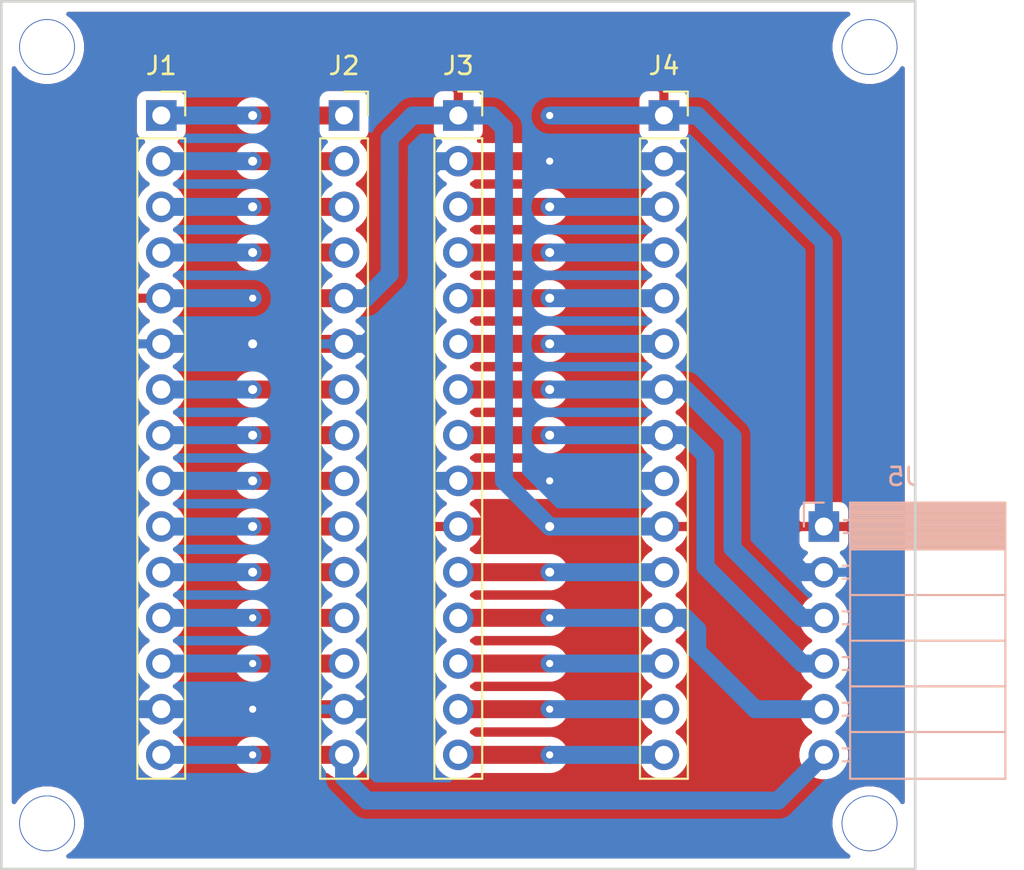
<source format=kicad_pcb>
(kicad_pcb (version 20171130) (host pcbnew "(5.1.10)-1")

  (general
    (thickness 1.6)
    (drawings 4)
    (tracks 153)
    (zones 0)
    (modules 5)
    (nets 26)
  )

  (page A4)
  (layers
    (0 F.Cu signal)
    (31 B.Cu signal)
    (32 B.Adhes user)
    (33 F.Adhes user)
    (34 B.Paste user)
    (35 F.Paste user)
    (36 B.SilkS user)
    (37 F.SilkS user)
    (38 B.Mask user)
    (39 F.Mask user)
    (40 Dwgs.User user)
    (41 Cmts.User user)
    (42 Eco1.User user)
    (43 Eco2.User user)
    (44 Edge.Cuts user)
    (45 Margin user)
    (46 B.CrtYd user)
    (47 F.CrtYd user)
    (48 B.Fab user)
    (49 F.Fab user hide)
  )

  (setup
    (last_trace_width 1)
    (trace_clearance 0.5)
    (zone_clearance 0.508)
    (zone_45_only no)
    (trace_min 0.2)
    (via_size 0.8)
    (via_drill 0.4)
    (via_min_size 0.4)
    (via_min_drill 0.3)
    (uvia_size 0.3)
    (uvia_drill 0.1)
    (uvias_allowed no)
    (uvia_min_size 0.2)
    (uvia_min_drill 0.1)
    (edge_width 0.05)
    (segment_width 0.2)
    (pcb_text_width 0.3)
    (pcb_text_size 1.5 1.5)
    (mod_edge_width 0.12)
    (mod_text_size 1 1)
    (mod_text_width 0.15)
    (pad_size 1.524 1.524)
    (pad_drill 0.762)
    (pad_to_mask_clearance 0)
    (aux_axis_origin 0 0)
    (visible_elements 7FFFFFFF)
    (pcbplotparams
      (layerselection 0x010fc_ffffffff)
      (usegerberextensions false)
      (usegerberattributes true)
      (usegerberadvancedattributes true)
      (creategerberjobfile true)
      (excludeedgelayer true)
      (linewidth 0.100000)
      (plotframeref false)
      (viasonmask false)
      (mode 1)
      (useauxorigin false)
      (hpglpennumber 1)
      (hpglpenspeed 20)
      (hpglpendiameter 15.000000)
      (psnegative false)
      (psa4output false)
      (plotreference true)
      (plotvalue true)
      (plotinvisibletext false)
      (padsonsilk false)
      (subtractmaskfromsilk false)
      (outputformat 1)
      (mirror false)
      (drillshape 1)
      (scaleselection 1)
      (outputdirectory ""))
  )

  (net 0 "")
  (net 1 GND)
  (net 2 "Net-(J1-Pad13)")
  (net 3 "Net-(J1-Pad12)")
  (net 4 "Net-(J1-Pad11)")
  (net 5 "Net-(J1-Pad10)")
  (net 6 "Net-(J1-Pad9)")
  (net 7 "Net-(J1-Pad8)")
  (net 8 "Net-(J1-Pad7)")
  (net 9 VCC)
  (net 10 "Net-(J1-Pad4)")
  (net 11 "Net-(J1-Pad3)")
  (net 12 "Net-(J1-Pad2)")
  (net 13 "Net-(J1-Pad1)")
  (net 14 "Net-(J3-Pad15)")
  (net 15 "Net-(J3-Pad14)")
  (net 16 "Net-(J3-Pad13)")
  (net 17 "Net-(J3-Pad12)")
  (net 18 "Net-(J3-Pad11)")
  (net 19 "Net-(J3-Pad8)")
  (net 20 "Net-(J3-Pad7)")
  (net 21 "Net-(J3-Pad6)")
  (net 22 "Net-(J3-Pad5)")
  (net 23 "Net-(J3-Pad4)")
  (net 24 "Net-(J3-Pad3)")
  (net 25 /Analogo)

  (net_class Default "This is the default net class."
    (clearance 0.5)
    (trace_width 1)
    (via_dia 0.8)
    (via_drill 0.4)
    (uvia_dia 0.3)
    (uvia_drill 0.1)
    (add_net /Analogo)
    (add_net GND)
    (add_net "Net-(J1-Pad1)")
    (add_net "Net-(J1-Pad10)")
    (add_net "Net-(J1-Pad11)")
    (add_net "Net-(J1-Pad12)")
    (add_net "Net-(J1-Pad13)")
    (add_net "Net-(J1-Pad2)")
    (add_net "Net-(J1-Pad3)")
    (add_net "Net-(J1-Pad4)")
    (add_net "Net-(J1-Pad7)")
    (add_net "Net-(J1-Pad8)")
    (add_net "Net-(J1-Pad9)")
    (add_net "Net-(J3-Pad11)")
    (add_net "Net-(J3-Pad12)")
    (add_net "Net-(J3-Pad13)")
    (add_net "Net-(J3-Pad14)")
    (add_net "Net-(J3-Pad15)")
    (add_net "Net-(J3-Pad3)")
    (add_net "Net-(J3-Pad4)")
    (add_net "Net-(J3-Pad5)")
    (add_net "Net-(J3-Pad6)")
    (add_net "Net-(J3-Pad7)")
    (add_net "Net-(J3-Pad8)")
    (add_net VCC)
  )

  (module Connector_PinSocket_2.54mm:PinSocket_1x15_P2.54mm_Vertical (layer F.Cu) (tedit 5A19A41D) (tstamp 612E975A)
    (at 21.59 21.59)
    (descr "Through hole straight socket strip, 1x15, 2.54mm pitch, single row (from Kicad 4.0.7), script generated")
    (tags "Through hole socket strip THT 1x15 2.54mm single row")
    (path /612EB9F4)
    (fp_text reference J1 (at 0 -2.77) (layer F.SilkS)
      (effects (font (size 1 1) (thickness 0.15)))
    )
    (fp_text value Conn_01x15_Female (at 0 38.33) (layer F.Fab)
      (effects (font (size 1 1) (thickness 0.15)))
    )
    (fp_line (start -1.8 37.3) (end -1.8 -1.8) (layer F.CrtYd) (width 0.05))
    (fp_line (start 1.75 37.3) (end -1.8 37.3) (layer F.CrtYd) (width 0.05))
    (fp_line (start 1.75 -1.8) (end 1.75 37.3) (layer F.CrtYd) (width 0.05))
    (fp_line (start -1.8 -1.8) (end 1.75 -1.8) (layer F.CrtYd) (width 0.05))
    (fp_line (start 0 -1.33) (end 1.33 -1.33) (layer F.SilkS) (width 0.12))
    (fp_line (start 1.33 -1.33) (end 1.33 0) (layer F.SilkS) (width 0.12))
    (fp_line (start 1.33 1.27) (end 1.33 36.89) (layer F.SilkS) (width 0.12))
    (fp_line (start -1.33 36.89) (end 1.33 36.89) (layer F.SilkS) (width 0.12))
    (fp_line (start -1.33 1.27) (end -1.33 36.89) (layer F.SilkS) (width 0.12))
    (fp_line (start -1.33 1.27) (end 1.33 1.27) (layer F.SilkS) (width 0.12))
    (fp_line (start -1.27 36.83) (end -1.27 -1.27) (layer F.Fab) (width 0.1))
    (fp_line (start 1.27 36.83) (end -1.27 36.83) (layer F.Fab) (width 0.1))
    (fp_line (start 1.27 -0.635) (end 1.27 36.83) (layer F.Fab) (width 0.1))
    (fp_line (start 0.635 -1.27) (end 1.27 -0.635) (layer F.Fab) (width 0.1))
    (fp_line (start -1.27 -1.27) (end 0.635 -1.27) (layer F.Fab) (width 0.1))
    (fp_text user %R (at 0 17.78 90) (layer F.Fab)
      (effects (font (size 1 1) (thickness 0.15)))
    )
    (pad 1 thru_hole rect (at 0 0) (size 1.7 1.7) (drill 1) (layers *.Cu *.Mask)
      (net 13 "Net-(J1-Pad1)"))
    (pad 2 thru_hole oval (at 0 2.54) (size 1.7 1.7) (drill 1) (layers *.Cu *.Mask)
      (net 12 "Net-(J1-Pad2)"))
    (pad 3 thru_hole oval (at 0 5.08) (size 1.7 1.7) (drill 1) (layers *.Cu *.Mask)
      (net 11 "Net-(J1-Pad3)"))
    (pad 4 thru_hole oval (at 0 7.62) (size 1.7 1.7) (drill 1) (layers *.Cu *.Mask)
      (net 10 "Net-(J1-Pad4)"))
    (pad 5 thru_hole oval (at 0 10.16) (size 1.7 1.7) (drill 1) (layers *.Cu *.Mask)
      (net 9 VCC))
    (pad 6 thru_hole oval (at 0 12.7) (size 1.7 1.7) (drill 1) (layers *.Cu *.Mask)
      (net 1 GND))
    (pad 7 thru_hole oval (at 0 15.24) (size 1.7 1.7) (drill 1) (layers *.Cu *.Mask)
      (net 8 "Net-(J1-Pad7)"))
    (pad 8 thru_hole oval (at 0 17.78) (size 1.7 1.7) (drill 1) (layers *.Cu *.Mask)
      (net 7 "Net-(J1-Pad8)"))
    (pad 9 thru_hole oval (at 0 20.32) (size 1.7 1.7) (drill 1) (layers *.Cu *.Mask)
      (net 6 "Net-(J1-Pad9)"))
    (pad 10 thru_hole oval (at 0 22.86) (size 1.7 1.7) (drill 1) (layers *.Cu *.Mask)
      (net 5 "Net-(J1-Pad10)"))
    (pad 11 thru_hole oval (at 0 25.4) (size 1.7 1.7) (drill 1) (layers *.Cu *.Mask)
      (net 4 "Net-(J1-Pad11)"))
    (pad 12 thru_hole oval (at 0 27.94) (size 1.7 1.7) (drill 1) (layers *.Cu *.Mask)
      (net 3 "Net-(J1-Pad12)"))
    (pad 13 thru_hole oval (at 0 30.48) (size 1.7 1.7) (drill 1) (layers *.Cu *.Mask)
      (net 2 "Net-(J1-Pad13)"))
    (pad 14 thru_hole oval (at 0 33.02) (size 1.7 1.7) (drill 1) (layers *.Cu *.Mask)
      (net 1 GND))
    (pad 15 thru_hole oval (at 0 35.56) (size 1.7 1.7) (drill 1) (layers *.Cu *.Mask)
      (net 25 /Analogo))
    (model ${KISYS3DMOD}/Connector_PinSocket_2.54mm.3dshapes/PinSocket_1x15_P2.54mm_Vertical.wrl
      (at (xyz 0 0 0))
      (scale (xyz 1 1 1))
      (rotate (xyz 0 0 0))
    )
  )

  (module Connector_PinSocket_2.54mm:PinSocket_1x15_P2.54mm_Vertical (layer F.Cu) (tedit 5A19A41D) (tstamp 612E977D)
    (at 31.75 21.59)
    (descr "Through hole straight socket strip, 1x15, 2.54mm pitch, single row (from Kicad 4.0.7), script generated")
    (tags "Through hole socket strip THT 1x15 2.54mm single row")
    (path /612E869A)
    (fp_text reference J2 (at 0 -2.77) (layer F.SilkS)
      (effects (font (size 1 1) (thickness 0.15)))
    )
    (fp_text value Conn_01x15_Male (at 0 38.33) (layer F.Fab)
      (effects (font (size 1 1) (thickness 0.15)))
    )
    (fp_line (start -1.8 37.3) (end -1.8 -1.8) (layer F.CrtYd) (width 0.05))
    (fp_line (start 1.75 37.3) (end -1.8 37.3) (layer F.CrtYd) (width 0.05))
    (fp_line (start 1.75 -1.8) (end 1.75 37.3) (layer F.CrtYd) (width 0.05))
    (fp_line (start -1.8 -1.8) (end 1.75 -1.8) (layer F.CrtYd) (width 0.05))
    (fp_line (start 0 -1.33) (end 1.33 -1.33) (layer F.SilkS) (width 0.12))
    (fp_line (start 1.33 -1.33) (end 1.33 0) (layer F.SilkS) (width 0.12))
    (fp_line (start 1.33 1.27) (end 1.33 36.89) (layer F.SilkS) (width 0.12))
    (fp_line (start -1.33 36.89) (end 1.33 36.89) (layer F.SilkS) (width 0.12))
    (fp_line (start -1.33 1.27) (end -1.33 36.89) (layer F.SilkS) (width 0.12))
    (fp_line (start -1.33 1.27) (end 1.33 1.27) (layer F.SilkS) (width 0.12))
    (fp_line (start -1.27 36.83) (end -1.27 -1.27) (layer F.Fab) (width 0.1))
    (fp_line (start 1.27 36.83) (end -1.27 36.83) (layer F.Fab) (width 0.1))
    (fp_line (start 1.27 -0.635) (end 1.27 36.83) (layer F.Fab) (width 0.1))
    (fp_line (start 0.635 -1.27) (end 1.27 -0.635) (layer F.Fab) (width 0.1))
    (fp_line (start -1.27 -1.27) (end 0.635 -1.27) (layer F.Fab) (width 0.1))
    (fp_text user %R (at 0 17.78 90) (layer F.Fab)
      (effects (font (size 1 1) (thickness 0.15)))
    )
    (pad 1 thru_hole rect (at 0 0) (size 1.7 1.7) (drill 1) (layers *.Cu *.Mask)
      (net 13 "Net-(J1-Pad1)"))
    (pad 2 thru_hole oval (at 0 2.54) (size 1.7 1.7) (drill 1) (layers *.Cu *.Mask)
      (net 12 "Net-(J1-Pad2)"))
    (pad 3 thru_hole oval (at 0 5.08) (size 1.7 1.7) (drill 1) (layers *.Cu *.Mask)
      (net 11 "Net-(J1-Pad3)"))
    (pad 4 thru_hole oval (at 0 7.62) (size 1.7 1.7) (drill 1) (layers *.Cu *.Mask)
      (net 10 "Net-(J1-Pad4)"))
    (pad 5 thru_hole oval (at 0 10.16) (size 1.7 1.7) (drill 1) (layers *.Cu *.Mask)
      (net 9 VCC))
    (pad 6 thru_hole oval (at 0 12.7) (size 1.7 1.7) (drill 1) (layers *.Cu *.Mask)
      (net 1 GND))
    (pad 7 thru_hole oval (at 0 15.24) (size 1.7 1.7) (drill 1) (layers *.Cu *.Mask)
      (net 8 "Net-(J1-Pad7)"))
    (pad 8 thru_hole oval (at 0 17.78) (size 1.7 1.7) (drill 1) (layers *.Cu *.Mask)
      (net 7 "Net-(J1-Pad8)"))
    (pad 9 thru_hole oval (at 0 20.32) (size 1.7 1.7) (drill 1) (layers *.Cu *.Mask)
      (net 6 "Net-(J1-Pad9)"))
    (pad 10 thru_hole oval (at 0 22.86) (size 1.7 1.7) (drill 1) (layers *.Cu *.Mask)
      (net 5 "Net-(J1-Pad10)"))
    (pad 11 thru_hole oval (at 0 25.4) (size 1.7 1.7) (drill 1) (layers *.Cu *.Mask)
      (net 4 "Net-(J1-Pad11)"))
    (pad 12 thru_hole oval (at 0 27.94) (size 1.7 1.7) (drill 1) (layers *.Cu *.Mask)
      (net 3 "Net-(J1-Pad12)"))
    (pad 13 thru_hole oval (at 0 30.48) (size 1.7 1.7) (drill 1) (layers *.Cu *.Mask)
      (net 2 "Net-(J1-Pad13)"))
    (pad 14 thru_hole oval (at 0 33.02) (size 1.7 1.7) (drill 1) (layers *.Cu *.Mask)
      (net 1 GND))
    (pad 15 thru_hole oval (at 0 35.56) (size 1.7 1.7) (drill 1) (layers *.Cu *.Mask)
      (net 25 /Analogo))
    (model ${KISYS3DMOD}/Connector_PinSocket_2.54mm.3dshapes/PinSocket_1x15_P2.54mm_Vertical.wrl
      (at (xyz 0 0 0))
      (scale (xyz 1 1 1))
      (rotate (xyz 0 0 0))
    )
  )

  (module Connector_PinSocket_2.54mm:PinSocket_1x15_P2.54mm_Vertical (layer F.Cu) (tedit 5A19A41D) (tstamp 612E97A0)
    (at 38.1 21.59)
    (descr "Through hole straight socket strip, 1x15, 2.54mm pitch, single row (from Kicad 4.0.7), script generated")
    (tags "Through hole socket strip THT 1x15 2.54mm single row")
    (path /612EA0E2)
    (fp_text reference J3 (at 0 -2.77) (layer F.SilkS)
      (effects (font (size 1 1) (thickness 0.15)))
    )
    (fp_text value Conn_01x15_Male (at 0 38.33) (layer F.Fab)
      (effects (font (size 1 1) (thickness 0.15)))
    )
    (fp_line (start -1.27 -1.27) (end 0.635 -1.27) (layer F.Fab) (width 0.1))
    (fp_line (start 0.635 -1.27) (end 1.27 -0.635) (layer F.Fab) (width 0.1))
    (fp_line (start 1.27 -0.635) (end 1.27 36.83) (layer F.Fab) (width 0.1))
    (fp_line (start 1.27 36.83) (end -1.27 36.83) (layer F.Fab) (width 0.1))
    (fp_line (start -1.27 36.83) (end -1.27 -1.27) (layer F.Fab) (width 0.1))
    (fp_line (start -1.33 1.27) (end 1.33 1.27) (layer F.SilkS) (width 0.12))
    (fp_line (start -1.33 1.27) (end -1.33 36.89) (layer F.SilkS) (width 0.12))
    (fp_line (start -1.33 36.89) (end 1.33 36.89) (layer F.SilkS) (width 0.12))
    (fp_line (start 1.33 1.27) (end 1.33 36.89) (layer F.SilkS) (width 0.12))
    (fp_line (start 1.33 -1.33) (end 1.33 0) (layer F.SilkS) (width 0.12))
    (fp_line (start 0 -1.33) (end 1.33 -1.33) (layer F.SilkS) (width 0.12))
    (fp_line (start -1.8 -1.8) (end 1.75 -1.8) (layer F.CrtYd) (width 0.05))
    (fp_line (start 1.75 -1.8) (end 1.75 37.3) (layer F.CrtYd) (width 0.05))
    (fp_line (start 1.75 37.3) (end -1.8 37.3) (layer F.CrtYd) (width 0.05))
    (fp_line (start -1.8 37.3) (end -1.8 -1.8) (layer F.CrtYd) (width 0.05))
    (fp_text user %R (at 0 17.78 90) (layer F.Fab)
      (effects (font (size 1 1) (thickness 0.15)))
    )
    (pad 15 thru_hole oval (at 0 35.56) (size 1.7 1.7) (drill 1) (layers *.Cu *.Mask)
      (net 14 "Net-(J3-Pad15)"))
    (pad 14 thru_hole oval (at 0 33.02) (size 1.7 1.7) (drill 1) (layers *.Cu *.Mask)
      (net 15 "Net-(J3-Pad14)"))
    (pad 13 thru_hole oval (at 0 30.48) (size 1.7 1.7) (drill 1) (layers *.Cu *.Mask)
      (net 16 "Net-(J3-Pad13)"))
    (pad 12 thru_hole oval (at 0 27.94) (size 1.7 1.7) (drill 1) (layers *.Cu *.Mask)
      (net 17 "Net-(J3-Pad12)"))
    (pad 11 thru_hole oval (at 0 25.4) (size 1.7 1.7) (drill 1) (layers *.Cu *.Mask)
      (net 18 "Net-(J3-Pad11)"))
    (pad 10 thru_hole oval (at 0 22.86) (size 1.7 1.7) (drill 1) (layers *.Cu *.Mask)
      (net 9 VCC))
    (pad 9 thru_hole oval (at 0 20.32) (size 1.7 1.7) (drill 1) (layers *.Cu *.Mask)
      (net 1 GND))
    (pad 8 thru_hole oval (at 0 17.78) (size 1.7 1.7) (drill 1) (layers *.Cu *.Mask)
      (net 19 "Net-(J3-Pad8)"))
    (pad 7 thru_hole oval (at 0 15.24) (size 1.7 1.7) (drill 1) (layers *.Cu *.Mask)
      (net 20 "Net-(J3-Pad7)"))
    (pad 6 thru_hole oval (at 0 12.7) (size 1.7 1.7) (drill 1) (layers *.Cu *.Mask)
      (net 21 "Net-(J3-Pad6)"))
    (pad 5 thru_hole oval (at 0 10.16) (size 1.7 1.7) (drill 1) (layers *.Cu *.Mask)
      (net 22 "Net-(J3-Pad5)"))
    (pad 4 thru_hole oval (at 0 7.62) (size 1.7 1.7) (drill 1) (layers *.Cu *.Mask)
      (net 23 "Net-(J3-Pad4)"))
    (pad 3 thru_hole oval (at 0 5.08) (size 1.7 1.7) (drill 1) (layers *.Cu *.Mask)
      (net 24 "Net-(J3-Pad3)"))
    (pad 2 thru_hole oval (at 0 2.54) (size 1.7 1.7) (drill 1) (layers *.Cu *.Mask)
      (net 1 GND))
    (pad 1 thru_hole rect (at 0 0) (size 1.7 1.7) (drill 1) (layers *.Cu *.Mask)
      (net 9 VCC))
    (model ${KISYS3DMOD}/Connector_PinSocket_2.54mm.3dshapes/PinSocket_1x15_P2.54mm_Vertical.wrl
      (at (xyz 0 0 0))
      (scale (xyz 1 1 1))
      (rotate (xyz 0 0 0))
    )
  )

  (module Connector_PinSocket_2.54mm:PinSocket_1x15_P2.54mm_Vertical (layer F.Cu) (tedit 5A19A41D) (tstamp 612E97C3)
    (at 49.53 21.59)
    (descr "Through hole straight socket strip, 1x15, 2.54mm pitch, single row (from Kicad 4.0.7), script generated")
    (tags "Through hole socket strip THT 1x15 2.54mm single row")
    (path /612ECDDD)
    (fp_text reference J4 (at 0 -2.77) (layer F.SilkS)
      (effects (font (size 1 1) (thickness 0.15)))
    )
    (fp_text value Conn_01x15_Female (at 0 38.33) (layer F.Fab)
      (effects (font (size 1 1) (thickness 0.15)))
    )
    (fp_line (start -1.27 -1.27) (end 0.635 -1.27) (layer F.Fab) (width 0.1))
    (fp_line (start 0.635 -1.27) (end 1.27 -0.635) (layer F.Fab) (width 0.1))
    (fp_line (start 1.27 -0.635) (end 1.27 36.83) (layer F.Fab) (width 0.1))
    (fp_line (start 1.27 36.83) (end -1.27 36.83) (layer F.Fab) (width 0.1))
    (fp_line (start -1.27 36.83) (end -1.27 -1.27) (layer F.Fab) (width 0.1))
    (fp_line (start -1.33 1.27) (end 1.33 1.27) (layer F.SilkS) (width 0.12))
    (fp_line (start -1.33 1.27) (end -1.33 36.89) (layer F.SilkS) (width 0.12))
    (fp_line (start -1.33 36.89) (end 1.33 36.89) (layer F.SilkS) (width 0.12))
    (fp_line (start 1.33 1.27) (end 1.33 36.89) (layer F.SilkS) (width 0.12))
    (fp_line (start 1.33 -1.33) (end 1.33 0) (layer F.SilkS) (width 0.12))
    (fp_line (start 0 -1.33) (end 1.33 -1.33) (layer F.SilkS) (width 0.12))
    (fp_line (start -1.8 -1.8) (end 1.75 -1.8) (layer F.CrtYd) (width 0.05))
    (fp_line (start 1.75 -1.8) (end 1.75 37.3) (layer F.CrtYd) (width 0.05))
    (fp_line (start 1.75 37.3) (end -1.8 37.3) (layer F.CrtYd) (width 0.05))
    (fp_line (start -1.8 37.3) (end -1.8 -1.8) (layer F.CrtYd) (width 0.05))
    (fp_text user %R (at 0 17.78 90) (layer F.Fab)
      (effects (font (size 1 1) (thickness 0.15)))
    )
    (pad 15 thru_hole oval (at 0 35.56) (size 1.7 1.7) (drill 1) (layers *.Cu *.Mask)
      (net 14 "Net-(J3-Pad15)"))
    (pad 14 thru_hole oval (at 0 33.02) (size 1.7 1.7) (drill 1) (layers *.Cu *.Mask)
      (net 15 "Net-(J3-Pad14)"))
    (pad 13 thru_hole oval (at 0 30.48) (size 1.7 1.7) (drill 1) (layers *.Cu *.Mask)
      (net 16 "Net-(J3-Pad13)"))
    (pad 12 thru_hole oval (at 0 27.94) (size 1.7 1.7) (drill 1) (layers *.Cu *.Mask)
      (net 17 "Net-(J3-Pad12)"))
    (pad 11 thru_hole oval (at 0 25.4) (size 1.7 1.7) (drill 1) (layers *.Cu *.Mask)
      (net 18 "Net-(J3-Pad11)"))
    (pad 10 thru_hole oval (at 0 22.86) (size 1.7 1.7) (drill 1) (layers *.Cu *.Mask)
      (net 9 VCC))
    (pad 9 thru_hole oval (at 0 20.32) (size 1.7 1.7) (drill 1) (layers *.Cu *.Mask)
      (net 1 GND))
    (pad 8 thru_hole oval (at 0 17.78) (size 1.7 1.7) (drill 1) (layers *.Cu *.Mask)
      (net 19 "Net-(J3-Pad8)"))
    (pad 7 thru_hole oval (at 0 15.24) (size 1.7 1.7) (drill 1) (layers *.Cu *.Mask)
      (net 20 "Net-(J3-Pad7)"))
    (pad 6 thru_hole oval (at 0 12.7) (size 1.7 1.7) (drill 1) (layers *.Cu *.Mask)
      (net 21 "Net-(J3-Pad6)"))
    (pad 5 thru_hole oval (at 0 10.16) (size 1.7 1.7) (drill 1) (layers *.Cu *.Mask)
      (net 22 "Net-(J3-Pad5)"))
    (pad 4 thru_hole oval (at 0 7.62) (size 1.7 1.7) (drill 1) (layers *.Cu *.Mask)
      (net 23 "Net-(J3-Pad4)"))
    (pad 3 thru_hole oval (at 0 5.08) (size 1.7 1.7) (drill 1) (layers *.Cu *.Mask)
      (net 24 "Net-(J3-Pad3)"))
    (pad 2 thru_hole oval (at 0 2.54) (size 1.7 1.7) (drill 1) (layers *.Cu *.Mask)
      (net 1 GND))
    (pad 1 thru_hole rect (at 0 0) (size 1.7 1.7) (drill 1) (layers *.Cu *.Mask)
      (net 9 VCC))
    (model ${KISYS3DMOD}/Connector_PinSocket_2.54mm.3dshapes/PinSocket_1x15_P2.54mm_Vertical.wrl
      (at (xyz 0 0 0))
      (scale (xyz 1 1 1))
      (rotate (xyz 0 0 0))
    )
  )

  (module Connector_PinSocket_2.54mm:PinSocket_1x06_P2.54mm_Horizontal (layer B.Cu) (tedit 5A19A42D) (tstamp 612E9E3B)
    (at 58.42 44.45 180)
    (descr "Through hole angled socket strip, 1x06, 2.54mm pitch, 8.51mm socket length, single row (from Kicad 4.0.7), script generated")
    (tags "Through hole angled socket strip THT 1x06 2.54mm single row")
    (path /6132624C)
    (fp_text reference J5 (at -4.38 2.77) (layer B.SilkS)
      (effects (font (size 1 1) (thickness 0.15)) (justify mirror))
    )
    (fp_text value Conn_01x06_Male (at -4.38 -15.47) (layer B.Fab)
      (effects (font (size 1 1) (thickness 0.15)) (justify mirror))
    )
    (fp_line (start 1.75 -14.45) (end 1.75 1.8) (layer B.CrtYd) (width 0.05))
    (fp_line (start -10.55 -14.45) (end 1.75 -14.45) (layer B.CrtYd) (width 0.05))
    (fp_line (start -10.55 1.8) (end -10.55 -14.45) (layer B.CrtYd) (width 0.05))
    (fp_line (start 1.75 1.8) (end -10.55 1.8) (layer B.CrtYd) (width 0.05))
    (fp_line (start 0 1.33) (end 1.11 1.33) (layer B.SilkS) (width 0.12))
    (fp_line (start 1.11 1.33) (end 1.11 0) (layer B.SilkS) (width 0.12))
    (fp_line (start -10.09 1.33) (end -10.09 -14.03) (layer B.SilkS) (width 0.12))
    (fp_line (start -10.09 -14.03) (end -1.46 -14.03) (layer B.SilkS) (width 0.12))
    (fp_line (start -1.46 1.33) (end -1.46 -14.03) (layer B.SilkS) (width 0.12))
    (fp_line (start -10.09 1.33) (end -1.46 1.33) (layer B.SilkS) (width 0.12))
    (fp_line (start -10.09 -11.43) (end -1.46 -11.43) (layer B.SilkS) (width 0.12))
    (fp_line (start -10.09 -8.89) (end -1.46 -8.89) (layer B.SilkS) (width 0.12))
    (fp_line (start -10.09 -6.35) (end -1.46 -6.35) (layer B.SilkS) (width 0.12))
    (fp_line (start -10.09 -3.81) (end -1.46 -3.81) (layer B.SilkS) (width 0.12))
    (fp_line (start -10.09 -1.27) (end -1.46 -1.27) (layer B.SilkS) (width 0.12))
    (fp_line (start -1.46 -13.06) (end -1.05 -13.06) (layer B.SilkS) (width 0.12))
    (fp_line (start -1.46 -12.34) (end -1.05 -12.34) (layer B.SilkS) (width 0.12))
    (fp_line (start -1.46 -10.52) (end -1.05 -10.52) (layer B.SilkS) (width 0.12))
    (fp_line (start -1.46 -9.8) (end -1.05 -9.8) (layer B.SilkS) (width 0.12))
    (fp_line (start -1.46 -7.98) (end -1.05 -7.98) (layer B.SilkS) (width 0.12))
    (fp_line (start -1.46 -7.26) (end -1.05 -7.26) (layer B.SilkS) (width 0.12))
    (fp_line (start -1.46 -5.44) (end -1.05 -5.44) (layer B.SilkS) (width 0.12))
    (fp_line (start -1.46 -4.72) (end -1.05 -4.72) (layer B.SilkS) (width 0.12))
    (fp_line (start -1.46 -2.9) (end -1.05 -2.9) (layer B.SilkS) (width 0.12))
    (fp_line (start -1.46 -2.18) (end -1.05 -2.18) (layer B.SilkS) (width 0.12))
    (fp_line (start -1.46 -0.36) (end -1.11 -0.36) (layer B.SilkS) (width 0.12))
    (fp_line (start -1.46 0.36) (end -1.11 0.36) (layer B.SilkS) (width 0.12))
    (fp_line (start -10.09 -1.1519) (end -1.46 -1.1519) (layer B.SilkS) (width 0.12))
    (fp_line (start -10.09 -1.033805) (end -1.46 -1.033805) (layer B.SilkS) (width 0.12))
    (fp_line (start -10.09 -0.91571) (end -1.46 -0.91571) (layer B.SilkS) (width 0.12))
    (fp_line (start -10.09 -0.797615) (end -1.46 -0.797615) (layer B.SilkS) (width 0.12))
    (fp_line (start -10.09 -0.67952) (end -1.46 -0.67952) (layer B.SilkS) (width 0.12))
    (fp_line (start -10.09 -0.561425) (end -1.46 -0.561425) (layer B.SilkS) (width 0.12))
    (fp_line (start -10.09 -0.44333) (end -1.46 -0.44333) (layer B.SilkS) (width 0.12))
    (fp_line (start -10.09 -0.325235) (end -1.46 -0.325235) (layer B.SilkS) (width 0.12))
    (fp_line (start -10.09 -0.20714) (end -1.46 -0.20714) (layer B.SilkS) (width 0.12))
    (fp_line (start -10.09 -0.089045) (end -1.46 -0.089045) (layer B.SilkS) (width 0.12))
    (fp_line (start -10.09 0.02905) (end -1.46 0.02905) (layer B.SilkS) (width 0.12))
    (fp_line (start -10.09 0.147145) (end -1.46 0.147145) (layer B.SilkS) (width 0.12))
    (fp_line (start -10.09 0.26524) (end -1.46 0.26524) (layer B.SilkS) (width 0.12))
    (fp_line (start -10.09 0.383335) (end -1.46 0.383335) (layer B.SilkS) (width 0.12))
    (fp_line (start -10.09 0.50143) (end -1.46 0.50143) (layer B.SilkS) (width 0.12))
    (fp_line (start -10.09 0.619525) (end -1.46 0.619525) (layer B.SilkS) (width 0.12))
    (fp_line (start -10.09 0.73762) (end -1.46 0.73762) (layer B.SilkS) (width 0.12))
    (fp_line (start -10.09 0.855715) (end -1.46 0.855715) (layer B.SilkS) (width 0.12))
    (fp_line (start -10.09 0.97381) (end -1.46 0.97381) (layer B.SilkS) (width 0.12))
    (fp_line (start -10.09 1.091905) (end -1.46 1.091905) (layer B.SilkS) (width 0.12))
    (fp_line (start -10.09 1.21) (end -1.46 1.21) (layer B.SilkS) (width 0.12))
    (fp_line (start 0 -13) (end 0 -12.4) (layer B.Fab) (width 0.1))
    (fp_line (start -1.52 -13) (end 0 -13) (layer B.Fab) (width 0.1))
    (fp_line (start 0 -12.4) (end -1.52 -12.4) (layer B.Fab) (width 0.1))
    (fp_line (start 0 -10.46) (end 0 -9.86) (layer B.Fab) (width 0.1))
    (fp_line (start -1.52 -10.46) (end 0 -10.46) (layer B.Fab) (width 0.1))
    (fp_line (start 0 -9.86) (end -1.52 -9.86) (layer B.Fab) (width 0.1))
    (fp_line (start 0 -7.92) (end 0 -7.32) (layer B.Fab) (width 0.1))
    (fp_line (start -1.52 -7.92) (end 0 -7.92) (layer B.Fab) (width 0.1))
    (fp_line (start 0 -7.32) (end -1.52 -7.32) (layer B.Fab) (width 0.1))
    (fp_line (start 0 -5.38) (end 0 -4.78) (layer B.Fab) (width 0.1))
    (fp_line (start -1.52 -5.38) (end 0 -5.38) (layer B.Fab) (width 0.1))
    (fp_line (start 0 -4.78) (end -1.52 -4.78) (layer B.Fab) (width 0.1))
    (fp_line (start 0 -2.84) (end 0 -2.24) (layer B.Fab) (width 0.1))
    (fp_line (start -1.52 -2.84) (end 0 -2.84) (layer B.Fab) (width 0.1))
    (fp_line (start 0 -2.24) (end -1.52 -2.24) (layer B.Fab) (width 0.1))
    (fp_line (start 0 -0.3) (end 0 0.3) (layer B.Fab) (width 0.1))
    (fp_line (start -1.52 -0.3) (end 0 -0.3) (layer B.Fab) (width 0.1))
    (fp_line (start 0 0.3) (end -1.52 0.3) (layer B.Fab) (width 0.1))
    (fp_line (start -10.03 -13.97) (end -10.03 1.27) (layer B.Fab) (width 0.1))
    (fp_line (start -1.52 -13.97) (end -10.03 -13.97) (layer B.Fab) (width 0.1))
    (fp_line (start -1.52 0.3) (end -1.52 -13.97) (layer B.Fab) (width 0.1))
    (fp_line (start -2.49 1.27) (end -1.52 0.3) (layer B.Fab) (width 0.1))
    (fp_line (start -10.03 1.27) (end -2.49 1.27) (layer B.Fab) (width 0.1))
    (fp_text user %R (at -5.775 -6.35 -90) (layer B.Fab)
      (effects (font (size 1 1) (thickness 0.15)) (justify mirror))
    )
    (pad 1 thru_hole rect (at 0 0 180) (size 1.7 1.7) (drill 1) (layers *.Cu *.Mask)
      (net 9 VCC))
    (pad 2 thru_hole oval (at 0 -2.54 180) (size 1.7 1.7) (drill 1) (layers *.Cu *.Mask)
      (net 1 GND))
    (pad 3 thru_hole oval (at 0 -5.08 180) (size 1.7 1.7) (drill 1) (layers *.Cu *.Mask)
      (net 20 "Net-(J3-Pad7)"))
    (pad 4 thru_hole oval (at 0 -7.62 180) (size 1.7 1.7) (drill 1) (layers *.Cu *.Mask)
      (net 19 "Net-(J3-Pad8)"))
    (pad 5 thru_hole oval (at 0 -10.16 180) (size 1.7 1.7) (drill 1) (layers *.Cu *.Mask)
      (net 17 "Net-(J3-Pad12)"))
    (pad 6 thru_hole oval (at 0 -12.7 180) (size 1.7 1.7) (drill 1) (layers *.Cu *.Mask)
      (net 25 /Analogo))
    (model ${KISYS3DMOD}/Connector_PinSocket_2.54mm.3dshapes/PinSocket_1x06_P2.54mm_Horizontal.wrl
      (at (xyz 0 0 0))
      (scale (xyz 1 1 1))
      (rotate (xyz 0 0 0))
    )
  )

  (gr_line (start 12.7 63.5) (end 12.7 15.24) (layer Edge.Cuts) (width 0.15) (tstamp 6129F516))
  (gr_line (start 63.5 63.5) (end 12.7 63.5) (layer Edge.Cuts) (width 0.15))
  (gr_line (start 63.5 15.24) (end 63.5 63.5) (layer Edge.Cuts) (width 0.15))
  (gr_line (start 12.7 15.24) (end 63.5 15.24) (layer Edge.Cuts) (width 0.15))

  (via (at 15.24 17.78) (size 3.1) (drill 3) (layers F.Cu B.Cu) (net 0))
  (via (at 15.24 60.96) (size 3.1) (drill 3) (layers F.Cu B.Cu) (net 0))
  (via (at 60.96 60.96) (size 3.1) (drill 3) (layers F.Cu B.Cu) (net 0))
  (via (at 60.96 17.78) (size 3.1) (drill 3) (layers F.Cu B.Cu) (net 0))
  (via (at 26.67 54.61) (size 0.8) (drill 0.4) (layers F.Cu B.Cu) (net 1))
  (via (at 26.67 34.29) (size 1) (drill 0.5) (layers F.Cu B.Cu) (net 1))
  (segment (start 26.67 54.61) (end 31.75 54.61) (width 1) (layer F.Cu) (net 1))
  (segment (start 26.67 34.29) (end 31.75 34.29) (width 1) (layer F.Cu) (net 1))
  (segment (start 26.67 34.29) (end 21.59 34.29) (width 1) (layer B.Cu) (net 1))
  (segment (start 26.67 54.61) (end 21.59 54.61) (width 1) (layer B.Cu) (net 1))
  (segment (start 21.59 54.61) (end 20.32 54.61) (width 1) (layer B.Cu) (net 1))
  (segment (start 32.952081 34.29) (end 35.79001 31.452071) (width 1) (layer B.Cu) (net 1))
  (segment (start 31.75 34.29) (end 32.952081 34.29) (width 1) (layer B.Cu) (net 1))
  (segment (start 36.897919 24.13) (end 38.1 24.13) (width 1) (layer B.Cu) (net 1))
  (segment (start 35.79001 25.237909) (end 36.897919 24.13) (width 1) (layer B.Cu) (net 1))
  (segment (start 35.79001 31.452071) (end 35.79001 25.237909) (width 1) (layer B.Cu) (net 1))
  (segment (start 38.1 24.13) (end 43.18 24.13) (width 1) (layer F.Cu) (net 1))
  (segment (start 43.18 24.13) (end 43.18 24.13) (width 1) (layer F.Cu) (net 1) (tstamp 612E9C28))
  (via (at 43.18 24.13) (size 0.8) (drill 0.4) (layers F.Cu B.Cu) (net 1))
  (segment (start 43.18 24.13) (end 49.53 24.13) (width 1) (layer B.Cu) (net 1))
  (segment (start 38.1 41.91) (end 43.18 41.91) (width 1) (layer F.Cu) (net 1))
  (segment (start 43.18 41.91) (end 43.18 41.91) (width 1) (layer F.Cu) (net 1) (tstamp 612E9C30))
  (via (at 43.18 41.91) (size 0.8) (drill 0.4) (layers F.Cu B.Cu) (net 1))
  (segment (start 43.18 41.91) (end 49.53 41.91) (width 1) (layer B.Cu) (net 1))
  (segment (start 32.952081 54.61) (end 34.29 53.272081) (width 1) (layer B.Cu) (net 1))
  (segment (start 31.75 54.61) (end 32.952081 54.61) (width 1) (layer B.Cu) (net 1))
  (segment (start 34.29 53.272081) (end 34.29 43.18) (width 1) (layer B.Cu) (net 1))
  (segment (start 35.56 41.91) (end 38.1 41.91) (width 1) (layer B.Cu) (net 1))
  (segment (start 34.29 43.18) (end 35.56 41.91) (width 1) (layer B.Cu) (net 1))
  (segment (start 32.952081 34.29) (end 34.29 35.627919) (width 1) (layer B.Cu) (net 1))
  (segment (start 34.29 40.64) (end 35.56 41.91) (width 1) (layer B.Cu) (net 1))
  (segment (start 34.29 35.627919) (end 34.29 40.64) (width 1) (layer B.Cu) (net 1))
  (segment (start 49.728002 41.91) (end 49.53 41.91) (width 1) (layer B.Cu) (net 1))
  (segment (start 54.84001 44.612091) (end 54.84001 28.17001) (width 1) (layer B.Cu) (net 1))
  (segment (start 57.217919 46.99) (end 54.84001 44.612091) (width 1) (layer B.Cu) (net 1))
  (segment (start 58.42 46.99) (end 57.217919 46.99) (width 1) (layer B.Cu) (net 1))
  (segment (start 50.8 24.13) (end 49.53 24.13) (width 1) (layer B.Cu) (net 1))
  (segment (start 54.84001 28.17001) (end 50.8 24.13) (width 1) (layer B.Cu) (net 1))
  (via (at 26.67 52.07) (size 0.8) (drill 0.4) (layers F.Cu B.Cu) (net 2))
  (segment (start 26.67 52.07) (end 31.75 52.07) (width 1) (layer F.Cu) (net 2))
  (segment (start 21.59 52.07) (end 26.67 52.07) (width 1) (layer B.Cu) (net 2))
  (via (at 26.67 49.53) (size 0.8) (drill 0.4) (layers F.Cu B.Cu) (net 3))
  (segment (start 26.67 49.53) (end 31.75 49.53) (width 1) (layer F.Cu) (net 3))
  (segment (start 26.67 49.53) (end 21.59 49.53) (width 1) (layer B.Cu) (net 3))
  (via (at 26.67 46.99) (size 1) (drill 0.5) (layers F.Cu B.Cu) (net 4))
  (segment (start 26.67 46.99) (end 31.75 46.99) (width 1) (layer F.Cu) (net 4))
  (segment (start 21.59 46.99) (end 26.67 46.99) (width 1) (layer B.Cu) (net 4))
  (via (at 26.67 44.45) (size 1) (drill 0.5) (layers F.Cu B.Cu) (net 5))
  (segment (start 26.67 44.45) (end 31.75 44.45) (width 1) (layer F.Cu) (net 5))
  (segment (start 26.67 44.45) (end 21.59 44.45) (width 1) (layer B.Cu) (net 5))
  (via (at 26.67 41.91) (size 1) (drill 0.5) (layers F.Cu B.Cu) (net 6))
  (segment (start 26.67 41.91) (end 31.75 41.91) (width 1) (layer F.Cu) (net 6))
  (segment (start 21.59 41.91) (end 26.67 41.91) (width 1) (layer B.Cu) (net 6))
  (via (at 26.67 39.37) (size 1) (drill 0.5) (layers F.Cu B.Cu) (net 7))
  (segment (start 26.67 39.37) (end 31.75 39.37) (width 1) (layer F.Cu) (net 7))
  (segment (start 26.67 39.37) (end 21.59 39.37) (width 1) (layer B.Cu) (net 7))
  (via (at 26.67 36.83) (size 1) (drill 0.5) (layers F.Cu B.Cu) (net 8))
  (segment (start 26.67 36.83) (end 31.75 36.83) (width 1) (layer F.Cu) (net 8))
  (segment (start 21.59 36.83) (end 26.67 36.83) (width 1) (layer B.Cu) (net 8))
  (via (at 43.18 44.45) (size 1) (drill 0.5) (layers F.Cu B.Cu) (net 9))
  (segment (start 38.1 44.45) (end 43.18 44.45) (width 1) (layer F.Cu) (net 9))
  (segment (start 43.18 44.45) (end 48.895 44.45) (width 1) (layer B.Cu) (net 9))
  (segment (start 49.53 44.45) (end 48.895 44.45) (width 1) (layer B.Cu) (net 9))
  (segment (start 34.29 30.412081) (end 34.29 22.86) (width 1) (layer B.Cu) (net 9))
  (segment (start 35.56 21.59) (end 38.1 21.59) (width 1) (layer B.Cu) (net 9))
  (segment (start 34.29 22.86) (end 35.56 21.59) (width 1) (layer B.Cu) (net 9))
  (segment (start 38.1 21.59) (end 43.18 21.59) (width 1) (layer F.Cu) (net 9))
  (segment (start 43.18 21.59) (end 43.18 21.59) (width 1) (layer F.Cu) (net 9) (tstamp 612E9C37))
  (via (at 43.18 21.59) (size 0.8) (drill 0.4) (layers F.Cu B.Cu) (net 9))
  (segment (start 43.18 21.59) (end 49.53 21.59) (width 1) (layer B.Cu) (net 9))
  (segment (start 32.952081 31.75) (end 31.75 31.75) (width 1) (layer B.Cu) (net 9))
  (segment (start 34.29 30.412081) (end 32.952081 31.75) (width 1) (layer B.Cu) (net 9))
  (segment (start 31.75 31.75) (end 26.67 31.75) (width 1) (layer F.Cu) (net 9))
  (segment (start 26.67 31.75) (end 26.67 31.75) (width 1) (layer F.Cu) (net 9) (tstamp 612E9C48))
  (via (at 26.67 31.75) (size 0.8) (drill 0.4) (layers F.Cu B.Cu) (net 9))
  (segment (start 21.59 31.75) (end 26.67 31.75) (width 1) (layer B.Cu) (net 9))
  (segment (start 51.38 21.59) (end 49.53 21.59) (width 1) (layer B.Cu) (net 9))
  (segment (start 58.42 28.63) (end 51.38 21.59) (width 1) (layer B.Cu) (net 9))
  (segment (start 58.42 44.45) (end 58.42 28.63) (width 1) (layer B.Cu) (net 9))
  (segment (start 39.95 21.59) (end 40.64 22.28) (width 1) (layer B.Cu) (net 9))
  (segment (start 38.1 21.59) (end 39.95 21.59) (width 1) (layer B.Cu) (net 9))
  (segment (start 40.64 22.28) (end 40.64 41.91) (width 1) (layer B.Cu) (net 9))
  (segment (start 40.64 41.91) (end 43.18 44.45) (width 1) (layer B.Cu) (net 9))
  (via (at 26.67 29.21) (size 1) (drill 0.5) (layers F.Cu B.Cu) (net 10))
  (segment (start 26.67 29.21) (end 31.75 29.21) (width 1) (layer F.Cu) (net 10))
  (segment (start 26.67 29.21) (end 21.59 29.21) (width 1) (layer B.Cu) (net 10))
  (via (at 26.67 26.67) (size 1) (drill 0.5) (layers F.Cu B.Cu) (net 11))
  (segment (start 26.67 26.67) (end 31.75 26.67) (width 1) (layer F.Cu) (net 11))
  (segment (start 21.59 26.67) (end 26.67 26.67) (width 1) (layer B.Cu) (net 11))
  (via (at 26.67 24.13) (size 1) (drill 0.5) (layers F.Cu B.Cu) (net 12))
  (segment (start 26.67 24.13) (end 31.75 24.13) (width 1) (layer F.Cu) (net 12))
  (segment (start 26.67 24.13) (end 21.59 24.13) (width 1) (layer B.Cu) (net 12))
  (via (at 26.67 21.59) (size 1) (drill 0.5) (layers F.Cu B.Cu) (net 13))
  (segment (start 26.67 21.59) (end 31.75 21.59) (width 1) (layer F.Cu) (net 13))
  (segment (start 21.59 21.59) (end 26.67 21.59) (width 1) (layer B.Cu) (net 13))
  (segment (start 38.1 57.15) (end 43.18 57.15) (width 1) (layer F.Cu) (net 14))
  (segment (start 43.18 57.15) (end 43.18 57.15) (width 1) (layer F.Cu) (net 14) (tstamp 612E9B79))
  (via (at 43.18 57.15) (size 0.8) (drill 0.4) (layers F.Cu B.Cu) (net 14))
  (segment (start 43.18 57.15) (end 48.26 57.15) (width 1) (layer B.Cu) (net 14))
  (segment (start 48.26 57.15) (end 49.53 57.15) (width 1) (layer B.Cu) (net 14))
  (via (at 43.18 54.61) (size 0.8) (drill 0.4) (layers F.Cu B.Cu) (net 15))
  (segment (start 38.1 54.61) (end 43.18 54.61) (width 1) (layer F.Cu) (net 15))
  (segment (start 43.18 54.61) (end 49.53 54.61) (width 1) (layer B.Cu) (net 15))
  (via (at 43.18 52.07) (size 0.8) (drill 0.4) (layers F.Cu B.Cu) (net 16))
  (segment (start 38.1 52.07) (end 43.18 52.07) (width 1) (layer F.Cu) (net 16))
  (segment (start 43.18 52.07) (end 49.53 52.07) (width 1) (layer B.Cu) (net 16))
  (via (at 43.18 49.53) (size 0.8) (drill 0.4) (layers F.Cu B.Cu) (net 17))
  (segment (start 38.1 49.53) (end 43.18 49.53) (width 1) (layer F.Cu) (net 17))
  (segment (start 48.895 49.53) (end 43.18 49.53) (width 1) (layer B.Cu) (net 17))
  (segment (start 50.732081 49.53) (end 49.53 49.53) (width 1) (layer B.Cu) (net 17))
  (segment (start 51.380001 50.17792) (end 50.732081 49.53) (width 1) (layer B.Cu) (net 17))
  (segment (start 51.380001 51.380001) (end 51.380001 50.17792) (width 1) (layer B.Cu) (net 17))
  (segment (start 54.61 54.61) (end 51.380001 51.380001) (width 1) (layer B.Cu) (net 17))
  (segment (start 58.42 54.61) (end 54.61 54.61) (width 1) (layer B.Cu) (net 17))
  (via (at 43.18 46.99) (size 1) (drill 0.5) (layers F.Cu B.Cu) (net 18))
  (segment (start 38.1 46.99) (end 43.18 46.99) (width 1) (layer F.Cu) (net 18))
  (segment (start 43.18 46.99) (end 48.895 46.99) (width 1) (layer B.Cu) (net 18))
  (via (at 43.18 39.37) (size 1) (drill 0.5) (layers F.Cu B.Cu) (net 19))
  (segment (start 38.1 39.37) (end 43.18 39.37) (width 1) (layer F.Cu) (net 19))
  (segment (start 43.18 39.37) (end 48.895 39.37) (width 1) (layer B.Cu) (net 19))
  (segment (start 57.217919 52.07) (end 51.83999 46.692071) (width 1) (layer B.Cu) (net 19))
  (segment (start 58.42 52.07) (end 57.217919 52.07) (width 1) (layer B.Cu) (net 19))
  (segment (start 50.732081 39.37) (end 49.53 39.37) (width 1) (layer B.Cu) (net 19))
  (segment (start 51.83999 40.477909) (end 50.732081 39.37) (width 1) (layer B.Cu) (net 19))
  (segment (start 51.83999 46.692071) (end 51.83999 40.477909) (width 1) (layer B.Cu) (net 19))
  (via (at 43.18 36.83) (size 1) (drill 0.5) (layers F.Cu B.Cu) (net 20))
  (segment (start 38.1 36.83) (end 43.18 36.83) (width 1) (layer F.Cu) (net 20))
  (segment (start 48.895 36.83) (end 43.18 36.83) (width 1) (layer B.Cu) (net 20))
  (segment (start 57.217919 49.53) (end 53.34 45.652081) (width 1) (layer B.Cu) (net 20))
  (segment (start 58.42 49.53) (end 57.217919 49.53) (width 1) (layer B.Cu) (net 20))
  (segment (start 50.732081 36.83) (end 49.53 36.83) (width 1) (layer B.Cu) (net 20))
  (segment (start 53.34 39.437919) (end 50.732081 36.83) (width 1) (layer B.Cu) (net 20))
  (segment (start 53.34 45.652081) (end 53.34 39.437919) (width 1) (layer B.Cu) (net 20))
  (via (at 43.18 34.29) (size 1) (drill 0.5) (layers F.Cu B.Cu) (net 21))
  (segment (start 38.1 34.29) (end 43.18 34.29) (width 1) (layer F.Cu) (net 21))
  (segment (start 43.18 34.29) (end 48.895 34.29) (width 1) (layer B.Cu) (net 21))
  (via (at 43.18 31.75) (size 1) (drill 0.5) (layers F.Cu B.Cu) (net 22))
  (segment (start 38.1 31.75) (end 43.18 31.75) (width 1) (layer F.Cu) (net 22))
  (segment (start 48.895 31.75) (end 43.18 31.75) (width 1) (layer B.Cu) (net 22))
  (via (at 43.18 29.21) (size 1) (drill 0.5) (layers F.Cu B.Cu) (net 23))
  (segment (start 38.1 29.21) (end 43.18 29.21) (width 1) (layer F.Cu) (net 23))
  (segment (start 43.18 29.21) (end 48.895 29.21) (width 1) (layer B.Cu) (net 23))
  (via (at 43.18 26.67) (size 1) (drill 0.5) (layers F.Cu B.Cu) (net 24))
  (segment (start 38.1 26.67) (end 43.18 26.67) (width 1) (layer F.Cu) (net 24))
  (segment (start 43.18 26.67) (end 48.895 26.67) (width 1) (layer B.Cu) (net 24))
  (segment (start 21.59 57.15) (end 26.67 57.15) (width 1) (layer B.Cu) (net 25))
  (segment (start 26.67 57.15) (end 26.67 57.15) (width 1) (layer B.Cu) (net 25) (tstamp 612E9A88))
  (via (at 26.67 57.15) (size 0.8) (drill 0.4) (layers F.Cu B.Cu) (net 25))
  (segment (start 26.67 57.15) (end 31.75 57.15) (width 1) (layer F.Cu) (net 25))
  (segment (start 31.75 57.15) (end 31.75 58.42) (width 1) (layer B.Cu) (net 25))
  (segment (start 31.75 58.42) (end 33.02 59.69) (width 1) (layer B.Cu) (net 25))
  (segment (start 55.88 59.69) (end 58.42 57.15) (width 1) (layer B.Cu) (net 25))
  (segment (start 33.02 59.69) (end 55.88 59.69) (width 1) (layer B.Cu) (net 25))

  (zone (net 1) (net_name GND) (layer B.Cu) (tstamp 0) (hatch edge 0.508)
    (connect_pads (clearance 0.508))
    (min_thickness 0.254)
    (fill yes (arc_segments 32) (thermal_gap 0.508) (thermal_bridge_width 0.508))
    (polygon
      (pts
        (xy 63.5 63.5) (xy 12.7 63.5) (xy 12.7 15.24) (xy 63.5 15.24)
      )
    )
    (filled_polygon
      (pts
        (xy 59.567144 16.0828) (xy 59.2628 16.387144) (xy 59.023678 16.745015) (xy 58.858969 17.142659) (xy 58.775 17.564796)
        (xy 58.775 17.995204) (xy 58.858969 18.417341) (xy 59.023678 18.814985) (xy 59.2628 19.172856) (xy 59.567144 19.4772)
        (xy 59.925015 19.716322) (xy 60.322659 19.881031) (xy 60.744796 19.965) (xy 61.175204 19.965) (xy 61.597341 19.881031)
        (xy 61.994985 19.716322) (xy 62.352856 19.4772) (xy 62.6572 19.172856) (xy 62.79 18.974107) (xy 62.790001 59.765894)
        (xy 62.6572 59.567144) (xy 62.352856 59.2628) (xy 61.994985 59.023678) (xy 61.597341 58.858969) (xy 61.175204 58.775)
        (xy 60.744796 58.775) (xy 60.322659 58.858969) (xy 59.925015 59.023678) (xy 59.567144 59.2628) (xy 59.2628 59.567144)
        (xy 59.023678 59.925015) (xy 58.858969 60.322659) (xy 58.775 60.744796) (xy 58.775 61.175204) (xy 58.858969 61.597341)
        (xy 59.023678 61.994985) (xy 59.2628 62.352856) (xy 59.567144 62.6572) (xy 59.765893 62.79) (xy 16.434107 62.79)
        (xy 16.632856 62.6572) (xy 16.9372 62.352856) (xy 17.176322 61.994985) (xy 17.341031 61.597341) (xy 17.425 61.175204)
        (xy 17.425 60.744796) (xy 17.341031 60.322659) (xy 17.176322 59.925015) (xy 16.9372 59.567144) (xy 16.632856 59.2628)
        (xy 16.274985 59.023678) (xy 15.877341 58.858969) (xy 15.455204 58.775) (xy 15.024796 58.775) (xy 14.602659 58.858969)
        (xy 14.205015 59.023678) (xy 13.847144 59.2628) (xy 13.5428 59.567144) (xy 13.41 59.765893) (xy 13.41 57.00374)
        (xy 20.105 57.00374) (xy 20.105 57.29626) (xy 20.162068 57.583158) (xy 20.27401 57.853411) (xy 20.436525 58.096632)
        (xy 20.643368 58.303475) (xy 20.886589 58.46599) (xy 21.156842 58.577932) (xy 21.44374 58.635) (xy 21.73626 58.635)
        (xy 22.023158 58.577932) (xy 22.293411 58.46599) (xy 22.536632 58.303475) (xy 22.555107 58.285) (xy 26.725752 58.285)
        (xy 26.892499 58.268577) (xy 27.106447 58.203676) (xy 27.303623 58.098284) (xy 27.476449 57.956449) (xy 27.618284 57.783623)
        (xy 27.723676 57.586447) (xy 27.788577 57.372499) (xy 27.810491 57.15) (xy 27.788577 56.927501) (xy 27.723676 56.713553)
        (xy 27.618284 56.516377) (xy 27.476449 56.343551) (xy 27.303623 56.201716) (xy 27.106447 56.096324) (xy 26.892499 56.031423)
        (xy 26.725752 56.015) (xy 22.555107 56.015) (xy 22.536632 55.996525) (xy 22.354466 55.874805) (xy 22.471355 55.805178)
        (xy 22.687588 55.610269) (xy 22.861641 55.37692) (xy 22.986825 55.114099) (xy 23.031476 54.96689) (xy 22.910155 54.737)
        (xy 21.717 54.737) (xy 21.717 54.757) (xy 21.463 54.757) (xy 21.463 54.737) (xy 20.269845 54.737)
        (xy 20.148524 54.96689) (xy 20.193175 55.114099) (xy 20.318359 55.37692) (xy 20.492412 55.610269) (xy 20.708645 55.805178)
        (xy 20.825534 55.874805) (xy 20.643368 55.996525) (xy 20.436525 56.203368) (xy 20.27401 56.446589) (xy 20.162068 56.716842)
        (xy 20.105 57.00374) (xy 13.41 57.00374) (xy 13.41 36.68374) (xy 20.105 36.68374) (xy 20.105 36.97626)
        (xy 20.162068 37.263158) (xy 20.27401 37.533411) (xy 20.436525 37.776632) (xy 20.643368 37.983475) (xy 20.81776 38.1)
        (xy 20.643368 38.216525) (xy 20.436525 38.423368) (xy 20.27401 38.666589) (xy 20.162068 38.936842) (xy 20.105 39.22374)
        (xy 20.105 39.51626) (xy 20.162068 39.803158) (xy 20.27401 40.073411) (xy 20.436525 40.316632) (xy 20.643368 40.523475)
        (xy 20.81776 40.64) (xy 20.643368 40.756525) (xy 20.436525 40.963368) (xy 20.27401 41.206589) (xy 20.162068 41.476842)
        (xy 20.105 41.76374) (xy 20.105 42.05626) (xy 20.162068 42.343158) (xy 20.27401 42.613411) (xy 20.436525 42.856632)
        (xy 20.643368 43.063475) (xy 20.81776 43.18) (xy 20.643368 43.296525) (xy 20.436525 43.503368) (xy 20.27401 43.746589)
        (xy 20.162068 44.016842) (xy 20.105 44.30374) (xy 20.105 44.59626) (xy 20.162068 44.883158) (xy 20.27401 45.153411)
        (xy 20.436525 45.396632) (xy 20.643368 45.603475) (xy 20.81776 45.72) (xy 20.643368 45.836525) (xy 20.436525 46.043368)
        (xy 20.27401 46.286589) (xy 20.162068 46.556842) (xy 20.105 46.84374) (xy 20.105 47.13626) (xy 20.162068 47.423158)
        (xy 20.27401 47.693411) (xy 20.436525 47.936632) (xy 20.643368 48.143475) (xy 20.81776 48.26) (xy 20.643368 48.376525)
        (xy 20.436525 48.583368) (xy 20.27401 48.826589) (xy 20.162068 49.096842) (xy 20.105 49.38374) (xy 20.105 49.67626)
        (xy 20.162068 49.963158) (xy 20.27401 50.233411) (xy 20.436525 50.476632) (xy 20.643368 50.683475) (xy 20.81776 50.8)
        (xy 20.643368 50.916525) (xy 20.436525 51.123368) (xy 20.27401 51.366589) (xy 20.162068 51.636842) (xy 20.105 51.92374)
        (xy 20.105 52.21626) (xy 20.162068 52.503158) (xy 20.27401 52.773411) (xy 20.436525 53.016632) (xy 20.643368 53.223475)
        (xy 20.825534 53.345195) (xy 20.708645 53.414822) (xy 20.492412 53.609731) (xy 20.318359 53.84308) (xy 20.193175 54.105901)
        (xy 20.148524 54.25311) (xy 20.269845 54.483) (xy 21.463 54.483) (xy 21.463 54.463) (xy 21.717 54.463)
        (xy 21.717 54.483) (xy 22.910155 54.483) (xy 23.031476 54.25311) (xy 22.986825 54.105901) (xy 22.861641 53.84308)
        (xy 22.687588 53.609731) (xy 22.471355 53.414822) (xy 22.354466 53.345195) (xy 22.536632 53.223475) (xy 22.555107 53.205)
        (xy 26.725752 53.205) (xy 26.892499 53.188577) (xy 27.106447 53.123676) (xy 27.303623 53.018284) (xy 27.476449 52.876449)
        (xy 27.618284 52.703623) (xy 27.723676 52.506447) (xy 27.788577 52.292499) (xy 27.810491 52.07) (xy 27.788577 51.847501)
        (xy 27.723676 51.633553) (xy 27.618284 51.436377) (xy 27.476449 51.263551) (xy 27.303623 51.121716) (xy 27.106447 51.016324)
        (xy 26.892499 50.951423) (xy 26.725752 50.935) (xy 22.555107 50.935) (xy 22.536632 50.916525) (xy 22.36224 50.8)
        (xy 22.536632 50.683475) (xy 22.555107 50.665) (xy 26.725752 50.665) (xy 26.892499 50.648577) (xy 27.106447 50.583676)
        (xy 27.303623 50.478284) (xy 27.476449 50.336449) (xy 27.618284 50.163623) (xy 27.723676 49.966447) (xy 27.788577 49.752499)
        (xy 27.810491 49.53) (xy 27.788577 49.307501) (xy 27.723676 49.093553) (xy 27.618284 48.896377) (xy 27.476449 48.723551)
        (xy 27.303623 48.581716) (xy 27.106447 48.476324) (xy 26.892499 48.411423) (xy 26.725752 48.395) (xy 22.555107 48.395)
        (xy 22.536632 48.376525) (xy 22.36224 48.26) (xy 22.536632 48.143475) (xy 22.555107 48.125) (xy 26.781788 48.125)
        (xy 26.836747 48.114068) (xy 26.892499 48.108577) (xy 26.946106 48.092315) (xy 27.001067 48.081383) (xy 27.052842 48.059937)
        (xy 27.106447 48.043676) (xy 27.155851 48.017269) (xy 27.207624 47.995824) (xy 27.254214 47.964693) (xy 27.303623 47.938284)
        (xy 27.346932 47.902741) (xy 27.39352 47.871612) (xy 27.433141 47.831991) (xy 27.476449 47.796449) (xy 27.511991 47.753141)
        (xy 27.551612 47.71352) (xy 27.582741 47.666932) (xy 27.618284 47.623623) (xy 27.644693 47.574214) (xy 27.675824 47.527624)
        (xy 27.697269 47.475851) (xy 27.723676 47.426447) (xy 27.739937 47.372842) (xy 27.761383 47.321067) (xy 27.772315 47.266106)
        (xy 27.788577 47.212499) (xy 27.794068 47.156747) (xy 27.805 47.101788) (xy 27.805 47.045752) (xy 27.810491 46.99)
        (xy 27.805 46.934248) (xy 27.805 46.878212) (xy 27.794068 46.823253) (xy 27.788577 46.767501) (xy 27.772315 46.713894)
        (xy 27.761383 46.658933) (xy 27.739937 46.607158) (xy 27.723676 46.553553) (xy 27.697269 46.504149) (xy 27.675824 46.452376)
        (xy 27.644693 46.405786) (xy 27.618284 46.356377) (xy 27.582741 46.313068) (xy 27.551612 46.26648) (xy 27.511991 46.226859)
        (xy 27.476449 46.183551) (xy 27.433141 46.148009) (xy 27.39352 46.108388) (xy 27.346932 46.077259) (xy 27.303623 46.041716)
        (xy 27.254214 46.015307) (xy 27.207624 45.984176) (xy 27.155851 45.962731) (xy 27.106447 45.936324) (xy 27.052842 45.920063)
        (xy 27.001067 45.898617) (xy 26.946106 45.887685) (xy 26.892499 45.871423) (xy 26.836747 45.865932) (xy 26.781788 45.855)
        (xy 22.555107 45.855) (xy 22.536632 45.836525) (xy 22.36224 45.72) (xy 22.536632 45.603475) (xy 22.555107 45.585)
        (xy 26.781788 45.585) (xy 26.836747 45.574068) (xy 26.892499 45.568577) (xy 26.946106 45.552315) (xy 27.001067 45.541383)
        (xy 27.052842 45.519937) (xy 27.106447 45.503676) (xy 27.155851 45.477269) (xy 27.207624 45.455824) (xy 27.254214 45.424693)
        (xy 27.303623 45.398284) (xy 27.346932 45.362741) (xy 27.39352 45.331612) (xy 27.433141 45.291991) (xy 27.476449 45.256449)
        (xy 27.511991 45.213141) (xy 27.551612 45.17352) (xy 27.582741 45.126932) (xy 27.618284 45.083623) (xy 27.644693 45.034214)
        (xy 27.675824 44.987624) (xy 27.697269 44.935851) (xy 27.723676 44.886447) (xy 27.739937 44.832842) (xy 27.761383 44.781067)
        (xy 27.772315 44.726106) (xy 27.788577 44.672499) (xy 27.794068 44.616747) (xy 27.805 44.561788) (xy 27.805 44.505751)
        (xy 27.810491 44.45) (xy 27.805 44.394248) (xy 27.805 44.338212) (xy 27.794068 44.283253) (xy 27.788577 44.227501)
        (xy 27.772315 44.173894) (xy 27.761383 44.118933) (xy 27.739937 44.067158) (xy 27.723676 44.013553) (xy 27.697269 43.964149)
        (xy 27.675824 43.912376) (xy 27.644693 43.865786) (xy 27.618284 43.816377) (xy 27.582741 43.773068) (xy 27.551612 43.72648)
        (xy 27.511991 43.686859) (xy 27.476449 43.643551) (xy 27.433141 43.608009) (xy 27.39352 43.568388) (xy 27.346932 43.537259)
        (xy 27.303623 43.501716) (xy 27.254214 43.475307) (xy 27.207624 43.444176) (xy 27.155851 43.422731) (xy 27.106447 43.396324)
        (xy 27.052842 43.380063) (xy 27.001067 43.358617) (xy 26.946106 43.347685) (xy 26.892499 43.331423) (xy 26.836747 43.325932)
        (xy 26.781788 43.315) (xy 22.555107 43.315) (xy 22.536632 43.296525) (xy 22.36224 43.18) (xy 22.536632 43.063475)
        (xy 22.555107 43.045) (xy 26.781788 43.045) (xy 26.836747 43.034068) (xy 26.892499 43.028577) (xy 26.946106 43.012315)
        (xy 27.001067 43.001383) (xy 27.052842 42.979937) (xy 27.106447 42.963676) (xy 27.155851 42.937269) (xy 27.207624 42.915824)
        (xy 27.254214 42.884693) (xy 27.303623 42.858284) (xy 27.346932 42.822741) (xy 27.39352 42.791612) (xy 27.433141 42.751991)
        (xy 27.476449 42.716449) (xy 27.511991 42.673141) (xy 27.551612 42.63352) (xy 27.582741 42.586932) (xy 27.618284 42.543623)
        (xy 27.644693 42.494214) (xy 27.675824 42.447624) (xy 27.697269 42.395851) (xy 27.723676 42.346447) (xy 27.739937 42.292842)
        (xy 27.761383 42.241067) (xy 27.772315 42.186106) (xy 27.788577 42.132499) (xy 27.794068 42.076747) (xy 27.805 42.021788)
        (xy 27.805 41.965752) (xy 27.810491 41.91) (xy 27.805 41.854248) (xy 27.805 41.798212) (xy 27.794068 41.743253)
        (xy 27.788577 41.687501) (xy 27.772315 41.633894) (xy 27.761383 41.578933) (xy 27.739937 41.527158) (xy 27.723676 41.473553)
        (xy 27.697269 41.424149) (xy 27.675824 41.372376) (xy 27.644693 41.325786) (xy 27.618284 41.276377) (xy 27.582741 41.233068)
        (xy 27.551612 41.18648) (xy 27.511991 41.146859) (xy 27.476449 41.103551) (xy 27.433141 41.068009) (xy 27.39352 41.028388)
        (xy 27.346932 40.997259) (xy 27.303623 40.961716) (xy 27.254214 40.935307) (xy 27.207624 40.904176) (xy 27.155851 40.882731)
        (xy 27.106447 40.856324) (xy 27.052842 40.840063) (xy 27.001067 40.818617) (xy 26.946106 40.807685) (xy 26.892499 40.791423)
        (xy 26.836747 40.785932) (xy 26.781788 40.775) (xy 22.555107 40.775) (xy 22.536632 40.756525) (xy 22.36224 40.64)
        (xy 22.536632 40.523475) (xy 22.555107 40.505) (xy 26.781788 40.505) (xy 26.836747 40.494068) (xy 26.892499 40.488577)
        (xy 26.946106 40.472315) (xy 27.001067 40.461383) (xy 27.052842 40.439937) (xy 27.106447 40.423676) (xy 27.155851 40.397269)
        (xy 27.207624 40.375824) (xy 27.254214 40.344693) (xy 27.303623 40.318284) (xy 27.346932 40.282741) (xy 27.39352 40.251612)
        (xy 27.433141 40.211991) (xy 27.476449 40.176449) (xy 27.511991 40.133141) (xy 27.551612 40.09352) (xy 27.582741 40.046932)
        (xy 27.618284 40.003623) (xy 27.644693 39.954214) (xy 27.675824 39.907624) (xy 27.697269 39.855851) (xy 27.723676 39.806447)
        (xy 27.739937 39.752842) (xy 27.761383 39.701067) (xy 27.772315 39.646106) (xy 27.788577 39.592499) (xy 27.794068 39.536747)
        (xy 27.805 39.481788) (xy 27.805 39.425752) (xy 27.810491 39.37) (xy 27.805 39.314248) (xy 27.805 39.258212)
        (xy 27.794068 39.203253) (xy 27.788577 39.147501) (xy 27.772315 39.093894) (xy 27.761383 39.038933) (xy 27.739937 38.987158)
        (xy 27.723676 38.933553) (xy 27.697269 38.884149) (xy 27.675824 38.832376) (xy 27.644693 38.785786) (xy 27.618284 38.736377)
        (xy 27.582741 38.693068) (xy 27.551612 38.64648) (xy 27.511991 38.606859) (xy 27.476449 38.563551) (xy 27.433141 38.528009)
        (xy 27.39352 38.488388) (xy 27.346932 38.457259) (xy 27.303623 38.421716) (xy 27.254214 38.395307) (xy 27.207624 38.364176)
        (xy 27.155851 38.342731) (xy 27.106447 38.316324) (xy 27.052842 38.300063) (xy 27.001067 38.278617) (xy 26.946106 38.267685)
        (xy 26.892499 38.251423) (xy 26.836747 38.245932) (xy 26.781788 38.235) (xy 22.555107 38.235) (xy 22.536632 38.216525)
        (xy 22.36224 38.1) (xy 22.536632 37.983475) (xy 22.555107 37.965) (xy 26.781788 37.965) (xy 26.836747 37.954068)
        (xy 26.892499 37.948577) (xy 26.946106 37.932315) (xy 27.001067 37.921383) (xy 27.052842 37.899937) (xy 27.106447 37.883676)
        (xy 27.155851 37.857269) (xy 27.207624 37.835824) (xy 27.254214 37.804693) (xy 27.303623 37.778284) (xy 27.346932 37.742741)
        (xy 27.39352 37.711612) (xy 27.433141 37.671991) (xy 27.476449 37.636449) (xy 27.511991 37.593141) (xy 27.551612 37.55352)
        (xy 27.582741 37.506932) (xy 27.618284 37.463623) (xy 27.644693 37.414214) (xy 27.675824 37.367624) (xy 27.697269 37.315851)
        (xy 27.723676 37.266447) (xy 27.739937 37.212842) (xy 27.761383 37.161067) (xy 27.772315 37.106106) (xy 27.788577 37.052499)
        (xy 27.794068 36.996747) (xy 27.805 36.941788) (xy 27.805 36.885752) (xy 27.810491 36.83) (xy 27.805 36.774248)
        (xy 27.805 36.718212) (xy 27.798144 36.68374) (xy 30.265 36.68374) (xy 30.265 36.97626) (xy 30.322068 37.263158)
        (xy 30.43401 37.533411) (xy 30.596525 37.776632) (xy 30.803368 37.983475) (xy 30.97776 38.1) (xy 30.803368 38.216525)
        (xy 30.596525 38.423368) (xy 30.43401 38.666589) (xy 30.322068 38.936842) (xy 30.265 39.22374) (xy 30.265 39.51626)
        (xy 30.322068 39.803158) (xy 30.43401 40.073411) (xy 30.596525 40.316632) (xy 30.803368 40.523475) (xy 30.97776 40.64)
        (xy 30.803368 40.756525) (xy 30.596525 40.963368) (xy 30.43401 41.206589) (xy 30.322068 41.476842) (xy 30.265 41.76374)
        (xy 30.265 42.05626) (xy 30.322068 42.343158) (xy 30.43401 42.613411) (xy 30.596525 42.856632) (xy 30.803368 43.063475)
        (xy 30.97776 43.18) (xy 30.803368 43.296525) (xy 30.596525 43.503368) (xy 30.43401 43.746589) (xy 30.322068 44.016842)
        (xy 30.265 44.30374) (xy 30.265 44.59626) (xy 30.322068 44.883158) (xy 30.43401 45.153411) (xy 30.596525 45.396632)
        (xy 30.803368 45.603475) (xy 30.97776 45.72) (xy 30.803368 45.836525) (xy 30.596525 46.043368) (xy 30.43401 46.286589)
        (xy 30.322068 46.556842) (xy 30.265 46.84374) (xy 30.265 47.13626) (xy 30.322068 47.423158) (xy 30.43401 47.693411)
        (xy 30.596525 47.936632) (xy 30.803368 48.143475) (xy 30.97776 48.26) (xy 30.803368 48.376525) (xy 30.596525 48.583368)
        (xy 30.43401 48.826589) (xy 30.322068 49.096842) (xy 30.265 49.38374) (xy 30.265 49.67626) (xy 30.322068 49.963158)
        (xy 30.43401 50.233411) (xy 30.596525 50.476632) (xy 30.803368 50.683475) (xy 30.97776 50.8) (xy 30.803368 50.916525)
        (xy 30.596525 51.123368) (xy 30.43401 51.366589) (xy 30.322068 51.636842) (xy 30.265 51.92374) (xy 30.265 52.21626)
        (xy 30.322068 52.503158) (xy 30.43401 52.773411) (xy 30.596525 53.016632) (xy 30.803368 53.223475) (xy 30.985534 53.345195)
        (xy 30.868645 53.414822) (xy 30.652412 53.609731) (xy 30.478359 53.84308) (xy 30.353175 54.105901) (xy 30.308524 54.25311)
        (xy 30.429845 54.483) (xy 31.623 54.483) (xy 31.623 54.463) (xy 31.877 54.463) (xy 31.877 54.483)
        (xy 33.070155 54.483) (xy 33.191476 54.25311) (xy 33.146825 54.105901) (xy 33.021641 53.84308) (xy 32.847588 53.609731)
        (xy 32.631355 53.414822) (xy 32.514466 53.345195) (xy 32.696632 53.223475) (xy 32.903475 53.016632) (xy 33.06599 52.773411)
        (xy 33.177932 52.503158) (xy 33.235 52.21626) (xy 33.235 51.92374) (xy 33.177932 51.636842) (xy 33.06599 51.366589)
        (xy 32.903475 51.123368) (xy 32.696632 50.916525) (xy 32.52224 50.8) (xy 32.696632 50.683475) (xy 32.903475 50.476632)
        (xy 33.06599 50.233411) (xy 33.177932 49.963158) (xy 33.235 49.67626) (xy 33.235 49.38374) (xy 33.177932 49.096842)
        (xy 33.06599 48.826589) (xy 32.903475 48.583368) (xy 32.696632 48.376525) (xy 32.52224 48.26) (xy 32.696632 48.143475)
        (xy 32.903475 47.936632) (xy 33.06599 47.693411) (xy 33.177932 47.423158) (xy 33.235 47.13626) (xy 33.235 46.84374)
        (xy 33.177932 46.556842) (xy 33.06599 46.286589) (xy 32.903475 46.043368) (xy 32.696632 45.836525) (xy 32.52224 45.72)
        (xy 32.696632 45.603475) (xy 32.903475 45.396632) (xy 33.06599 45.153411) (xy 33.177932 44.883158) (xy 33.235 44.59626)
        (xy 33.235 44.30374) (xy 33.177932 44.016842) (xy 33.06599 43.746589) (xy 32.903475 43.503368) (xy 32.696632 43.296525)
        (xy 32.52224 43.18) (xy 32.696632 43.063475) (xy 32.903475 42.856632) (xy 33.06599 42.613411) (xy 33.177932 42.343158)
        (xy 33.235 42.05626) (xy 33.235 41.76374) (xy 33.177932 41.476842) (xy 33.06599 41.206589) (xy 32.903475 40.963368)
        (xy 32.696632 40.756525) (xy 32.52224 40.64) (xy 32.696632 40.523475) (xy 32.903475 40.316632) (xy 33.06599 40.073411)
        (xy 33.177932 39.803158) (xy 33.235 39.51626) (xy 33.235 39.22374) (xy 33.177932 38.936842) (xy 33.06599 38.666589)
        (xy 32.903475 38.423368) (xy 32.696632 38.216525) (xy 32.52224 38.1) (xy 32.696632 37.983475) (xy 32.903475 37.776632)
        (xy 33.06599 37.533411) (xy 33.177932 37.263158) (xy 33.235 36.97626) (xy 33.235 36.68374) (xy 33.177932 36.396842)
        (xy 33.06599 36.126589) (xy 32.903475 35.883368) (xy 32.696632 35.676525) (xy 32.514466 35.554805) (xy 32.631355 35.485178)
        (xy 32.847588 35.290269) (xy 33.021641 35.05692) (xy 33.146825 34.794099) (xy 33.191476 34.64689) (xy 33.070155 34.417)
        (xy 31.877 34.417) (xy 31.877 34.437) (xy 31.623 34.437) (xy 31.623 34.417) (xy 30.429845 34.417)
        (xy 30.308524 34.64689) (xy 30.353175 34.794099) (xy 30.478359 35.05692) (xy 30.652412 35.290269) (xy 30.868645 35.485178)
        (xy 30.985534 35.554805) (xy 30.803368 35.676525) (xy 30.596525 35.883368) (xy 30.43401 36.126589) (xy 30.322068 36.396842)
        (xy 30.265 36.68374) (xy 27.798144 36.68374) (xy 27.794068 36.663253) (xy 27.788577 36.607501) (xy 27.772315 36.553894)
        (xy 27.761383 36.498933) (xy 27.739937 36.447158) (xy 27.723676 36.393553) (xy 27.697269 36.344149) (xy 27.675824 36.292376)
        (xy 27.644693 36.245786) (xy 27.618284 36.196377) (xy 27.582741 36.153068) (xy 27.551612 36.10648) (xy 27.511991 36.066859)
        (xy 27.476449 36.023551) (xy 27.433141 35.988009) (xy 27.39352 35.948388) (xy 27.346932 35.917259) (xy 27.303623 35.881716)
        (xy 27.254214 35.855307) (xy 27.207624 35.824176) (xy 27.155851 35.802731) (xy 27.106447 35.776324) (xy 27.052842 35.760063)
        (xy 27.001067 35.738617) (xy 26.946106 35.727685) (xy 26.892499 35.711423) (xy 26.836747 35.705932) (xy 26.781788 35.695)
        (xy 22.555107 35.695) (xy 22.536632 35.676525) (xy 22.354466 35.554805) (xy 22.471355 35.485178) (xy 22.687588 35.290269)
        (xy 22.861641 35.05692) (xy 22.986825 34.794099) (xy 23.031476 34.64689) (xy 22.910155 34.417) (xy 21.717 34.417)
        (xy 21.717 34.437) (xy 21.463 34.437) (xy 21.463 34.417) (xy 20.269845 34.417) (xy 20.148524 34.64689)
        (xy 20.193175 34.794099) (xy 20.318359 35.05692) (xy 20.492412 35.290269) (xy 20.708645 35.485178) (xy 20.825534 35.554805)
        (xy 20.643368 35.676525) (xy 20.436525 35.883368) (xy 20.27401 36.126589) (xy 20.162068 36.396842) (xy 20.105 36.68374)
        (xy 13.41 36.68374) (xy 13.41 20.74) (xy 20.101928 20.74) (xy 20.101928 22.44) (xy 20.114188 22.564482)
        (xy 20.150498 22.68418) (xy 20.209463 22.794494) (xy 20.288815 22.891185) (xy 20.385506 22.970537) (xy 20.49582 23.029502)
        (xy 20.56838 23.051513) (xy 20.436525 23.183368) (xy 20.27401 23.426589) (xy 20.162068 23.696842) (xy 20.105 23.98374)
        (xy 20.105 24.27626) (xy 20.162068 24.563158) (xy 20.27401 24.833411) (xy 20.436525 25.076632) (xy 20.643368 25.283475)
        (xy 20.81776 25.4) (xy 20.643368 25.516525) (xy 20.436525 25.723368) (xy 20.27401 25.966589) (xy 20.162068 26.236842)
        (xy 20.105 26.52374) (xy 20.105 26.81626) (xy 20.162068 27.103158) (xy 20.27401 27.373411) (xy 20.436525 27.616632)
        (xy 20.643368 27.823475) (xy 20.81776 27.94) (xy 20.643368 28.056525) (xy 20.436525 28.263368) (xy 20.27401 28.506589)
        (xy 20.162068 28.776842) (xy 20.105 29.06374) (xy 20.105 29.35626) (xy 20.162068 29.643158) (xy 20.27401 29.913411)
        (xy 20.436525 30.156632) (xy 20.643368 30.363475) (xy 20.81776 30.48) (xy 20.643368 30.596525) (xy 20.436525 30.803368)
        (xy 20.27401 31.046589) (xy 20.162068 31.316842) (xy 20.105 31.60374) (xy 20.105 31.89626) (xy 20.162068 32.183158)
        (xy 20.27401 32.453411) (xy 20.436525 32.696632) (xy 20.643368 32.903475) (xy 20.825534 33.025195) (xy 20.708645 33.094822)
        (xy 20.492412 33.289731) (xy 20.318359 33.52308) (xy 20.193175 33.785901) (xy 20.148524 33.93311) (xy 20.269845 34.163)
        (xy 21.463 34.163) (xy 21.463 34.143) (xy 21.717 34.143) (xy 21.717 34.163) (xy 22.910155 34.163)
        (xy 23.031476 33.93311) (xy 22.986825 33.785901) (xy 22.861641 33.52308) (xy 22.687588 33.289731) (xy 22.471355 33.094822)
        (xy 22.354466 33.025195) (xy 22.536632 32.903475) (xy 22.555107 32.885) (xy 26.725752 32.885) (xy 26.892499 32.868577)
        (xy 27.106447 32.803676) (xy 27.303623 32.698284) (xy 27.476449 32.556449) (xy 27.618284 32.383623) (xy 27.723676 32.186447)
        (xy 27.788577 31.972499) (xy 27.810491 31.75) (xy 27.788577 31.527501) (xy 27.723676 31.313553) (xy 27.618284 31.116377)
        (xy 27.476449 30.943551) (xy 27.303623 30.801716) (xy 27.106447 30.696324) (xy 26.892499 30.631423) (xy 26.725752 30.615)
        (xy 22.555107 30.615) (xy 22.536632 30.596525) (xy 22.36224 30.48) (xy 22.536632 30.363475) (xy 22.555107 30.345)
        (xy 26.781788 30.345) (xy 26.836747 30.334068) (xy 26.892499 30.328577) (xy 26.946106 30.312315) (xy 27.001067 30.301383)
        (xy 27.052842 30.279937) (xy 27.106447 30.263676) (xy 27.155851 30.237269) (xy 27.207624 30.215824) (xy 27.254214 30.184693)
        (xy 27.303623 30.158284) (xy 27.346932 30.122741) (xy 27.39352 30.091612) (xy 27.433141 30.051991) (xy 27.476449 30.016449)
        (xy 27.511991 29.973141) (xy 27.551612 29.93352) (xy 27.582741 29.886932) (xy 27.618284 29.843623) (xy 27.644693 29.794214)
        (xy 27.675824 29.747624) (xy 27.697269 29.695851) (xy 27.723676 29.646447) (xy 27.739937 29.592842) (xy 27.761383 29.541067)
        (xy 27.772315 29.486106) (xy 27.788577 29.432499) (xy 27.794068 29.376747) (xy 27.805 29.321788) (xy 27.805 29.265752)
        (xy 27.810491 29.21) (xy 27.805 29.154248) (xy 27.805 29.098212) (xy 27.794068 29.043253) (xy 27.788577 28.987501)
        (xy 27.772315 28.933894) (xy 27.761383 28.878933) (xy 27.739937 28.827158) (xy 27.723676 28.773553) (xy 27.697269 28.724149)
        (xy 27.675824 28.672376) (xy 27.644693 28.625786) (xy 27.618284 28.576377) (xy 27.582741 28.533068) (xy 27.551612 28.48648)
        (xy 27.511991 28.446859) (xy 27.476449 28.403551) (xy 27.433141 28.368009) (xy 27.39352 28.328388) (xy 27.346932 28.297259)
        (xy 27.303623 28.261716) (xy 27.254214 28.235307) (xy 27.207624 28.204176) (xy 27.155851 28.182731) (xy 27.106447 28.156324)
        (xy 27.052842 28.140063) (xy 27.001067 28.118617) (xy 26.946106 28.107685) (xy 26.892499 28.091423) (xy 26.836747 28.085932)
        (xy 26.781788 28.075) (xy 22.555107 28.075) (xy 22.536632 28.056525) (xy 22.36224 27.94) (xy 22.536632 27.823475)
        (xy 22.555107 27.805) (xy 26.781788 27.805) (xy 26.836747 27.794068) (xy 26.892499 27.788577) (xy 26.946106 27.772315)
        (xy 27.001067 27.761383) (xy 27.052842 27.739937) (xy 27.106447 27.723676) (xy 27.155851 27.697269) (xy 27.207624 27.675824)
        (xy 27.254214 27.644693) (xy 27.303623 27.618284) (xy 27.346932 27.582741) (xy 27.39352 27.551612) (xy 27.433141 27.511991)
        (xy 27.476449 27.476449) (xy 27.511991 27.433141) (xy 27.551612 27.39352) (xy 27.582741 27.346932) (xy 27.618284 27.303623)
        (xy 27.644693 27.254214) (xy 27.675824 27.207624) (xy 27.697269 27.155851) (xy 27.723676 27.106447) (xy 27.739937 27.052842)
        (xy 27.761383 27.001067) (xy 27.772315 26.946106) (xy 27.788577 26.892499) (xy 27.794068 26.836747) (xy 27.805 26.781788)
        (xy 27.805 26.725752) (xy 27.810491 26.67) (xy 27.805 26.614248) (xy 27.805 26.558212) (xy 27.794068 26.503253)
        (xy 27.788577 26.447501) (xy 27.772315 26.393894) (xy 27.761383 26.338933) (xy 27.739937 26.287158) (xy 27.723676 26.233553)
        (xy 27.697269 26.184149) (xy 27.675824 26.132376) (xy 27.644693 26.085786) (xy 27.618284 26.036377) (xy 27.582741 25.993068)
        (xy 27.551612 25.94648) (xy 27.511991 25.906859) (xy 27.476449 25.863551) (xy 27.433141 25.828009) (xy 27.39352 25.788388)
        (xy 27.346932 25.757259) (xy 27.303623 25.721716) (xy 27.254214 25.695307) (xy 27.207624 25.664176) (xy 27.155851 25.642731)
        (xy 27.106447 25.616324) (xy 27.052842 25.600063) (xy 27.001067 25.578617) (xy 26.946106 25.567685) (xy 26.892499 25.551423)
        (xy 26.836747 25.545932) (xy 26.781788 25.535) (xy 22.555107 25.535) (xy 22.536632 25.516525) (xy 22.36224 25.4)
        (xy 22.536632 25.283475) (xy 22.555107 25.265) (xy 26.781788 25.265) (xy 26.836747 25.254068) (xy 26.892499 25.248577)
        (xy 26.946106 25.232315) (xy 27.001067 25.221383) (xy 27.052842 25.199937) (xy 27.106447 25.183676) (xy 27.155851 25.157269)
        (xy 27.207624 25.135824) (xy 27.254214 25.104693) (xy 27.303623 25.078284) (xy 27.346932 25.042741) (xy 27.39352 25.011612)
        (xy 27.433141 24.971991) (xy 27.476449 24.936449) (xy 27.511991 24.893141) (xy 27.551612 24.85352) (xy 27.582741 24.806932)
        (xy 27.618284 24.763623) (xy 27.644693 24.714214) (xy 27.675824 24.667624) (xy 27.697269 24.615851) (xy 27.723676 24.566447)
        (xy 27.739937 24.512842) (xy 27.761383 24.461067) (xy 27.772315 24.406106) (xy 27.788577 24.352499) (xy 27.794068 24.296747)
        (xy 27.805 24.241788) (xy 27.805 24.185752) (xy 27.810491 24.13) (xy 27.805 24.074248) (xy 27.805 24.018212)
        (xy 27.794068 23.963253) (xy 27.788577 23.907501) (xy 27.772315 23.853894) (xy 27.761383 23.798933) (xy 27.739937 23.747158)
        (xy 27.723676 23.693553) (xy 27.697269 23.644149) (xy 27.675824 23.592376) (xy 27.644693 23.545786) (xy 27.618284 23.496377)
        (xy 27.582741 23.453068) (xy 27.551612 23.40648) (xy 27.511991 23.366859) (xy 27.476449 23.323551) (xy 27.433141 23.288009)
        (xy 27.39352 23.248388) (xy 27.346932 23.217259) (xy 27.303623 23.181716) (xy 27.254214 23.155307) (xy 27.207624 23.124176)
        (xy 27.155851 23.102731) (xy 27.106447 23.076324) (xy 27.052842 23.060063) (xy 27.001067 23.038617) (xy 26.946106 23.027685)
        (xy 26.892499 23.011423) (xy 26.836747 23.005932) (xy 26.781788 22.995) (xy 22.748728 22.995) (xy 22.794494 22.970537)
        (xy 22.891185 22.891185) (xy 22.970537 22.794494) (xy 23.007683 22.725) (xy 26.781788 22.725) (xy 26.836747 22.714068)
        (xy 26.892499 22.708577) (xy 26.946106 22.692315) (xy 27.001067 22.681383) (xy 27.052842 22.659937) (xy 27.106447 22.643676)
        (xy 27.155851 22.617269) (xy 27.207624 22.595824) (xy 27.254214 22.564693) (xy 27.303623 22.538284) (xy 27.346932 22.502741)
        (xy 27.39352 22.471612) (xy 27.433141 22.431991) (xy 27.476449 22.396449) (xy 27.511991 22.353141) (xy 27.551612 22.31352)
        (xy 27.582741 22.266932) (xy 27.618284 22.223623) (xy 27.644693 22.174214) (xy 27.675824 22.127624) (xy 27.697269 22.075851)
        (xy 27.723676 22.026447) (xy 27.739937 21.972842) (xy 27.761383 21.921067) (xy 27.772315 21.866106) (xy 27.788577 21.812499)
        (xy 27.794068 21.756747) (xy 27.805 21.701788) (xy 27.805 21.645752) (xy 27.810491 21.59) (xy 27.805 21.534248)
        (xy 27.805 21.478212) (xy 27.794068 21.423253) (xy 27.788577 21.367501) (xy 27.772315 21.313894) (xy 27.761383 21.258933)
        (xy 27.739937 21.207158) (xy 27.723676 21.153553) (xy 27.697269 21.104149) (xy 27.675824 21.052376) (xy 27.644693 21.005786)
        (xy 27.618284 20.956377) (xy 27.582741 20.913068) (xy 27.551612 20.86648) (xy 27.511991 20.826859) (xy 27.476449 20.783551)
        (xy 27.433141 20.748009) (xy 27.425132 20.74) (xy 30.261928 20.74) (xy 30.261928 22.44) (xy 30.274188 22.564482)
        (xy 30.310498 22.68418) (xy 30.369463 22.794494) (xy 30.448815 22.891185) (xy 30.545506 22.970537) (xy 30.65582 23.029502)
        (xy 30.72838 23.051513) (xy 30.596525 23.183368) (xy 30.43401 23.426589) (xy 30.322068 23.696842) (xy 30.265 23.98374)
        (xy 30.265 24.27626) (xy 30.322068 24.563158) (xy 30.43401 24.833411) (xy 30.596525 25.076632) (xy 30.803368 25.283475)
        (xy 30.97776 25.4) (xy 30.803368 25.516525) (xy 30.596525 25.723368) (xy 30.43401 25.966589) (xy 30.322068 26.236842)
        (xy 30.265 26.52374) (xy 30.265 26.81626) (xy 30.322068 27.103158) (xy 30.43401 27.373411) (xy 30.596525 27.616632)
        (xy 30.803368 27.823475) (xy 30.97776 27.94) (xy 30.803368 28.056525) (xy 30.596525 28.263368) (xy 30.43401 28.506589)
        (xy 30.322068 28.776842) (xy 30.265 29.06374) (xy 30.265 29.35626) (xy 30.322068 29.643158) (xy 30.43401 29.913411)
        (xy 30.596525 30.156632) (xy 30.803368 30.363475) (xy 30.97776 30.48) (xy 30.803368 30.596525) (xy 30.596525 30.803368)
        (xy 30.43401 31.046589) (xy 30.322068 31.316842) (xy 30.265 31.60374) (xy 30.265 31.89626) (xy 30.322068 32.183158)
        (xy 30.43401 32.453411) (xy 30.596525 32.696632) (xy 30.803368 32.903475) (xy 30.985534 33.025195) (xy 30.868645 33.094822)
        (xy 30.652412 33.289731) (xy 30.478359 33.52308) (xy 30.353175 33.785901) (xy 30.308524 33.93311) (xy 30.429845 34.163)
        (xy 31.623 34.163) (xy 31.623 34.143) (xy 31.877 34.143) (xy 31.877 34.163) (xy 33.070155 34.163)
        (xy 33.191476 33.93311) (xy 33.146825 33.785901) (xy 33.021641 33.52308) (xy 32.847588 33.289731) (xy 32.631355 33.094822)
        (xy 32.514466 33.025195) (xy 32.696632 32.903475) (xy 32.715107 32.885) (xy 32.89633 32.885) (xy 32.952081 32.890491)
        (xy 33.007832 32.885) (xy 33.007833 32.885) (xy 33.17458 32.868577) (xy 33.388528 32.803676) (xy 33.585704 32.698284)
        (xy 33.75853 32.556449) (xy 33.794077 32.513135) (xy 35.05314 31.254073) (xy 35.096449 31.21853) (xy 35.238284 31.045704)
        (xy 35.343676 30.848528) (xy 35.393471 30.684376) (xy 35.408577 30.634581) (xy 35.419272 30.52599) (xy 35.425 30.467833)
        (xy 35.425 30.467826) (xy 35.43049 30.412082) (xy 35.425 30.356338) (xy 35.425 23.330131) (xy 36.030132 22.725)
        (xy 36.682317 22.725) (xy 36.719463 22.794494) (xy 36.798815 22.891185) (xy 36.895506 22.970537) (xy 37.00582 23.029502)
        (xy 37.086466 23.053966) (xy 37.002412 23.129731) (xy 36.828359 23.36308) (xy 36.703175 23.625901) (xy 36.658524 23.77311)
        (xy 36.779845 24.003) (xy 37.973 24.003) (xy 37.973 23.983) (xy 38.227 23.983) (xy 38.227 24.003)
        (xy 38.247 24.003) (xy 38.247 24.257) (xy 38.227 24.257) (xy 38.227 24.277) (xy 37.973 24.277)
        (xy 37.973 24.257) (xy 36.779845 24.257) (xy 36.658524 24.48689) (xy 36.703175 24.634099) (xy 36.828359 24.89692)
        (xy 37.002412 25.130269) (xy 37.218645 25.325178) (xy 37.335534 25.394805) (xy 37.153368 25.516525) (xy 36.946525 25.723368)
        (xy 36.78401 25.966589) (xy 36.672068 26.236842) (xy 36.615 26.52374) (xy 36.615 26.81626) (xy 36.672068 27.103158)
        (xy 36.78401 27.373411) (xy 36.946525 27.616632) (xy 37.153368 27.823475) (xy 37.32776 27.94) (xy 37.153368 28.056525)
        (xy 36.946525 28.263368) (xy 36.78401 28.506589) (xy 36.672068 28.776842) (xy 36.615 29.06374) (xy 36.615 29.35626)
        (xy 36.672068 29.643158) (xy 36.78401 29.913411) (xy 36.946525 30.156632) (xy 37.153368 30.363475) (xy 37.32776 30.48)
        (xy 37.153368 30.596525) (xy 36.946525 30.803368) (xy 36.78401 31.046589) (xy 36.672068 31.316842) (xy 36.615 31.60374)
        (xy 36.615 31.89626) (xy 36.672068 32.183158) (xy 36.78401 32.453411) (xy 36.946525 32.696632) (xy 37.153368 32.903475)
        (xy 37.32776 33.02) (xy 37.153368 33.136525) (xy 36.946525 33.343368) (xy 36.78401 33.586589) (xy 36.672068 33.856842)
        (xy 36.615 34.14374) (xy 36.615 34.43626) (xy 36.672068 34.723158) (xy 36.78401 34.993411) (xy 36.946525 35.236632)
        (xy 37.153368 35.443475) (xy 37.32776 35.56) (xy 37.153368 35.676525) (xy 36.946525 35.883368) (xy 36.78401 36.126589)
        (xy 36.672068 36.396842) (xy 36.615 36.68374) (xy 36.615 36.97626) (xy 36.672068 37.263158) (xy 36.78401 37.533411)
        (xy 36.946525 37.776632) (xy 37.153368 37.983475) (xy 37.32776 38.1) (xy 37.153368 38.216525) (xy 36.946525 38.423368)
        (xy 36.78401 38.666589) (xy 36.672068 38.936842) (xy 36.615 39.22374) (xy 36.615 39.51626) (xy 36.672068 39.803158)
        (xy 36.78401 40.073411) (xy 36.946525 40.316632) (xy 37.153368 40.523475) (xy 37.335534 40.645195) (xy 37.218645 40.714822)
        (xy 37.002412 40.909731) (xy 36.828359 41.14308) (xy 36.703175 41.405901) (xy 36.658524 41.55311) (xy 36.779845 41.783)
        (xy 37.973 41.783) (xy 37.973 41.763) (xy 38.227 41.763) (xy 38.227 41.783) (xy 38.247 41.783)
        (xy 38.247 42.037) (xy 38.227 42.037) (xy 38.227 42.057) (xy 37.973 42.057) (xy 37.973 42.037)
        (xy 36.779845 42.037) (xy 36.658524 42.26689) (xy 36.703175 42.414099) (xy 36.828359 42.67692) (xy 37.002412 42.910269)
        (xy 37.218645 43.105178) (xy 37.335534 43.174805) (xy 37.153368 43.296525) (xy 36.946525 43.503368) (xy 36.78401 43.746589)
        (xy 36.672068 44.016842) (xy 36.615 44.30374) (xy 36.615 44.59626) (xy 36.672068 44.883158) (xy 36.78401 45.153411)
        (xy 36.946525 45.396632) (xy 37.153368 45.603475) (xy 37.32776 45.72) (xy 37.153368 45.836525) (xy 36.946525 46.043368)
        (xy 36.78401 46.286589) (xy 36.672068 46.556842) (xy 36.615 46.84374) (xy 36.615 47.13626) (xy 36.672068 47.423158)
        (xy 36.78401 47.693411) (xy 36.946525 47.936632) (xy 37.153368 48.143475) (xy 37.32776 48.26) (xy 37.153368 48.376525)
        (xy 36.946525 48.583368) (xy 36.78401 48.826589) (xy 36.672068 49.096842) (xy 36.615 49.38374) (xy 36.615 49.67626)
        (xy 36.672068 49.963158) (xy 36.78401 50.233411) (xy 36.946525 50.476632) (xy 37.153368 50.683475) (xy 37.32776 50.8)
        (xy 37.153368 50.916525) (xy 36.946525 51.123368) (xy 36.78401 51.366589) (xy 36.672068 51.636842) (xy 36.615 51.92374)
        (xy 36.615 52.21626) (xy 36.672068 52.503158) (xy 36.78401 52.773411) (xy 36.946525 53.016632) (xy 37.153368 53.223475)
        (xy 37.32776 53.34) (xy 37.153368 53.456525) (xy 36.946525 53.663368) (xy 36.78401 53.906589) (xy 36.672068 54.176842)
        (xy 36.615 54.46374) (xy 36.615 54.75626) (xy 36.672068 55.043158) (xy 36.78401 55.313411) (xy 36.946525 55.556632)
        (xy 37.153368 55.763475) (xy 37.32776 55.88) (xy 37.153368 55.996525) (xy 36.946525 56.203368) (xy 36.78401 56.446589)
        (xy 36.672068 56.716842) (xy 36.615 57.00374) (xy 36.615 57.29626) (xy 36.672068 57.583158) (xy 36.78401 57.853411)
        (xy 36.946525 58.096632) (xy 37.153368 58.303475) (xy 37.396589 58.46599) (xy 37.611479 58.555) (xy 33.490132 58.555)
        (xy 32.95486 58.019729) (xy 33.06599 57.853411) (xy 33.177932 57.583158) (xy 33.235 57.29626) (xy 33.235 57.00374)
        (xy 33.177932 56.716842) (xy 33.06599 56.446589) (xy 32.903475 56.203368) (xy 32.696632 55.996525) (xy 32.514466 55.874805)
        (xy 32.631355 55.805178) (xy 32.847588 55.610269) (xy 33.021641 55.37692) (xy 33.146825 55.114099) (xy 33.191476 54.96689)
        (xy 33.070155 54.737) (xy 31.877 54.737) (xy 31.877 54.757) (xy 31.623 54.757) (xy 31.623 54.737)
        (xy 30.429845 54.737) (xy 30.308524 54.96689) (xy 30.353175 55.114099) (xy 30.478359 55.37692) (xy 30.652412 55.610269)
        (xy 30.868645 55.805178) (xy 30.985534 55.874805) (xy 30.803368 55.996525) (xy 30.596525 56.203368) (xy 30.43401 56.446589)
        (xy 30.322068 56.716842) (xy 30.265 57.00374) (xy 30.265 57.29626) (xy 30.322068 57.583158) (xy 30.43401 57.853411)
        (xy 30.596525 58.096632) (xy 30.615 58.115107) (xy 30.615 58.364249) (xy 30.609509 58.42) (xy 30.615 58.475751)
        (xy 30.615 58.475752) (xy 30.631423 58.642499) (xy 30.696324 58.856447) (xy 30.801717 59.053623) (xy 30.943552 59.226449)
        (xy 30.98686 59.261991) (xy 32.178008 60.45314) (xy 32.213551 60.496449) (xy 32.386377 60.638284) (xy 32.583553 60.743676)
        (xy 32.747705 60.793471) (xy 32.7975 60.808577) (xy 32.818493 60.810644) (xy 32.964248 60.825) (xy 32.964255 60.825)
        (xy 33.019999 60.83049) (xy 33.075743 60.825) (xy 55.824249 60.825) (xy 55.88 60.830491) (xy 55.935751 60.825)
        (xy 55.935752 60.825) (xy 56.102499 60.808577) (xy 56.316447 60.743676) (xy 56.513623 60.638284) (xy 56.686449 60.496449)
        (xy 56.721996 60.453135) (xy 58.540132 58.635) (xy 58.56626 58.635) (xy 58.853158 58.577932) (xy 59.123411 58.46599)
        (xy 59.366632 58.303475) (xy 59.573475 58.096632) (xy 59.73599 57.853411) (xy 59.847932 57.583158) (xy 59.905 57.29626)
        (xy 59.905 57.00374) (xy 59.847932 56.716842) (xy 59.73599 56.446589) (xy 59.573475 56.203368) (xy 59.366632 55.996525)
        (xy 59.19224 55.88) (xy 59.366632 55.763475) (xy 59.573475 55.556632) (xy 59.73599 55.313411) (xy 59.847932 55.043158)
        (xy 59.905 54.75626) (xy 59.905 54.46374) (xy 59.847932 54.176842) (xy 59.73599 53.906589) (xy 59.573475 53.663368)
        (xy 59.366632 53.456525) (xy 59.19224 53.34) (xy 59.366632 53.223475) (xy 59.573475 53.016632) (xy 59.73599 52.773411)
        (xy 59.847932 52.503158) (xy 59.905 52.21626) (xy 59.905 51.92374) (xy 59.847932 51.636842) (xy 59.73599 51.366589)
        (xy 59.573475 51.123368) (xy 59.366632 50.916525) (xy 59.19224 50.8) (xy 59.366632 50.683475) (xy 59.573475 50.476632)
        (xy 59.73599 50.233411) (xy 59.847932 49.963158) (xy 59.905 49.67626) (xy 59.905 49.38374) (xy 59.847932 49.096842)
        (xy 59.73599 48.826589) (xy 59.573475 48.583368) (xy 59.366632 48.376525) (xy 59.184466 48.254805) (xy 59.301355 48.185178)
        (xy 59.517588 47.990269) (xy 59.691641 47.75692) (xy 59.816825 47.494099) (xy 59.861476 47.34689) (xy 59.740155 47.117)
        (xy 58.547 47.117) (xy 58.547 47.137) (xy 58.293 47.137) (xy 58.293 47.117) (xy 57.099845 47.117)
        (xy 56.978524 47.34689) (xy 57.023175 47.494099) (xy 57.148359 47.75692) (xy 57.322412 47.990269) (xy 57.538645 48.185178)
        (xy 57.655534 48.254805) (xy 57.590987 48.297935) (xy 54.475 45.18195) (xy 54.475 39.49366) (xy 54.48049 39.437918)
        (xy 54.475 39.382176) (xy 54.475 39.382167) (xy 54.458577 39.21542) (xy 54.393676 39.001472) (xy 54.288284 38.804296)
        (xy 54.146449 38.63147) (xy 54.103141 38.595928) (xy 51.574077 36.066865) (xy 51.53853 36.023551) (xy 51.365704 35.881716)
        (xy 51.168528 35.776324) (xy 50.95458 35.711423) (xy 50.787833 35.695) (xy 50.787832 35.695) (xy 50.732081 35.689509)
        (xy 50.67633 35.695) (xy 50.495107 35.695) (xy 50.476632 35.676525) (xy 50.30224 35.56) (xy 50.476632 35.443475)
        (xy 50.683475 35.236632) (xy 50.84599 34.993411) (xy 50.957932 34.723158) (xy 51.015 34.43626) (xy 51.015 34.14374)
        (xy 50.957932 33.856842) (xy 50.84599 33.586589) (xy 50.683475 33.343368) (xy 50.476632 33.136525) (xy 50.30224 33.02)
        (xy 50.476632 32.903475) (xy 50.683475 32.696632) (xy 50.84599 32.453411) (xy 50.957932 32.183158) (xy 51.015 31.89626)
        (xy 51.015 31.60374) (xy 50.957932 31.316842) (xy 50.84599 31.046589) (xy 50.683475 30.803368) (xy 50.476632 30.596525)
        (xy 50.30224 30.48) (xy 50.476632 30.363475) (xy 50.683475 30.156632) (xy 50.84599 29.913411) (xy 50.957932 29.643158)
        (xy 51.015 29.35626) (xy 51.015 29.06374) (xy 50.957932 28.776842) (xy 50.84599 28.506589) (xy 50.683475 28.263368)
        (xy 50.476632 28.056525) (xy 50.30224 27.94) (xy 50.476632 27.823475) (xy 50.683475 27.616632) (xy 50.84599 27.373411)
        (xy 50.957932 27.103158) (xy 51.015 26.81626) (xy 51.015 26.52374) (xy 50.957932 26.236842) (xy 50.84599 25.966589)
        (xy 50.683475 25.723368) (xy 50.476632 25.516525) (xy 50.294466 25.394805) (xy 50.411355 25.325178) (xy 50.627588 25.130269)
        (xy 50.801641 24.89692) (xy 50.926825 24.634099) (xy 50.971476 24.48689) (xy 50.850155 24.257) (xy 49.657 24.257)
        (xy 49.657 24.277) (xy 49.403 24.277) (xy 49.403 24.257) (xy 48.209845 24.257) (xy 48.088524 24.48689)
        (xy 48.133175 24.634099) (xy 48.258359 24.89692) (xy 48.432412 25.130269) (xy 48.648645 25.325178) (xy 48.765534 25.394805)
        (xy 48.583368 25.516525) (xy 48.564893 25.535) (xy 43.068212 25.535) (xy 43.013253 25.545932) (xy 42.957501 25.551423)
        (xy 42.903894 25.567685) (xy 42.848933 25.578617) (xy 42.797158 25.600063) (xy 42.743553 25.616324) (xy 42.694149 25.642731)
        (xy 42.642376 25.664176) (xy 42.595786 25.695307) (xy 42.546377 25.721716) (xy 42.503068 25.757259) (xy 42.45648 25.788388)
        (xy 42.416859 25.828009) (xy 42.373551 25.863551) (xy 42.338009 25.906859) (xy 42.298388 25.94648) (xy 42.267259 25.993068)
        (xy 42.231716 26.036377) (xy 42.205307 26.085786) (xy 42.174176 26.132376) (xy 42.152731 26.184149) (xy 42.126324 26.233553)
        (xy 42.110063 26.287158) (xy 42.088617 26.338933) (xy 42.077685 26.393894) (xy 42.061423 26.447501) (xy 42.055932 26.503253)
        (xy 42.045 26.558212) (xy 42.045 26.614248) (xy 42.039509 26.67) (xy 42.045 26.725752) (xy 42.045 26.781788)
        (xy 42.055932 26.836747) (xy 42.061423 26.892499) (xy 42.077685 26.946106) (xy 42.088617 27.001067) (xy 42.110063 27.052842)
        (xy 42.126324 27.106447) (xy 42.152731 27.155851) (xy 42.174176 27.207624) (xy 42.205307 27.254214) (xy 42.231716 27.303623)
        (xy 42.267259 27.346932) (xy 42.298388 27.39352) (xy 42.338009 27.433141) (xy 42.373551 27.476449) (xy 42.416859 27.511991)
        (xy 42.45648 27.551612) (xy 42.503068 27.582741) (xy 42.546377 27.618284) (xy 42.595786 27.644693) (xy 42.642376 27.675824)
        (xy 42.694149 27.697269) (xy 42.743553 27.723676) (xy 42.797158 27.739937) (xy 42.848933 27.761383) (xy 42.903894 27.772315)
        (xy 42.957501 27.788577) (xy 43.013253 27.794068) (xy 43.068212 27.805) (xy 48.564893 27.805) (xy 48.583368 27.823475)
        (xy 48.75776 27.94) (xy 48.583368 28.056525) (xy 48.564893 28.075) (xy 43.068212 28.075) (xy 43.013253 28.085932)
        (xy 42.957501 28.091423) (xy 42.903894 28.107685) (xy 42.848933 28.118617) (xy 42.797158 28.140063) (xy 42.743553 28.156324)
        (xy 42.694149 28.182731) (xy 42.642376 28.204176) (xy 42.595786 28.235307) (xy 42.546377 28.261716) (xy 42.503068 28.297259)
        (xy 42.45648 28.328388) (xy 42.416859 28.368009) (xy 42.373551 28.403551) (xy 42.338009 28.446859) (xy 42.298388 28.48648)
        (xy 42.267259 28.533068) (xy 42.231716 28.576377) (xy 42.205307 28.625786) (xy 42.174176 28.672376) (xy 42.152731 28.724149)
        (xy 42.126324 28.773553) (xy 42.110063 28.827158) (xy 42.088617 28.878933) (xy 42.077685 28.933894) (xy 42.061423 28.987501)
        (xy 42.055932 29.043253) (xy 42.045 29.098212) (xy 42.045 29.154248) (xy 42.039509 29.21) (xy 42.045 29.265752)
        (xy 42.045 29.321788) (xy 42.055932 29.376747) (xy 42.061423 29.432499) (xy 42.077685 29.486106) (xy 42.088617 29.541067)
        (xy 42.110063 29.592842) (xy 42.126324 29.646447) (xy 42.152731 29.695851) (xy 42.174176 29.747624) (xy 42.205307 29.794214)
        (xy 42.231716 29.843623) (xy 42.267259 29.886932) (xy 42.298388 29.93352) (xy 42.338009 29.973141) (xy 42.373551 30.016449)
        (xy 42.416859 30.051991) (xy 42.45648 30.091612) (xy 42.503068 30.122741) (xy 42.546377 30.158284) (xy 42.595786 30.184693)
        (xy 42.642376 30.215824) (xy 42.694149 30.237269) (xy 42.743553 30.263676) (xy 42.797158 30.279937) (xy 42.848933 30.301383)
        (xy 42.903894 30.312315) (xy 42.957501 30.328577) (xy 43.013253 30.334068) (xy 43.068212 30.345) (xy 48.564893 30.345)
        (xy 48.583368 30.363475) (xy 48.75776 30.48) (xy 48.583368 30.596525) (xy 48.564893 30.615) (xy 43.068212 30.615)
        (xy 43.013253 30.625932) (xy 42.957501 30.631423) (xy 42.903894 30.647685) (xy 42.848933 30.658617) (xy 42.797158 30.680063)
        (xy 42.743553 30.696324) (xy 42.694149 30.722731) (xy 42.642376 30.744176) (xy 42.595786 30.775307) (xy 42.546377 30.801716)
        (xy 42.503068 30.837259) (xy 42.45648 30.868388) (xy 42.416859 30.908009) (xy 42.373551 30.943551) (xy 42.338011 30.986857)
        (xy 42.298388 31.02648) (xy 42.267259 31.073068) (xy 42.231716 31.116377) (xy 42.205307 31.165786) (xy 42.174176 31.212376)
        (xy 42.152731 31.264149) (xy 42.126324 31.313553) (xy 42.110063 31.367158) (xy 42.088617 31.418933) (xy 42.077685 31.473894)
        (xy 42.061423 31.527501) (xy 42.055932 31.583253) (xy 42.045 31.638212) (xy 42.045 31.694248) (xy 42.039509 31.75)
        (xy 42.045 31.805752) (xy 42.045 31.861788) (xy 42.055932 31.916747) (xy 42.061423 31.972499) (xy 42.077685 32.026106)
        (xy 42.088617 32.081067) (xy 42.110063 32.132842) (xy 42.126324 32.186447) (xy 42.152731 32.235851) (xy 42.174176 32.287624)
        (xy 42.205307 32.334214) (xy 42.231716 32.383623) (xy 42.267259 32.426932) (xy 42.298388 32.47352) (xy 42.338009 32.513141)
        (xy 42.373551 32.556449) (xy 42.416859 32.591991) (xy 42.45648 32.631612) (xy 42.503068 32.662741) (xy 42.546377 32.698284)
        (xy 42.595786 32.724693) (xy 42.642376 32.755824) (xy 42.694149 32.777269) (xy 42.743553 32.803676) (xy 42.797158 32.819937)
        (xy 42.848933 32.841383) (xy 42.903894 32.852315) (xy 42.957501 32.868577) (xy 43.013253 32.874068) (xy 43.068212 32.885)
        (xy 48.564893 32.885) (xy 48.583368 32.903475) (xy 48.75776 33.02) (xy 48.583368 33.136525) (xy 48.564893 33.155)
        (xy 43.068212 33.155) (xy 43.013253 33.165932) (xy 42.957501 33.171423) (xy 42.903894 33.187685) (xy 42.848933 33.198617)
        (xy 42.797158 33.220063) (xy 42.743553 33.236324) (xy 42.694149 33.262731) (xy 42.642376 33.284176) (xy 42.595786 33.315307)
        (xy 42.546377 33.341716) (xy 42.503068 33.377259) (xy 42.45648 33.408388) (xy 42.416859 33.448009) (xy 42.373551 33.483551)
        (xy 42.338009 33.526859) (xy 42.298388 33.56648) (xy 42.267259 33.613068) (xy 42.231716 33.656377) (xy 42.205307 33.705786)
        (xy 42.174176 33.752376) (xy 42.152731 33.804149) (xy 42.126324 33.853553) (xy 42.110063 33.907158) (xy 42.088617 33.958933)
        (xy 42.077685 34.013894) (xy 42.061423 34.067501) (xy 42.055932 34.123253) (xy 42.045 34.178212) (xy 42.045 34.234248)
        (xy 42.039509 34.29) (xy 42.045 34.345752) (xy 42.045 34.401788) (xy 42.055932 34.456747) (xy 42.061423 34.512499)
        (xy 42.077685 34.566106) (xy 42.088617 34.621067) (xy 42.110063 34.672842) (xy 42.126324 34.726447) (xy 42.152731 34.775851)
        (xy 42.174176 34.827624) (xy 42.205307 34.874214) (xy 42.231716 34.923623) (xy 42.267259 34.966932) (xy 42.298388 35.01352)
        (xy 42.338009 35.053141) (xy 42.373551 35.096449) (xy 42.416859 35.131991) (xy 42.45648 35.171612) (xy 42.503068 35.202741)
        (xy 42.546377 35.238284) (xy 42.595786 35.264693) (xy 42.642376 35.295824) (xy 42.694149 35.317269) (xy 42.743553 35.343676)
        (xy 42.797158 35.359937) (xy 42.848933 35.381383) (xy 42.903894 35.392315) (xy 42.957501 35.408577) (xy 43.013253 35.414068)
        (xy 43.068212 35.425) (xy 48.564893 35.425) (xy 48.583368 35.443475) (xy 48.75776 35.56) (xy 48.583368 35.676525)
        (xy 48.564893 35.695) (xy 43.068212 35.695) (xy 43.013253 35.705932) (xy 42.957501 35.711423) (xy 42.903894 35.727685)
        (xy 42.848933 35.738617) (xy 42.797158 35.760063) (xy 42.743553 35.776324) (xy 42.694149 35.802731) (xy 42.642376 35.824176)
        (xy 42.595786 35.855307) (xy 42.546377 35.881716) (xy 42.503068 35.917259) (xy 42.45648 35.948388) (xy 42.416859 35.988009)
        (xy 42.373551 36.023551) (xy 42.338009 36.066859) (xy 42.298388 36.10648) (xy 42.267259 36.153068) (xy 42.231716 36.196377)
        (xy 42.205307 36.245786) (xy 42.174176 36.292376) (xy 42.152731 36.344149) (xy 42.126324 36.393553) (xy 42.110063 36.447158)
        (xy 42.088617 36.498933) (xy 42.077685 36.553894) (xy 42.061423 36.607501) (xy 42.055932 36.663253) (xy 42.045 36.718212)
        (xy 42.045 36.774248) (xy 42.039509 36.83) (xy 42.045 36.885752) (xy 42.045 36.941788) (xy 42.055932 36.996747)
        (xy 42.061423 37.052499) (xy 42.077685 37.106106) (xy 42.088617 37.161067) (xy 42.110063 37.212842) (xy 42.126324 37.266447)
        (xy 42.152731 37.315851) (xy 42.174176 37.367624) (xy 42.205307 37.414214) (xy 42.231716 37.463623) (xy 42.267259 37.506932)
        (xy 42.298388 37.55352) (xy 42.338009 37.593141) (xy 42.373551 37.636449) (xy 42.416859 37.671991) (xy 42.45648 37.711612)
        (xy 42.503068 37.742741) (xy 42.546377 37.778284) (xy 42.595786 37.804693) (xy 42.642376 37.835824) (xy 42.694149 37.857269)
        (xy 42.743553 37.883676) (xy 42.797158 37.899937) (xy 42.848933 37.921383) (xy 42.903894 37.932315) (xy 42.957501 37.948577)
        (xy 43.013253 37.954068) (xy 43.068212 37.965) (xy 48.564893 37.965) (xy 48.583368 37.983475) (xy 48.75776 38.1)
        (xy 48.583368 38.216525) (xy 48.564893 38.235) (xy 43.068212 38.235) (xy 43.013253 38.245932) (xy 42.957501 38.251423)
        (xy 42.903894 38.267685) (xy 42.848933 38.278617) (xy 42.797158 38.300063) (xy 42.743553 38.316324) (xy 42.694149 38.342731)
        (xy 42.642376 38.364176) (xy 42.595786 38.395307) (xy 42.546377 38.421716) (xy 42.503068 38.457259) (xy 42.45648 38.488388)
        (xy 42.416859 38.528009) (xy 42.373551 38.563551) (xy 42.338009 38.606859) (xy 42.298388 38.64648) (xy 42.267259 38.693068)
        (xy 42.231716 38.736377) (xy 42.205307 38.785786) (xy 42.174176 38.832376) (xy 42.152731 38.884149) (xy 42.126324 38.933553)
        (xy 42.110063 38.987158) (xy 42.088617 39.038933) (xy 42.077685 39.093894) (xy 42.061423 39.147501) (xy 42.055932 39.203253)
        (xy 42.045 39.258212) (xy 42.045 39.314248) (xy 42.039509 39.37) (xy 42.045 39.425752) (xy 42.045 39.481788)
        (xy 42.055932 39.536747) (xy 42.061423 39.592499) (xy 42.077685 39.646106) (xy 42.088617 39.701067) (xy 42.110063 39.752842)
        (xy 42.126324 39.806447) (xy 42.152731 39.855851) (xy 42.174176 39.907624) (xy 42.205307 39.954214) (xy 42.231716 40.003623)
        (xy 42.267259 40.046932) (xy 42.298388 40.09352) (xy 42.338009 40.133141) (xy 42.373551 40.176449) (xy 42.416859 40.211991)
        (xy 42.45648 40.251612) (xy 42.503068 40.282741) (xy 42.546377 40.318284) (xy 42.595786 40.344693) (xy 42.642376 40.375824)
        (xy 42.694149 40.397269) (xy 42.743553 40.423676) (xy 42.797158 40.439937) (xy 42.848933 40.461383) (xy 42.903894 40.472315)
        (xy 42.957501 40.488577) (xy 43.013253 40.494068) (xy 43.068212 40.505) (xy 48.564893 40.505) (xy 48.583368 40.523475)
        (xy 48.765534 40.645195) (xy 48.648645 40.714822) (xy 48.432412 40.909731) (xy 48.258359 41.14308) (xy 48.133175 41.405901)
        (xy 48.088524 41.55311) (xy 48.209845 41.783) (xy 49.403 41.783) (xy 49.403 41.763) (xy 49.657 41.763)
        (xy 49.657 41.783) (xy 49.677 41.783) (xy 49.677 42.037) (xy 49.657 42.037) (xy 49.657 42.057)
        (xy 49.403 42.057) (xy 49.403 42.037) (xy 48.209845 42.037) (xy 48.088524 42.26689) (xy 48.133175 42.414099)
        (xy 48.258359 42.67692) (xy 48.432412 42.910269) (xy 48.648645 43.105178) (xy 48.765534 43.174805) (xy 48.583368 43.296525)
        (xy 48.564893 43.315) (xy 43.650132 43.315) (xy 41.775 41.439869) (xy 41.775 22.335741) (xy 41.78049 22.279999)
        (xy 41.775 22.224257) (xy 41.775 22.224248) (xy 41.758577 22.057501) (xy 41.693676 21.843553) (xy 41.588284 21.646377)
        (xy 41.542017 21.59) (xy 42.039509 21.59) (xy 42.061423 21.812499) (xy 42.126324 22.026447) (xy 42.231716 22.223623)
        (xy 42.373551 22.396449) (xy 42.546377 22.538284) (xy 42.743553 22.643676) (xy 42.957501 22.708577) (xy 43.124248 22.725)
        (xy 48.112317 22.725) (xy 48.149463 22.794494) (xy 48.228815 22.891185) (xy 48.325506 22.970537) (xy 48.43582 23.029502)
        (xy 48.516466 23.053966) (xy 48.432412 23.129731) (xy 48.258359 23.36308) (xy 48.133175 23.625901) (xy 48.088524 23.77311)
        (xy 48.209845 24.003) (xy 49.403 24.003) (xy 49.403 23.983) (xy 49.657 23.983) (xy 49.657 24.003)
        (xy 50.850155 24.003) (xy 50.971476 23.77311) (xy 50.926825 23.625901) (xy 50.801641 23.36308) (xy 50.627588 23.129731)
        (xy 50.543534 23.053966) (xy 50.62418 23.029502) (xy 50.734494 22.970537) (xy 50.831185 22.891185) (xy 50.910537 22.794494)
        (xy 50.934511 22.749642) (xy 57.285001 29.100133) (xy 57.285 43.032317) (xy 57.215506 43.069463) (xy 57.118815 43.148815)
        (xy 57.039463 43.245506) (xy 56.980498 43.35582) (xy 56.944188 43.475518) (xy 56.931928 43.6) (xy 56.931928 45.3)
        (xy 56.944188 45.424482) (xy 56.980498 45.54418) (xy 57.039463 45.654494) (xy 57.118815 45.751185) (xy 57.215506 45.830537)
        (xy 57.32582 45.889502) (xy 57.406466 45.913966) (xy 57.322412 45.989731) (xy 57.148359 46.22308) (xy 57.023175 46.485901)
        (xy 56.978524 46.63311) (xy 57.099845 46.863) (xy 58.293 46.863) (xy 58.293 46.843) (xy 58.547 46.843)
        (xy 58.547 46.863) (xy 59.740155 46.863) (xy 59.861476 46.63311) (xy 59.816825 46.485901) (xy 59.691641 46.22308)
        (xy 59.517588 45.989731) (xy 59.433534 45.913966) (xy 59.51418 45.889502) (xy 59.624494 45.830537) (xy 59.721185 45.751185)
        (xy 59.800537 45.654494) (xy 59.859502 45.54418) (xy 59.895812 45.424482) (xy 59.908072 45.3) (xy 59.908072 43.6)
        (xy 59.895812 43.475518) (xy 59.859502 43.35582) (xy 59.800537 43.245506) (xy 59.721185 43.148815) (xy 59.624494 43.069463)
        (xy 59.555 43.032317) (xy 59.555 28.685741) (xy 59.56049 28.629999) (xy 59.555 28.574257) (xy 59.555 28.574248)
        (xy 59.538577 28.407501) (xy 59.473676 28.193553) (xy 59.368284 27.996377) (xy 59.226449 27.823551) (xy 59.183141 27.788009)
        (xy 52.221996 20.826865) (xy 52.186449 20.783551) (xy 52.013623 20.641716) (xy 51.816447 20.536324) (xy 51.602499 20.471423)
        (xy 51.435752 20.455) (xy 51.435751 20.455) (xy 51.38 20.449509) (xy 51.324249 20.455) (xy 50.947683 20.455)
        (xy 50.910537 20.385506) (xy 50.831185 20.288815) (xy 50.734494 20.209463) (xy 50.62418 20.150498) (xy 50.504482 20.114188)
        (xy 50.38 20.101928) (xy 48.68 20.101928) (xy 48.555518 20.114188) (xy 48.43582 20.150498) (xy 48.325506 20.209463)
        (xy 48.228815 20.288815) (xy 48.149463 20.385506) (xy 48.112317 20.455) (xy 43.124248 20.455) (xy 42.957501 20.471423)
        (xy 42.743553 20.536324) (xy 42.546377 20.641716) (xy 42.373551 20.783551) (xy 42.231716 20.956377) (xy 42.126324 21.153553)
        (xy 42.061423 21.367501) (xy 42.039509 21.59) (xy 41.542017 21.59) (xy 41.446449 21.473551) (xy 41.403135 21.438004)
        (xy 40.791996 20.826865) (xy 40.756449 20.783551) (xy 40.583623 20.641716) (xy 40.386447 20.536324) (xy 40.172499 20.471423)
        (xy 40.005752 20.455) (xy 40.005751 20.455) (xy 39.95 20.449509) (xy 39.894249 20.455) (xy 39.517683 20.455)
        (xy 39.480537 20.385506) (xy 39.401185 20.288815) (xy 39.304494 20.209463) (xy 39.19418 20.150498) (xy 39.074482 20.114188)
        (xy 38.95 20.101928) (xy 37.25 20.101928) (xy 37.125518 20.114188) (xy 37.00582 20.150498) (xy 36.895506 20.209463)
        (xy 36.798815 20.288815) (xy 36.719463 20.385506) (xy 36.682317 20.455) (xy 35.615743 20.455) (xy 35.559999 20.44951)
        (xy 35.504255 20.455) (xy 35.504248 20.455) (xy 35.358493 20.469356) (xy 35.3375 20.471423) (xy 35.287705 20.486529)
        (xy 35.123553 20.536324) (xy 34.926377 20.641716) (xy 34.753551 20.783551) (xy 34.718008 20.82686) (xy 33.52686 22.018009)
        (xy 33.483552 22.053551) (xy 33.341717 22.226377) (xy 33.285384 22.33177) (xy 33.238072 22.420284) (xy 33.238072 20.74)
        (xy 33.225812 20.615518) (xy 33.189502 20.49582) (xy 33.130537 20.385506) (xy 33.051185 20.288815) (xy 32.954494 20.209463)
        (xy 32.84418 20.150498) (xy 32.724482 20.114188) (xy 32.6 20.101928) (xy 30.9 20.101928) (xy 30.775518 20.114188)
        (xy 30.65582 20.150498) (xy 30.545506 20.209463) (xy 30.448815 20.288815) (xy 30.369463 20.385506) (xy 30.310498 20.49582)
        (xy 30.274188 20.615518) (xy 30.261928 20.74) (xy 27.425132 20.74) (xy 27.39352 20.708388) (xy 27.346932 20.677259)
        (xy 27.303623 20.641716) (xy 27.254214 20.615307) (xy 27.207624 20.584176) (xy 27.155851 20.562731) (xy 27.106447 20.536324)
        (xy 27.052842 20.520063) (xy 27.001067 20.498617) (xy 26.946106 20.487685) (xy 26.892499 20.471423) (xy 26.836747 20.465932)
        (xy 26.781788 20.455) (xy 23.007683 20.455) (xy 22.970537 20.385506) (xy 22.891185 20.288815) (xy 22.794494 20.209463)
        (xy 22.68418 20.150498) (xy 22.564482 20.114188) (xy 22.44 20.101928) (xy 20.74 20.101928) (xy 20.615518 20.114188)
        (xy 20.49582 20.150498) (xy 20.385506 20.209463) (xy 20.288815 20.288815) (xy 20.209463 20.385506) (xy 20.150498 20.49582)
        (xy 20.114188 20.615518) (xy 20.101928 20.74) (xy 13.41 20.74) (xy 13.41 18.974107) (xy 13.5428 19.172856)
        (xy 13.847144 19.4772) (xy 14.205015 19.716322) (xy 14.602659 19.881031) (xy 15.024796 19.965) (xy 15.455204 19.965)
        (xy 15.877341 19.881031) (xy 16.274985 19.716322) (xy 16.632856 19.4772) (xy 16.9372 19.172856) (xy 17.176322 18.814985)
        (xy 17.341031 18.417341) (xy 17.425 17.995204) (xy 17.425 17.564796) (xy 17.341031 17.142659) (xy 17.176322 16.745015)
        (xy 16.9372 16.387144) (xy 16.632856 16.0828) (xy 16.434107 15.95) (xy 59.765893 15.95)
      )
    )
  )
  (zone (net 9) (net_name VCC) (layer F.Cu) (tstamp 0) (hatch edge 0.508)
    (connect_pads (clearance 0.508))
    (min_thickness 0.254)
    (fill yes (arc_segments 32) (thermal_gap 0.508) (thermal_bridge_width 0.508))
    (polygon
      (pts
        (xy 63.5 63.5) (xy 12.7 63.5) (xy 12.7 15.24) (xy 63.5 15.24)
      )
    )
    (filled_polygon
      (pts
        (xy 59.567144 16.0828) (xy 59.2628 16.387144) (xy 59.023678 16.745015) (xy 58.858969 17.142659) (xy 58.775 17.564796)
        (xy 58.775 17.995204) (xy 58.858969 18.417341) (xy 59.023678 18.814985) (xy 59.2628 19.172856) (xy 59.567144 19.4772)
        (xy 59.925015 19.716322) (xy 60.322659 19.881031) (xy 60.744796 19.965) (xy 61.175204 19.965) (xy 61.597341 19.881031)
        (xy 61.994985 19.716322) (xy 62.352856 19.4772) (xy 62.6572 19.172856) (xy 62.79 18.974107) (xy 62.790001 59.765894)
        (xy 62.6572 59.567144) (xy 62.352856 59.2628) (xy 61.994985 59.023678) (xy 61.597341 58.858969) (xy 61.175204 58.775)
        (xy 60.744796 58.775) (xy 60.322659 58.858969) (xy 59.925015 59.023678) (xy 59.567144 59.2628) (xy 59.2628 59.567144)
        (xy 59.023678 59.925015) (xy 58.858969 60.322659) (xy 58.775 60.744796) (xy 58.775 61.175204) (xy 58.858969 61.597341)
        (xy 59.023678 61.994985) (xy 59.2628 62.352856) (xy 59.567144 62.6572) (xy 59.765893 62.79) (xy 16.434107 62.79)
        (xy 16.632856 62.6572) (xy 16.9372 62.352856) (xy 17.176322 61.994985) (xy 17.341031 61.597341) (xy 17.425 61.175204)
        (xy 17.425 60.744796) (xy 17.341031 60.322659) (xy 17.176322 59.925015) (xy 16.9372 59.567144) (xy 16.632856 59.2628)
        (xy 16.274985 59.023678) (xy 15.877341 58.858969) (xy 15.455204 58.775) (xy 15.024796 58.775) (xy 14.602659 58.858969)
        (xy 14.205015 59.023678) (xy 13.847144 59.2628) (xy 13.5428 59.567144) (xy 13.41 59.765893) (xy 13.41 34.14374)
        (xy 20.105 34.14374) (xy 20.105 34.43626) (xy 20.162068 34.723158) (xy 20.27401 34.993411) (xy 20.436525 35.236632)
        (xy 20.643368 35.443475) (xy 20.81776 35.56) (xy 20.643368 35.676525) (xy 20.436525 35.883368) (xy 20.27401 36.126589)
        (xy 20.162068 36.396842) (xy 20.105 36.68374) (xy 20.105 36.97626) (xy 20.162068 37.263158) (xy 20.27401 37.533411)
        (xy 20.436525 37.776632) (xy 20.643368 37.983475) (xy 20.81776 38.1) (xy 20.643368 38.216525) (xy 20.436525 38.423368)
        (xy 20.27401 38.666589) (xy 20.162068 38.936842) (xy 20.105 39.22374) (xy 20.105 39.51626) (xy 20.162068 39.803158)
        (xy 20.27401 40.073411) (xy 20.436525 40.316632) (xy 20.643368 40.523475) (xy 20.81776 40.64) (xy 20.643368 40.756525)
        (xy 20.436525 40.963368) (xy 20.27401 41.206589) (xy 20.162068 41.476842) (xy 20.105 41.76374) (xy 20.105 42.05626)
        (xy 20.162068 42.343158) (xy 20.27401 42.613411) (xy 20.436525 42.856632) (xy 20.643368 43.063475) (xy 20.81776 43.18)
        (xy 20.643368 43.296525) (xy 20.436525 43.503368) (xy 20.27401 43.746589) (xy 20.162068 44.016842) (xy 20.105 44.30374)
        (xy 20.105 44.59626) (xy 20.162068 44.883158) (xy 20.27401 45.153411) (xy 20.436525 45.396632) (xy 20.643368 45.603475)
        (xy 20.81776 45.72) (xy 20.643368 45.836525) (xy 20.436525 46.043368) (xy 20.27401 46.286589) (xy 20.162068 46.556842)
        (xy 20.105 46.84374) (xy 20.105 47.13626) (xy 20.162068 47.423158) (xy 20.27401 47.693411) (xy 20.436525 47.936632)
        (xy 20.643368 48.143475) (xy 20.81776 48.26) (xy 20.643368 48.376525) (xy 20.436525 48.583368) (xy 20.27401 48.826589)
        (xy 20.162068 49.096842) (xy 20.105 49.38374) (xy 20.105 49.67626) (xy 20.162068 49.963158) (xy 20.27401 50.233411)
        (xy 20.436525 50.476632) (xy 20.643368 50.683475) (xy 20.81776 50.8) (xy 20.643368 50.916525) (xy 20.436525 51.123368)
        (xy 20.27401 51.366589) (xy 20.162068 51.636842) (xy 20.105 51.92374) (xy 20.105 52.21626) (xy 20.162068 52.503158)
        (xy 20.27401 52.773411) (xy 20.436525 53.016632) (xy 20.643368 53.223475) (xy 20.81776 53.34) (xy 20.643368 53.456525)
        (xy 20.436525 53.663368) (xy 20.27401 53.906589) (xy 20.162068 54.176842) (xy 20.105 54.46374) (xy 20.105 54.75626)
        (xy 20.162068 55.043158) (xy 20.27401 55.313411) (xy 20.436525 55.556632) (xy 20.643368 55.763475) (xy 20.81776 55.88)
        (xy 20.643368 55.996525) (xy 20.436525 56.203368) (xy 20.27401 56.446589) (xy 20.162068 56.716842) (xy 20.105 57.00374)
        (xy 20.105 57.29626) (xy 20.162068 57.583158) (xy 20.27401 57.853411) (xy 20.436525 58.096632) (xy 20.643368 58.303475)
        (xy 20.886589 58.46599) (xy 21.156842 58.577932) (xy 21.44374 58.635) (xy 21.73626 58.635) (xy 22.023158 58.577932)
        (xy 22.293411 58.46599) (xy 22.536632 58.303475) (xy 22.743475 58.096632) (xy 22.90599 57.853411) (xy 23.017932 57.583158)
        (xy 23.075 57.29626) (xy 23.075 57.00374) (xy 23.017932 56.716842) (xy 22.90599 56.446589) (xy 22.743475 56.203368)
        (xy 22.536632 55.996525) (xy 22.36224 55.88) (xy 22.536632 55.763475) (xy 22.743475 55.556632) (xy 22.90599 55.313411)
        (xy 23.017932 55.043158) (xy 23.075 54.75626) (xy 23.075 54.46374) (xy 23.017932 54.176842) (xy 22.90599 53.906589)
        (xy 22.743475 53.663368) (xy 22.536632 53.456525) (xy 22.36224 53.34) (xy 22.536632 53.223475) (xy 22.743475 53.016632)
        (xy 22.90599 52.773411) (xy 23.017932 52.503158) (xy 23.075 52.21626) (xy 23.075 51.92374) (xy 23.017932 51.636842)
        (xy 22.90599 51.366589) (xy 22.743475 51.123368) (xy 22.536632 50.916525) (xy 22.36224 50.8) (xy 22.536632 50.683475)
        (xy 22.743475 50.476632) (xy 22.90599 50.233411) (xy 23.017932 49.963158) (xy 23.075 49.67626) (xy 23.075 49.38374)
        (xy 23.017932 49.096842) (xy 22.90599 48.826589) (xy 22.743475 48.583368) (xy 22.536632 48.376525) (xy 22.36224 48.26)
        (xy 22.536632 48.143475) (xy 22.743475 47.936632) (xy 22.90599 47.693411) (xy 23.017932 47.423158) (xy 23.075 47.13626)
        (xy 23.075 46.84374) (xy 23.017932 46.556842) (xy 22.90599 46.286589) (xy 22.743475 46.043368) (xy 22.536632 45.836525)
        (xy 22.36224 45.72) (xy 22.536632 45.603475) (xy 22.743475 45.396632) (xy 22.90599 45.153411) (xy 23.017932 44.883158)
        (xy 23.075 44.59626) (xy 23.075 44.30374) (xy 23.017932 44.016842) (xy 22.90599 43.746589) (xy 22.743475 43.503368)
        (xy 22.536632 43.296525) (xy 22.36224 43.18) (xy 22.536632 43.063475) (xy 22.743475 42.856632) (xy 22.90599 42.613411)
        (xy 23.017932 42.343158) (xy 23.075 42.05626) (xy 23.075 41.76374) (xy 23.017932 41.476842) (xy 22.90599 41.206589)
        (xy 22.743475 40.963368) (xy 22.536632 40.756525) (xy 22.36224 40.64) (xy 22.536632 40.523475) (xy 22.743475 40.316632)
        (xy 22.90599 40.073411) (xy 23.017932 39.803158) (xy 23.075 39.51626) (xy 23.075 39.22374) (xy 23.017932 38.936842)
        (xy 22.90599 38.666589) (xy 22.743475 38.423368) (xy 22.536632 38.216525) (xy 22.36224 38.1) (xy 22.536632 37.983475)
        (xy 22.743475 37.776632) (xy 22.90599 37.533411) (xy 23.017932 37.263158) (xy 23.075 36.97626) (xy 23.075 36.68374)
        (xy 23.017932 36.396842) (xy 22.90599 36.126589) (xy 22.743475 35.883368) (xy 22.536632 35.676525) (xy 22.36224 35.56)
        (xy 22.536632 35.443475) (xy 22.743475 35.236632) (xy 22.90599 34.993411) (xy 23.017932 34.723158) (xy 23.075 34.43626)
        (xy 23.075 34.29) (xy 25.529509 34.29) (xy 25.535 34.345752) (xy 25.535 34.401788) (xy 25.545932 34.456747)
        (xy 25.551423 34.512499) (xy 25.567685 34.566106) (xy 25.578617 34.621067) (xy 25.600063 34.672842) (xy 25.616324 34.726447)
        (xy 25.642731 34.775851) (xy 25.664176 34.827624) (xy 25.695307 34.874214) (xy 25.721716 34.923623) (xy 25.757259 34.966932)
        (xy 25.788388 35.01352) (xy 25.828009 35.053141) (xy 25.863551 35.096449) (xy 25.906859 35.131991) (xy 25.94648 35.171612)
        (xy 25.993068 35.202741) (xy 26.036377 35.238284) (xy 26.085786 35.264693) (xy 26.132376 35.295824) (xy 26.184149 35.317269)
        (xy 26.233553 35.343676) (xy 26.287158 35.359937) (xy 26.338933 35.381383) (xy 26.393894 35.392315) (xy 26.447501 35.408577)
        (xy 26.503253 35.414068) (xy 26.558212 35.425) (xy 30.784893 35.425) (xy 30.803368 35.443475) (xy 30.97776 35.56)
        (xy 30.803368 35.676525) (xy 30.784893 35.695) (xy 26.558212 35.695) (xy 26.503253 35.705932) (xy 26.447501 35.711423)
        (xy 26.393894 35.727685) (xy 26.338933 35.738617) (xy 26.287158 35.760063) (xy 26.233553 35.776324) (xy 26.184149 35.802731)
        (xy 26.132376 35.824176) (xy 26.085786 35.855307) (xy 26.036377 35.881716) (xy 25.993068 35.917259) (xy 25.94648 35.948388)
        (xy 25.906859 35.988009) (xy 25.863551 36.023551) (xy 25.828009 36.066859) (xy 25.788388 36.10648) (xy 25.757259 36.153068)
        (xy 25.721716 36.196377) (xy 25.695307 36.245786) (xy 25.664176 36.292376) (xy 25.642731 36.344149) (xy 25.616324 36.393553)
        (xy 25.600063 36.447158) (xy 25.578617 36.498933) (xy 25.567685 36.553894) (xy 25.551423 36.607501) (xy 25.545932 36.663253)
        (xy 25.535 36.718212) (xy 25.535 36.774248) (xy 25.529509 36.83) (xy 25.535 36.885752) (xy 25.535 36.941788)
        (xy 25.545932 36.996747) (xy 25.551423 37.052499) (xy 25.567685 37.106106) (xy 25.578617 37.161067) (xy 25.600063 37.212842)
        (xy 25.616324 37.266447) (xy 25.642731 37.315851) (xy 25.664176 37.367624) (xy 25.695307 37.414214) (xy 25.721716 37.463623)
        (xy 25.757259 37.506932) (xy 25.788388 37.55352) (xy 25.828009 37.593141) (xy 25.863551 37.636449) (xy 25.906859 37.671991)
        (xy 25.94648 37.711612) (xy 25.993068 37.742741) (xy 26.036377 37.778284) (xy 26.085786 37.804693) (xy 26.132376 37.835824)
        (xy 26.184149 37.857269) (xy 26.233553 37.883676) (xy 26.287158 37.899937) (xy 26.338933 37.921383) (xy 26.393894 37.932315)
        (xy 26.447501 37.948577) (xy 26.503253 37.954068) (xy 26.558212 37.965) (xy 30.784893 37.965) (xy 30.803368 37.983475)
        (xy 30.97776 38.1) (xy 30.803368 38.216525) (xy 30.784893 38.235) (xy 26.558212 38.235) (xy 26.503253 38.245932)
        (xy 26.447501 38.251423) (xy 26.393894 38.267685) (xy 26.338933 38.278617) (xy 26.287158 38.300063) (xy 26.233553 38.316324)
        (xy 26.184149 38.342731) (xy 26.132376 38.364176) (xy 26.085786 38.395307) (xy 26.036377 38.421716) (xy 25.993068 38.457259)
        (xy 25.94648 38.488388) (xy 25.906859 38.528009) (xy 25.863551 38.563551) (xy 25.828009 38.606859) (xy 25.788388 38.64648)
        (xy 25.757259 38.693068) (xy 25.721716 38.736377) (xy 25.695307 38.785786) (xy 25.664176 38.832376) (xy 25.642731 38.884149)
        (xy 25.616324 38.933553) (xy 25.600063 38.987158) (xy 25.578617 39.038933) (xy 25.567685 39.093894) (xy 25.551423 39.147501)
        (xy 25.545932 39.203253) (xy 25.535 39.258212) (xy 25.535 39.314248) (xy 25.529509 39.37) (xy 25.535 39.425752)
        (xy 25.535 39.481788) (xy 25.545932 39.536747) (xy 25.551423 39.592499) (xy 25.567685 39.646106) (xy 25.578617 39.701067)
        (xy 25.600063 39.752842) (xy 25.616324 39.806447) (xy 25.642731 39.855851) (xy 25.664176 39.907624) (xy 25.695307 39.954214)
        (xy 25.721716 40.003623) (xy 25.757259 40.046932) (xy 25.788388 40.09352) (xy 25.828009 40.133141) (xy 25.863551 40.176449)
        (xy 25.906859 40.211991) (xy 25.94648 40.251612) (xy 25.993068 40.282741) (xy 26.036377 40.318284) (xy 26.085786 40.344693)
        (xy 26.132376 40.375824) (xy 26.184149 40.397269) (xy 26.233553 40.423676) (xy 26.287158 40.439937) (xy 26.338933 40.461383)
        (xy 26.393894 40.472315) (xy 26.447501 40.488577) (xy 26.503253 40.494068) (xy 26.558212 40.505) (xy 30.784893 40.505)
        (xy 30.803368 40.523475) (xy 30.97776 40.64) (xy 30.803368 40.756525) (xy 30.784893 40.775) (xy 26.558212 40.775)
        (xy 26.503253 40.785932) (xy 26.447501 40.791423) (xy 26.393894 40.807685) (xy 26.338933 40.818617) (xy 26.287158 40.840063)
        (xy 26.233553 40.856324) (xy 26.184149 40.882731) (xy 26.132376 40.904176) (xy 26.085786 40.935307) (xy 26.036377 40.961716)
        (xy 25.993068 40.997259) (xy 25.94648 41.028388) (xy 25.906859 41.068009) (xy 25.863551 41.103551) (xy 25.828009 41.146859)
        (xy 25.788388 41.18648) (xy 25.757259 41.233068) (xy 25.721716 41.276377) (xy 25.695307 41.325786) (xy 25.664176 41.372376)
        (xy 25.642731 41.424149) (xy 25.616324 41.473553) (xy 25.600063 41.527158) (xy 25.578617 41.578933) (xy 25.567685 41.633894)
        (xy 25.551423 41.687501) (xy 25.545932 41.743253) (xy 25.535 41.798212) (xy 25.535 41.854248) (xy 25.529509 41.91)
        (xy 25.535 41.965752) (xy 25.535 42.021788) (xy 25.545932 42.076747) (xy 25.551423 42.132499) (xy 25.567685 42.186106)
        (xy 25.578617 42.241067) (xy 25.600063 42.292842) (xy 25.616324 42.346447) (xy 25.642731 42.395851) (xy 25.664176 42.447624)
        (xy 25.695307 42.494214) (xy 25.721716 42.543623) (xy 25.757259 42.586932) (xy 25.788388 42.63352) (xy 25.828009 42.673141)
        (xy 25.863551 42.716449) (xy 25.906859 42.751991) (xy 25.94648 42.791612) (xy 25.993068 42.822741) (xy 26.036377 42.858284)
        (xy 26.085786 42.884693) (xy 26.132376 42.915824) (xy 26.184149 42.937269) (xy 26.233553 42.963676) (xy 26.287158 42.979937)
        (xy 26.338933 43.001383) (xy 26.393894 43.012315) (xy 26.447501 43.028577) (xy 26.503253 43.034068) (xy 26.558212 43.045)
        (xy 30.784893 43.045) (xy 30.803368 43.063475) (xy 30.97776 43.18) (xy 30.803368 43.296525) (xy 30.784893 43.315)
        (xy 26.558212 43.315) (xy 26.503253 43.325932) (xy 26.447501 43.331423) (xy 26.393894 43.347685) (xy 26.338933 43.358617)
        (xy 26.287158 43.380063) (xy 26.233553 43.396324) (xy 26.184149 43.422731) (xy 26.132376 43.444176) (xy 26.085786 43.475307)
        (xy 26.036377 43.501716) (xy 25.993068 43.537259) (xy 25.94648 43.568388) (xy 25.906859 43.608009) (xy 25.863551 43.643551)
        (xy 25.828009 43.686859) (xy 25.788388 43.72648) (xy 25.757259 43.773068) (xy 25.721716 43.816377) (xy 25.695307 43.865786)
        (xy 25.664176 43.912376) (xy 25.642731 43.964149) (xy 25.616324 44.013553) (xy 25.600063 44.067158) (xy 25.578617 44.118933)
        (xy 25.567685 44.173894) (xy 25.551423 44.227501) (xy 25.545932 44.283253) (xy 25.535 44.338212) (xy 25.535 44.394248)
        (xy 25.529509 44.45) (xy 25.535 44.505752) (xy 25.535 44.561788) (xy 25.545932 44.616747) (xy 25.551423 44.672499)
        (xy 25.567685 44.726106) (xy 25.578617 44.781067) (xy 25.600063 44.832842) (xy 25.616324 44.886447) (xy 25.642731 44.935851)
        (xy 25.664176 44.987624) (xy 25.695307 45.034214) (xy 25.721716 45.083623) (xy 25.757259 45.126932) (xy 25.788388 45.17352)
        (xy 25.828009 45.213141) (xy 25.863551 45.256449) (xy 25.906859 45.291991) (xy 25.94648 45.331612) (xy 25.993068 45.362741)
        (xy 26.036377 45.398284) (xy 26.085786 45.424693) (xy 26.132376 45.455824) (xy 26.184149 45.477269) (xy 26.233553 45.503676)
        (xy 26.287158 45.519937) (xy 26.338933 45.541383) (xy 26.393894 45.552315) (xy 26.447501 45.568577) (xy 26.503253 45.574068)
        (xy 26.558212 45.585) (xy 30.784893 45.585) (xy 30.803368 45.603475) (xy 30.97776 45.72) (xy 30.803368 45.836525)
        (xy 30.784893 45.855) (xy 26.558212 45.855) (xy 26.503253 45.865932) (xy 26.447501 45.871423) (xy 26.393894 45.887685)
        (xy 26.338933 45.898617) (xy 26.287158 45.920063) (xy 26.233553 45.936324) (xy 26.184149 45.962731) (xy 26.132376 45.984176)
        (xy 26.085786 46.015307) (xy 26.036377 46.041716) (xy 25.993068 46.077259) (xy 25.94648 46.108388) (xy 25.906859 46.148009)
        (xy 25.863551 46.183551) (xy 25.828009 46.226859) (xy 25.788388 46.26648) (xy 25.757259 46.313068) (xy 25.721716 46.356377)
        (xy 25.695307 46.405786) (xy 25.664176 46.452376) (xy 25.642731 46.504149) (xy 25.616324 46.553553) (xy 25.600063 46.607158)
        (xy 25.578617 46.658933) (xy 25.567685 46.713894) (xy 25.551423 46.767501) (xy 25.545932 46.823253) (xy 25.535 46.878212)
        (xy 25.535 46.934248) (xy 25.529509 46.99) (xy 25.535 47.045752) (xy 25.535 47.101788) (xy 25.545932 47.156747)
        (xy 25.551423 47.212499) (xy 25.567685 47.266106) (xy 25.578617 47.321067) (xy 25.600063 47.372842) (xy 25.616324 47.426447)
        (xy 25.642731 47.475851) (xy 25.664176 47.527624) (xy 25.695307 47.574214) (xy 25.721716 47.623623) (xy 25.757259 47.666932)
        (xy 25.788388 47.71352) (xy 25.828009 47.753141) (xy 25.863551 47.796449) (xy 25.906859 47.831991) (xy 25.94648 47.871612)
        (xy 25.993068 47.902741) (xy 26.036377 47.938284) (xy 26.085786 47.964693) (xy 26.132376 47.995824) (xy 26.184149 48.017269)
        (xy 26.233553 48.043676) (xy 26.287158 48.059937) (xy 26.338933 48.081383) (xy 26.393894 48.092315) (xy 26.447501 48.108577)
        (xy 26.503253 48.114068) (xy 26.558212 48.125) (xy 30.784893 48.125) (xy 30.803368 48.143475) (xy 30.97776 48.26)
        (xy 30.803368 48.376525) (xy 30.784893 48.395) (xy 26.614248 48.395) (xy 26.447501 48.411423) (xy 26.233553 48.476324)
        (xy 26.036377 48.581716) (xy 25.863551 48.723551) (xy 25.721716 48.896377) (xy 25.616324 49.093553) (xy 25.551423 49.307501)
        (xy 25.529509 49.53) (xy 25.551423 49.752499) (xy 25.616324 49.966447) (xy 25.721716 50.163623) (xy 25.863551 50.336449)
        (xy 26.036377 50.478284) (xy 26.233553 50.583676) (xy 26.447501 50.648577) (xy 26.614248 50.665) (xy 30.784893 50.665)
        (xy 30.803368 50.683475) (xy 30.97776 50.8) (xy 30.803368 50.916525) (xy 30.784893 50.935) (xy 26.614248 50.935)
        (xy 26.447501 50.951423) (xy 26.233553 51.016324) (xy 26.036377 51.121716) (xy 25.863551 51.263551) (xy 25.721716 51.436377)
        (xy 25.616324 51.633553) (xy 25.551423 51.847501) (xy 25.529509 52.07) (xy 25.551423 52.292499) (xy 25.616324 52.506447)
        (xy 25.721716 52.703623) (xy 25.863551 52.876449) (xy 26.036377 53.018284) (xy 26.233553 53.123676) (xy 26.447501 53.188577)
        (xy 26.614248 53.205) (xy 30.784893 53.205) (xy 30.803368 53.223475) (xy 30.97776 53.34) (xy 30.803368 53.456525)
        (xy 30.784893 53.475) (xy 26.614248 53.475) (xy 26.447501 53.491423) (xy 26.233553 53.556324) (xy 26.036377 53.661716)
        (xy 25.863551 53.803551) (xy 25.721716 53.976377) (xy 25.616324 54.173553) (xy 25.551423 54.387501) (xy 25.529509 54.61)
        (xy 25.551423 54.832499) (xy 25.616324 55.046447) (xy 25.721716 55.243623) (xy 25.863551 55.416449) (xy 26.036377 55.558284)
        (xy 26.233553 55.663676) (xy 26.447501 55.728577) (xy 26.614248 55.745) (xy 30.784893 55.745) (xy 30.803368 55.763475)
        (xy 30.97776 55.88) (xy 30.803368 55.996525) (xy 30.784893 56.015) (xy 26.614248 56.015) (xy 26.447501 56.031423)
        (xy 26.233553 56.096324) (xy 26.036377 56.201716) (xy 25.863551 56.343551) (xy 25.721716 56.516377) (xy 25.616324 56.713553)
        (xy 25.551423 56.927501) (xy 25.529509 57.15) (xy 25.551423 57.372499) (xy 25.616324 57.586447) (xy 25.721716 57.783623)
        (xy 25.863551 57.956449) (xy 26.036377 58.098284) (xy 26.233553 58.203676) (xy 26.447501 58.268577) (xy 26.614248 58.285)
        (xy 30.784893 58.285) (xy 30.803368 58.303475) (xy 31.046589 58.46599) (xy 31.316842 58.577932) (xy 31.60374 58.635)
        (xy 31.89626 58.635) (xy 32.183158 58.577932) (xy 32.453411 58.46599) (xy 32.696632 58.303475) (xy 32.903475 58.096632)
        (xy 33.06599 57.853411) (xy 33.177932 57.583158) (xy 33.235 57.29626) (xy 33.235 57.00374) (xy 33.177932 56.716842)
        (xy 33.06599 56.446589) (xy 32.903475 56.203368) (xy 32.696632 55.996525) (xy 32.52224 55.88) (xy 32.696632 55.763475)
        (xy 32.903475 55.556632) (xy 33.06599 55.313411) (xy 33.177932 55.043158) (xy 33.235 54.75626) (xy 33.235 54.46374)
        (xy 33.177932 54.176842) (xy 33.06599 53.906589) (xy 32.903475 53.663368) (xy 32.696632 53.456525) (xy 32.52224 53.34)
        (xy 32.696632 53.223475) (xy 32.903475 53.016632) (xy 33.06599 52.773411) (xy 33.177932 52.503158) (xy 33.235 52.21626)
        (xy 33.235 51.92374) (xy 33.177932 51.636842) (xy 33.06599 51.366589) (xy 32.903475 51.123368) (xy 32.696632 50.916525)
        (xy 32.52224 50.8) (xy 32.696632 50.683475) (xy 32.903475 50.476632) (xy 33.06599 50.233411) (xy 33.177932 49.963158)
        (xy 33.235 49.67626) (xy 33.235 49.38374) (xy 33.177932 49.096842) (xy 33.06599 48.826589) (xy 32.903475 48.583368)
        (xy 32.696632 48.376525) (xy 32.52224 48.26) (xy 32.696632 48.143475) (xy 32.903475 47.936632) (xy 33.06599 47.693411)
        (xy 33.177932 47.423158) (xy 33.235 47.13626) (xy 33.235 46.84374) (xy 36.615 46.84374) (xy 36.615 47.13626)
        (xy 36.672068 47.423158) (xy 36.78401 47.693411) (xy 36.946525 47.936632) (xy 37.153368 48.143475) (xy 37.32776 48.26)
        (xy 37.153368 48.376525) (xy 36.946525 48.583368) (xy 36.78401 48.826589) (xy 36.672068 49.096842) (xy 36.615 49.38374)
        (xy 36.615 49.67626) (xy 36.672068 49.963158) (xy 36.78401 50.233411) (xy 36.946525 50.476632) (xy 37.153368 50.683475)
        (xy 37.32776 50.8) (xy 37.153368 50.916525) (xy 36.946525 51.123368) (xy 36.78401 51.366589) (xy 36.672068 51.636842)
        (xy 36.615 51.92374) (xy 36.615 52.21626) (xy 36.672068 52.503158) (xy 36.78401 52.773411) (xy 36.946525 53.016632)
        (xy 37.153368 53.223475) (xy 37.32776 53.34) (xy 37.153368 53.456525) (xy 36.946525 53.663368) (xy 36.78401 53.906589)
        (xy 36.672068 54.176842) (xy 36.615 54.46374) (xy 36.615 54.75626) (xy 36.672068 55.043158) (xy 36.78401 55.313411)
        (xy 36.946525 55.556632) (xy 37.153368 55.763475) (xy 37.32776 55.88) (xy 37.153368 55.996525) (xy 36.946525 56.203368)
        (xy 36.78401 56.446589) (xy 36.672068 56.716842) (xy 36.615 57.00374) (xy 36.615 57.29626) (xy 36.672068 57.583158)
        (xy 36.78401 57.853411) (xy 36.946525 58.096632) (xy 37.153368 58.303475) (xy 37.396589 58.46599) (xy 37.666842 58.577932)
        (xy 37.95374 58.635) (xy 38.24626 58.635) (xy 38.533158 58.577932) (xy 38.803411 58.46599) (xy 39.046632 58.303475)
        (xy 39.065107 58.285) (xy 43.235752 58.285) (xy 43.402499 58.268577) (xy 43.616447 58.203676) (xy 43.813623 58.098284)
        (xy 43.986449 57.956449) (xy 44.128284 57.783623) (xy 44.233676 57.586447) (xy 44.298577 57.372499) (xy 44.320491 57.15)
        (xy 44.298577 56.927501) (xy 44.233676 56.713553) (xy 44.128284 56.516377) (xy 43.986449 56.343551) (xy 43.813623 56.201716)
        (xy 43.616447 56.096324) (xy 43.402499 56.031423) (xy 43.235752 56.015) (xy 39.065107 56.015) (xy 39.046632 55.996525)
        (xy 38.87224 55.88) (xy 39.046632 55.763475) (xy 39.065107 55.745) (xy 43.235752 55.745) (xy 43.402499 55.728577)
        (xy 43.616447 55.663676) (xy 43.813623 55.558284) (xy 43.986449 55.416449) (xy 44.128284 55.243623) (xy 44.233676 55.046447)
        (xy 44.298577 54.832499) (xy 44.320491 54.61) (xy 44.298577 54.387501) (xy 44.233676 54.173553) (xy 44.128284 53.976377)
        (xy 43.986449 53.803551) (xy 43.813623 53.661716) (xy 43.616447 53.556324) (xy 43.402499 53.491423) (xy 43.235752 53.475)
        (xy 39.065107 53.475) (xy 39.046632 53.456525) (xy 38.87224 53.34) (xy 39.046632 53.223475) (xy 39.065107 53.205)
        (xy 43.235752 53.205) (xy 43.402499 53.188577) (xy 43.616447 53.123676) (xy 43.813623 53.018284) (xy 43.986449 52.876449)
        (xy 44.128284 52.703623) (xy 44.233676 52.506447) (xy 44.298577 52.292499) (xy 44.320491 52.07) (xy 44.298577 51.847501)
        (xy 44.233676 51.633553) (xy 44.128284 51.436377) (xy 43.986449 51.263551) (xy 43.813623 51.121716) (xy 43.616447 51.016324)
        (xy 43.402499 50.951423) (xy 43.235752 50.935) (xy 39.065107 50.935) (xy 39.046632 50.916525) (xy 38.87224 50.8)
        (xy 39.046632 50.683475) (xy 39.065107 50.665) (xy 43.235752 50.665) (xy 43.402499 50.648577) (xy 43.616447 50.583676)
        (xy 43.813623 50.478284) (xy 43.986449 50.336449) (xy 44.128284 50.163623) (xy 44.233676 49.966447) (xy 44.298577 49.752499)
        (xy 44.320491 49.53) (xy 44.298577 49.307501) (xy 44.233676 49.093553) (xy 44.128284 48.896377) (xy 43.986449 48.723551)
        (xy 43.813623 48.581716) (xy 43.616447 48.476324) (xy 43.402499 48.411423) (xy 43.235752 48.395) (xy 39.065107 48.395)
        (xy 39.046632 48.376525) (xy 38.87224 48.26) (xy 39.046632 48.143475) (xy 39.065107 48.125) (xy 43.291788 48.125)
        (xy 43.346747 48.114068) (xy 43.402499 48.108577) (xy 43.456106 48.092315) (xy 43.511067 48.081383) (xy 43.562842 48.059937)
        (xy 43.616447 48.043676) (xy 43.665851 48.017269) (xy 43.717624 47.995824) (xy 43.764214 47.964693) (xy 43.813623 47.938284)
        (xy 43.856932 47.902741) (xy 43.90352 47.871612) (xy 43.943141 47.831991) (xy 43.986449 47.796449) (xy 44.021991 47.753141)
        (xy 44.061612 47.71352) (xy 44.092741 47.666932) (xy 44.128284 47.623623) (xy 44.154693 47.574214) (xy 44.185824 47.527624)
        (xy 44.207269 47.475851) (xy 44.233676 47.426447) (xy 44.249937 47.372842) (xy 44.271383 47.321067) (xy 44.282315 47.266106)
        (xy 44.298577 47.212499) (xy 44.304068 47.156747) (xy 44.315 47.101788) (xy 44.315 47.045752) (xy 44.320491 46.99)
        (xy 44.315 46.934248) (xy 44.315 46.878212) (xy 44.308144 46.84374) (xy 48.045 46.84374) (xy 48.045 47.13626)
        (xy 48.102068 47.423158) (xy 48.21401 47.693411) (xy 48.376525 47.936632) (xy 48.583368 48.143475) (xy 48.75776 48.26)
        (xy 48.583368 48.376525) (xy 48.376525 48.583368) (xy 48.21401 48.826589) (xy 48.102068 49.096842) (xy 48.045 49.38374)
        (xy 48.045 49.67626) (xy 48.102068 49.963158) (xy 48.21401 50.233411) (xy 48.376525 50.476632) (xy 48.583368 50.683475)
        (xy 48.75776 50.8) (xy 48.583368 50.916525) (xy 48.376525 51.123368) (xy 48.21401 51.366589) (xy 48.102068 51.636842)
        (xy 48.045 51.92374) (xy 48.045 52.21626) (xy 48.102068 52.503158) (xy 48.21401 52.773411) (xy 48.376525 53.016632)
        (xy 48.583368 53.223475) (xy 48.75776 53.34) (xy 48.583368 53.456525) (xy 48.376525 53.663368) (xy 48.21401 53.906589)
        (xy 48.102068 54.176842) (xy 48.045 54.46374) (xy 48.045 54.75626) (xy 48.102068 55.043158) (xy 48.21401 55.313411)
        (xy 48.376525 55.556632) (xy 48.583368 55.763475) (xy 48.75776 55.88) (xy 48.583368 55.996525) (xy 48.376525 56.203368)
        (xy 48.21401 56.446589) (xy 48.102068 56.716842) (xy 48.045 57.00374) (xy 48.045 57.29626) (xy 48.102068 57.583158)
        (xy 48.21401 57.853411) (xy 48.376525 58.096632) (xy 48.583368 58.303475) (xy 48.826589 58.46599) (xy 49.096842 58.577932)
        (xy 49.38374 58.635) (xy 49.67626 58.635) (xy 49.963158 58.577932) (xy 50.233411 58.46599) (xy 50.476632 58.303475)
        (xy 50.683475 58.096632) (xy 50.84599 57.853411) (xy 50.957932 57.583158) (xy 51.015 57.29626) (xy 51.015 57.00374)
        (xy 50.957932 56.716842) (xy 50.84599 56.446589) (xy 50.683475 56.203368) (xy 50.476632 55.996525) (xy 50.30224 55.88)
        (xy 50.476632 55.763475) (xy 50.683475 55.556632) (xy 50.84599 55.313411) (xy 50.957932 55.043158) (xy 51.015 54.75626)
        (xy 51.015 54.46374) (xy 50.957932 54.176842) (xy 50.84599 53.906589) (xy 50.683475 53.663368) (xy 50.476632 53.456525)
        (xy 50.30224 53.34) (xy 50.476632 53.223475) (xy 50.683475 53.016632) (xy 50.84599 52.773411) (xy 50.957932 52.503158)
        (xy 51.015 52.21626) (xy 51.015 51.92374) (xy 50.957932 51.636842) (xy 50.84599 51.366589) (xy 50.683475 51.123368)
        (xy 50.476632 50.916525) (xy 50.30224 50.8) (xy 50.476632 50.683475) (xy 50.683475 50.476632) (xy 50.84599 50.233411)
        (xy 50.957932 49.963158) (xy 51.015 49.67626) (xy 51.015 49.38374) (xy 50.957932 49.096842) (xy 50.84599 48.826589)
        (xy 50.683475 48.583368) (xy 50.476632 48.376525) (xy 50.30224 48.26) (xy 50.476632 48.143475) (xy 50.683475 47.936632)
        (xy 50.84599 47.693411) (xy 50.957932 47.423158) (xy 51.015 47.13626) (xy 51.015 46.84374) (xy 50.957932 46.556842)
        (xy 50.84599 46.286589) (xy 50.683475 46.043368) (xy 50.476632 45.836525) (xy 50.294466 45.714805) (xy 50.411355 45.645178)
        (xy 50.627588 45.450269) (xy 50.739672 45.3) (xy 56.931928 45.3) (xy 56.944188 45.424482) (xy 56.980498 45.54418)
        (xy 57.039463 45.654494) (xy 57.118815 45.751185) (xy 57.215506 45.830537) (xy 57.32582 45.889502) (xy 57.39838 45.911513)
        (xy 57.266525 46.043368) (xy 57.10401 46.286589) (xy 56.992068 46.556842) (xy 56.935 46.84374) (xy 56.935 47.13626)
        (xy 56.992068 47.423158) (xy 57.10401 47.693411) (xy 57.266525 47.936632) (xy 57.473368 48.143475) (xy 57.64776 48.26)
        (xy 57.473368 48.376525) (xy 57.266525 48.583368) (xy 57.10401 48.826589) (xy 56.992068 49.096842) (xy 56.935 49.38374)
        (xy 56.935 49.67626) (xy 56.992068 49.963158) (xy 57.10401 50.233411) (xy 57.266525 50.476632) (xy 57.473368 50.683475)
        (xy 57.64776 50.8) (xy 57.473368 50.916525) (xy 57.266525 51.123368) (xy 57.10401 51.366589) (xy 56.992068 51.636842)
        (xy 56.935 51.92374) (xy 56.935 52.21626) (xy 56.992068 52.503158) (xy 57.10401 52.773411) (xy 57.266525 53.016632)
        (xy 57.473368 53.223475) (xy 57.64776 53.34) (xy 57.473368 53.456525) (xy 57.266525 53.663368) (xy 57.10401 53.906589)
        (xy 56.992068 54.176842) (xy 56.935 54.46374) (xy 56.935 54.75626) (xy 56.992068 55.043158) (xy 57.10401 55.313411)
        (xy 57.266525 55.556632) (xy 57.473368 55.763475) (xy 57.64776 55.88) (xy 57.473368 55.996525) (xy 57.266525 56.203368)
        (xy 57.10401 56.446589) (xy 56.992068 56.716842) (xy 56.935 57.00374) (xy 56.935 57.29626) (xy 56.992068 57.583158)
        (xy 57.10401 57.853411) (xy 57.266525 58.096632) (xy 57.473368 58.303475) (xy 57.716589 58.46599) (xy 57.986842 58.577932)
        (xy 58.27374 58.635) (xy 58.56626 58.635) (xy 58.853158 58.577932) (xy 59.123411 58.46599) (xy 59.366632 58.303475)
        (xy 59.573475 58.096632) (xy 59.73599 57.853411) (xy 59.847932 57.583158) (xy 59.905 57.29626) (xy 59.905 57.00374)
        (xy 59.847932 56.716842) (xy 59.73599 56.446589) (xy 59.573475 56.203368) (xy 59.366632 55.996525) (xy 59.19224 55.88)
        (xy 59.366632 55.763475) (xy 59.573475 55.556632) (xy 59.73599 55.313411) (xy 59.847932 55.043158) (xy 59.905 54.75626)
        (xy 59.905 54.46374) (xy 59.847932 54.176842) (xy 59.73599 53.906589) (xy 59.573475 53.663368) (xy 59.366632 53.456525)
        (xy 59.19224 53.34) (xy 59.366632 53.223475) (xy 59.573475 53.016632) (xy 59.73599 52.773411) (xy 59.847932 52.503158)
        (xy 59.905 52.21626) (xy 59.905 51.92374) (xy 59.847932 51.636842) (xy 59.73599 51.366589) (xy 59.573475 51.123368)
        (xy 59.366632 50.916525) (xy 59.19224 50.8) (xy 59.366632 50.683475) (xy 59.573475 50.476632) (xy 59.73599 50.233411)
        (xy 59.847932 49.963158) (xy 59.905 49.67626) (xy 59.905 49.38374) (xy 59.847932 49.096842) (xy 59.73599 48.826589)
        (xy 59.573475 48.583368) (xy 59.366632 48.376525) (xy 59.19224 48.26) (xy 59.366632 48.143475) (xy 59.573475 47.936632)
        (xy 59.73599 47.693411) (xy 59.847932 47.423158) (xy 59.905 47.13626) (xy 59.905 46.84374) (xy 59.847932 46.556842)
        (xy 59.73599 46.286589) (xy 59.573475 46.043368) (xy 59.44162 45.911513) (xy 59.51418 45.889502) (xy 59.624494 45.830537)
        (xy 59.721185 45.751185) (xy 59.800537 45.654494) (xy 59.859502 45.54418) (xy 59.895812 45.424482) (xy 59.908072 45.3)
        (xy 59.905 44.73575) (xy 59.74625 44.577) (xy 58.547 44.577) (xy 58.547 44.597) (xy 58.293 44.597)
        (xy 58.293 44.577) (xy 57.09375 44.577) (xy 56.935 44.73575) (xy 56.931928 45.3) (xy 50.739672 45.3)
        (xy 50.801641 45.21692) (xy 50.926825 44.954099) (xy 50.971476 44.80689) (xy 50.850155 44.577) (xy 49.657 44.577)
        (xy 49.657 44.597) (xy 49.403 44.597) (xy 49.403 44.577) (xy 48.209845 44.577) (xy 48.088524 44.80689)
        (xy 48.133175 44.954099) (xy 48.258359 45.21692) (xy 48.432412 45.450269) (xy 48.648645 45.645178) (xy 48.765534 45.714805)
        (xy 48.583368 45.836525) (xy 48.376525 46.043368) (xy 48.21401 46.286589) (xy 48.102068 46.556842) (xy 48.045 46.84374)
        (xy 44.308144 46.84374) (xy 44.304068 46.823253) (xy 44.298577 46.767501) (xy 44.282315 46.713894) (xy 44.271383 46.658933)
        (xy 44.249937 46.607158) (xy 44.233676 46.553553) (xy 44.207269 46.504149) (xy 44.185824 46.452376) (xy 44.154693 46.405786)
        (xy 44.128284 46.356377) (xy 44.092741 46.313068) (xy 44.061612 46.26648) (xy 44.021991 46.226859) (xy 43.986449 46.183551)
        (xy 43.943141 46.148009) (xy 43.90352 46.108388) (xy 43.856932 46.077259) (xy 43.813623 46.041716) (xy 43.764214 46.015307)
        (xy 43.717624 45.984176) (xy 43.665851 45.962731) (xy 43.616447 45.936324) (xy 43.562842 45.920063) (xy 43.511067 45.898617)
        (xy 43.456106 45.887685) (xy 43.402499 45.871423) (xy 43.346747 45.865932) (xy 43.291788 45.855) (xy 39.065107 45.855)
        (xy 39.046632 45.836525) (xy 38.864466 45.714805) (xy 38.981355 45.645178) (xy 39.197588 45.450269) (xy 39.371641 45.21692)
        (xy 39.496825 44.954099) (xy 39.541476 44.80689) (xy 39.420155 44.577) (xy 38.227 44.577) (xy 38.227 44.597)
        (xy 37.973 44.597) (xy 37.973 44.577) (xy 36.779845 44.577) (xy 36.658524 44.80689) (xy 36.703175 44.954099)
        (xy 36.828359 45.21692) (xy 37.002412 45.450269) (xy 37.218645 45.645178) (xy 37.335534 45.714805) (xy 37.153368 45.836525)
        (xy 36.946525 46.043368) (xy 36.78401 46.286589) (xy 36.672068 46.556842) (xy 36.615 46.84374) (xy 33.235 46.84374)
        (xy 33.177932 46.556842) (xy 33.06599 46.286589) (xy 32.903475 46.043368) (xy 32.696632 45.836525) (xy 32.52224 45.72)
        (xy 32.696632 45.603475) (xy 32.903475 45.396632) (xy 33.06599 45.153411) (xy 33.177932 44.883158) (xy 33.235 44.59626)
        (xy 33.235 44.30374) (xy 33.177932 44.016842) (xy 33.06599 43.746589) (xy 32.903475 43.503368) (xy 32.696632 43.296525)
        (xy 32.52224 43.18) (xy 32.696632 43.063475) (xy 32.903475 42.856632) (xy 33.06599 42.613411) (xy 33.177932 42.343158)
        (xy 33.235 42.05626) (xy 33.235 41.76374) (xy 33.177932 41.476842) (xy 33.06599 41.206589) (xy 32.903475 40.963368)
        (xy 32.696632 40.756525) (xy 32.52224 40.64) (xy 32.696632 40.523475) (xy 32.903475 40.316632) (xy 33.06599 40.073411)
        (xy 33.177932 39.803158) (xy 33.235 39.51626) (xy 33.235 39.22374) (xy 33.177932 38.936842) (xy 33.06599 38.666589)
        (xy 32.903475 38.423368) (xy 32.696632 38.216525) (xy 32.52224 38.1) (xy 32.696632 37.983475) (xy 32.903475 37.776632)
        (xy 33.06599 37.533411) (xy 33.177932 37.263158) (xy 33.235 36.97626) (xy 33.235 36.68374) (xy 33.177932 36.396842)
        (xy 33.06599 36.126589) (xy 32.903475 35.883368) (xy 32.696632 35.676525) (xy 32.52224 35.56) (xy 32.696632 35.443475)
        (xy 32.903475 35.236632) (xy 33.06599 34.993411) (xy 33.177932 34.723158) (xy 33.235 34.43626) (xy 33.235 34.14374)
        (xy 33.177932 33.856842) (xy 33.06599 33.586589) (xy 32.903475 33.343368) (xy 32.696632 33.136525) (xy 32.514466 33.014805)
        (xy 32.631355 32.945178) (xy 32.847588 32.750269) (xy 33.021641 32.51692) (xy 33.146825 32.254099) (xy 33.191476 32.10689)
        (xy 33.070155 31.877) (xy 31.877 31.877) (xy 31.877 31.897) (xy 31.623 31.897) (xy 31.623 31.877)
        (xy 30.429845 31.877) (xy 30.308524 32.10689) (xy 30.353175 32.254099) (xy 30.478359 32.51692) (xy 30.652412 32.750269)
        (xy 30.868645 32.945178) (xy 30.985534 33.014805) (xy 30.803368 33.136525) (xy 30.784893 33.155) (xy 26.558212 33.155)
        (xy 26.503253 33.165932) (xy 26.447501 33.171423) (xy 26.393894 33.187685) (xy 26.338933 33.198617) (xy 26.287158 33.220063)
        (xy 26.233553 33.236324) (xy 26.184149 33.262731) (xy 26.132376 33.284176) (xy 26.085786 33.315307) (xy 26.036377 33.341716)
        (xy 25.993068 33.377259) (xy 25.94648 33.408388) (xy 25.906859 33.448009) (xy 25.863551 33.483551) (xy 25.828009 33.526859)
        (xy 25.788388 33.56648) (xy 25.757259 33.613068) (xy 25.721716 33.656377) (xy 25.695307 33.705786) (xy 25.664176 33.752376)
        (xy 25.642731 33.804149) (xy 25.616324 33.853553) (xy 25.600063 33.907158) (xy 25.578617 33.958933) (xy 25.567685 34.013894)
        (xy 25.551423 34.067501) (xy 25.545932 34.123253) (xy 25.535 34.178212) (xy 25.535 34.234248) (xy 25.529509 34.29)
        (xy 23.075 34.29) (xy 23.075 34.14374) (xy 23.017932 33.856842) (xy 22.90599 33.586589) (xy 22.743475 33.343368)
        (xy 22.536632 33.136525) (xy 22.354466 33.014805) (xy 22.471355 32.945178) (xy 22.687588 32.750269) (xy 22.861641 32.51692)
        (xy 22.986825 32.254099) (xy 23.031476 32.10689) (xy 22.910155 31.877) (xy 21.717 31.877) (xy 21.717 31.897)
        (xy 21.463 31.897) (xy 21.463 31.877) (xy 20.269845 31.877) (xy 20.148524 32.10689) (xy 20.193175 32.254099)
        (xy 20.318359 32.51692) (xy 20.492412 32.750269) (xy 20.708645 32.945178) (xy 20.825534 33.014805) (xy 20.643368 33.136525)
        (xy 20.436525 33.343368) (xy 20.27401 33.586589) (xy 20.162068 33.856842) (xy 20.105 34.14374) (xy 13.41 34.14374)
        (xy 13.41 20.74) (xy 20.101928 20.74) (xy 20.101928 22.44) (xy 20.114188 22.564482) (xy 20.150498 22.68418)
        (xy 20.209463 22.794494) (xy 20.288815 22.891185) (xy 20.385506 22.970537) (xy 20.49582 23.029502) (xy 20.56838 23.051513)
        (xy 20.436525 23.183368) (xy 20.27401 23.426589) (xy 20.162068 23.696842) (xy 20.105 23.98374) (xy 20.105 24.27626)
        (xy 20.162068 24.563158) (xy 20.27401 24.833411) (xy 20.436525 25.076632) (xy 20.643368 25.283475) (xy 20.81776 25.4)
        (xy 20.643368 25.516525) (xy 20.436525 25.723368) (xy 20.27401 25.966589) (xy 20.162068 26.236842) (xy 20.105 26.52374)
        (xy 20.105 26.81626) (xy 20.162068 27.103158) (xy 20.27401 27.373411) (xy 20.436525 27.616632) (xy 20.643368 27.823475)
        (xy 20.81776 27.94) (xy 20.643368 28.056525) (xy 20.436525 28.263368) (xy 20.27401 28.506589) (xy 20.162068 28.776842)
        (xy 20.105 29.06374) (xy 20.105 29.35626) (xy 20.162068 29.643158) (xy 20.27401 29.913411) (xy 20.436525 30.156632)
        (xy 20.643368 30.363475) (xy 20.825534 30.485195) (xy 20.708645 30.554822) (xy 20.492412 30.749731) (xy 20.318359 30.98308)
        (xy 20.193175 31.245901) (xy 20.148524 31.39311) (xy 20.269845 31.623) (xy 21.463 31.623) (xy 21.463 31.603)
        (xy 21.717 31.603) (xy 21.717 31.623) (xy 22.910155 31.623) (xy 23.031476 31.39311) (xy 22.986825 31.245901)
        (xy 22.861641 30.98308) (xy 22.687588 30.749731) (xy 22.471355 30.554822) (xy 22.354466 30.485195) (xy 22.536632 30.363475)
        (xy 22.743475 30.156632) (xy 22.90599 29.913411) (xy 23.017932 29.643158) (xy 23.075 29.35626) (xy 23.075 29.06374)
        (xy 23.017932 28.776842) (xy 22.90599 28.506589) (xy 22.743475 28.263368) (xy 22.536632 28.056525) (xy 22.36224 27.94)
        (xy 22.536632 27.823475) (xy 22.743475 27.616632) (xy 22.90599 27.373411) (xy 23.017932 27.103158) (xy 23.075 26.81626)
        (xy 23.075 26.52374) (xy 23.017932 26.236842) (xy 22.90599 25.966589) (xy 22.743475 25.723368) (xy 22.536632 25.516525)
        (xy 22.36224 25.4) (xy 22.536632 25.283475) (xy 22.743475 25.076632) (xy 22.90599 24.833411) (xy 23.017932 24.563158)
        (xy 23.075 24.27626) (xy 23.075 23.98374) (xy 23.017932 23.696842) (xy 22.90599 23.426589) (xy 22.743475 23.183368)
        (xy 22.61162 23.051513) (xy 22.68418 23.029502) (xy 22.794494 22.970537) (xy 22.891185 22.891185) (xy 22.970537 22.794494)
        (xy 23.029502 22.68418) (xy 23.065812 22.564482) (xy 23.078072 22.44) (xy 23.078072 21.59) (xy 25.529509 21.59)
        (xy 25.535 21.645752) (xy 25.535 21.701788) (xy 25.545932 21.756747) (xy 25.551423 21.812499) (xy 25.567685 21.866106)
        (xy 25.578617 21.921067) (xy 25.600063 21.972842) (xy 25.616324 22.026447) (xy 25.642731 22.075851) (xy 25.664176 22.127624)
        (xy 25.695307 22.174214) (xy 25.721716 22.223623) (xy 25.757259 22.266932) (xy 25.788388 22.31352) (xy 25.828009 22.353141)
        (xy 25.863551 22.396449) (xy 25.906859 22.431991) (xy 25.94648 22.471612) (xy 25.993068 22.502741) (xy 26.036377 22.538284)
        (xy 26.085786 22.564693) (xy 26.132376 22.595824) (xy 26.184149 22.617269) (xy 26.233553 22.643676) (xy 26.287158 22.659937)
        (xy 26.338933 22.681383) (xy 26.393894 22.692315) (xy 26.447501 22.708577) (xy 26.503253 22.714068) (xy 26.558212 22.725)
        (xy 30.332317 22.725) (xy 30.369463 22.794494) (xy 30.448815 22.891185) (xy 30.545506 22.970537) (xy 30.591272 22.995)
        (xy 26.558212 22.995) (xy 26.503253 23.005932) (xy 26.447501 23.011423) (xy 26.393894 23.027685) (xy 26.338933 23.038617)
        (xy 26.287158 23.060063) (xy 26.233553 23.076324) (xy 26.184149 23.102731) (xy 26.132376 23.124176) (xy 26.085786 23.155307)
        (xy 26.036377 23.181716) (xy 25.993068 23.217259) (xy 25.94648 23.248388) (xy 25.906859 23.288009) (xy 25.863551 23.323551)
        (xy 25.828009 23.366859) (xy 25.788388 23.40648) (xy 25.757259 23.453068) (xy 25.721716 23.496377) (xy 25.695307 23.545786)
        (xy 25.664176 23.592376) (xy 25.642731 23.644149) (xy 25.616324 23.693553) (xy 25.600063 23.747158) (xy 25.578617 23.798933)
        (xy 25.567685 23.853894) (xy 25.551423 23.907501) (xy 25.545932 23.963253) (xy 25.535 24.018212) (xy 25.535 24.074248)
        (xy 25.529509 24.13) (xy 25.535 24.185752) (xy 25.535 24.241788) (xy 25.545932 24.296747) (xy 25.551423 24.352499)
        (xy 25.567685 24.406106) (xy 25.578617 24.461067) (xy 25.600063 24.512842) (xy 25.616324 24.566447) (xy 25.642731 24.615851)
        (xy 25.664176 24.667624) (xy 25.695307 24.714214) (xy 25.721716 24.763623) (xy 25.757259 24.806932) (xy 25.788388 24.85352)
        (xy 25.828009 24.893141) (xy 25.863551 24.936449) (xy 25.906859 24.971991) (xy 25.94648 25.011612) (xy 25.993068 25.042741)
        (xy 26.036377 25.078284) (xy 26.085786 25.104693) (xy 26.132376 25.135824) (xy 26.184149 25.157269) (xy 26.233553 25.183676)
        (xy 26.287158 25.199937) (xy 26.338933 25.221383) (xy 26.393894 25.232315) (xy 26.447501 25.248577) (xy 26.503253 25.254068)
        (xy 26.558212 25.265) (xy 30.784893 25.265) (xy 30.803368 25.283475) (xy 30.97776 25.4) (xy 30.803368 25.516525)
        (xy 30.784893 25.535) (xy 26.558212 25.535) (xy 26.503253 25.545932) (xy 26.447501 25.551423) (xy 26.393894 25.567685)
        (xy 26.338933 25.578617) (xy 26.287158 25.600063) (xy 26.233553 25.616324) (xy 26.184149 25.642731) (xy 26.132376 25.664176)
        (xy 26.085786 25.695307) (xy 26.036377 25.721716) (xy 25.993068 25.757259) (xy 25.94648 25.788388) (xy 25.906859 25.828009)
        (xy 25.863551 25.863551) (xy 25.828009 25.906859) (xy 25.788388 25.94648) (xy 25.757259 25.993068) (xy 25.721716 26.036377)
        (xy 25.695307 26.085786) (xy 25.664176 26.132376) (xy 25.642731 26.184149) (xy 25.616324 26.233553) (xy 25.600063 26.287158)
        (xy 25.578617 26.338933) (xy 25.567685 26.393894) (xy 25.551423 26.447501) (xy 25.545932 26.503253) (xy 25.535 26.558212)
        (xy 25.535 26.614248) (xy 25.529509 26.67) (xy 25.535 26.725752) (xy 25.535 26.781788) (xy 25.545932 26.836747)
        (xy 25.551423 26.892499) (xy 25.567685 26.946106) (xy 25.578617 27.001067) (xy 25.600063 27.052842) (xy 25.616324 27.106447)
        (xy 25.642731 27.155851) (xy 25.664176 27.207624) (xy 25.695307 27.254214) (xy 25.721716 27.303623) (xy 25.757259 27.346932)
        (xy 25.788388 27.39352) (xy 25.828009 27.433141) (xy 25.863551 27.476449) (xy 25.906859 27.511991) (xy 25.94648 27.551612)
        (xy 25.993068 27.582741) (xy 26.036377 27.618284) (xy 26.085786 27.644693) (xy 26.132376 27.675824) (xy 26.184149 27.697269)
        (xy 26.233553 27.723676) (xy 26.287158 27.739937) (xy 26.338933 27.761383) (xy 26.393894 27.772315) (xy 26.447501 27.788577)
        (xy 26.503253 27.794068) (xy 26.558212 27.805) (xy 30.784893 27.805) (xy 30.803368 27.823475) (xy 30.97776 27.94)
        (xy 30.803368 28.056525) (xy 30.784893 28.075) (xy 26.558212 28.075) (xy 26.503253 28.085932) (xy 26.447501 28.091423)
        (xy 26.393894 28.107685) (xy 26.338933 28.118617) (xy 26.287158 28.140063) (xy 26.233553 28.156324) (xy 26.184149 28.182731)
        (xy 26.132376 28.204176) (xy 26.085786 28.235307) (xy 26.036377 28.261716) (xy 25.993068 28.297259) (xy 25.94648 28.328388)
        (xy 25.906859 28.368009) (xy 25.863551 28.403551) (xy 25.828009 28.446859) (xy 25.788388 28.48648) (xy 25.757259 28.533068)
        (xy 25.721716 28.576377) (xy 25.695307 28.625786) (xy 25.664176 28.672376) (xy 25.642731 28.724149) (xy 25.616324 28.773553)
        (xy 25.600063 28.827158) (xy 25.578617 28.878933) (xy 25.567685 28.933894) (xy 25.551423 28.987501) (xy 25.545932 29.043253)
        (xy 25.535 29.098212) (xy 25.535 29.154248) (xy 25.529509 29.21) (xy 25.535 29.265752) (xy 25.535 29.321788)
        (xy 25.545932 29.376747) (xy 25.551423 29.432499) (xy 25.567685 29.486106) (xy 25.578617 29.541067) (xy 25.600063 29.592842)
        (xy 25.616324 29.646447) (xy 25.642731 29.695851) (xy 25.664176 29.747624) (xy 25.695307 29.794214) (xy 25.721716 29.843623)
        (xy 25.757259 29.886932) (xy 25.788388 29.93352) (xy 25.828009 29.973141) (xy 25.863551 30.016449) (xy 25.906859 30.051991)
        (xy 25.94648 30.091612) (xy 25.993068 30.122741) (xy 26.036377 30.158284) (xy 26.085786 30.184693) (xy 26.132376 30.215824)
        (xy 26.184149 30.237269) (xy 26.233553 30.263676) (xy 26.287158 30.279937) (xy 26.338933 30.301383) (xy 26.393894 30.312315)
        (xy 26.447501 30.328577) (xy 26.503253 30.334068) (xy 26.558212 30.345) (xy 30.784893 30.345) (xy 30.803368 30.363475)
        (xy 30.985534 30.485195) (xy 30.868645 30.554822) (xy 30.652412 30.749731) (xy 30.478359 30.98308) (xy 30.353175 31.245901)
        (xy 30.308524 31.39311) (xy 30.429845 31.623) (xy 31.623 31.623) (xy 31.623 31.603) (xy 31.877 31.603)
        (xy 31.877 31.623) (xy 33.070155 31.623) (xy 33.191476 31.39311) (xy 33.146825 31.245901) (xy 33.021641 30.98308)
        (xy 32.847588 30.749731) (xy 32.631355 30.554822) (xy 32.514466 30.485195) (xy 32.696632 30.363475) (xy 32.903475 30.156632)
        (xy 33.06599 29.913411) (xy 33.177932 29.643158) (xy 33.235 29.35626) (xy 33.235 29.06374) (xy 33.177932 28.776842)
        (xy 33.06599 28.506589) (xy 32.903475 28.263368) (xy 32.696632 28.056525) (xy 32.52224 27.94) (xy 32.696632 27.823475)
        (xy 32.903475 27.616632) (xy 33.06599 27.373411) (xy 33.177932 27.103158) (xy 33.235 26.81626) (xy 33.235 26.52374)
        (xy 33.177932 26.236842) (xy 33.06599 25.966589) (xy 32.903475 25.723368) (xy 32.696632 25.516525) (xy 32.52224 25.4)
        (xy 32.696632 25.283475) (xy 32.903475 25.076632) (xy 33.06599 24.833411) (xy 33.177932 24.563158) (xy 33.235 24.27626)
        (xy 33.235 23.98374) (xy 33.177932 23.696842) (xy 33.06599 23.426589) (xy 32.903475 23.183368) (xy 32.77162 23.051513)
        (xy 32.84418 23.029502) (xy 32.954494 22.970537) (xy 33.051185 22.891185) (xy 33.130537 22.794494) (xy 33.189502 22.68418)
        (xy 33.225812 22.564482) (xy 33.238072 22.44) (xy 36.611928 22.44) (xy 36.624188 22.564482) (xy 36.660498 22.68418)
        (xy 36.719463 22.794494) (xy 36.798815 22.891185) (xy 36.895506 22.970537) (xy 37.00582 23.029502) (xy 37.07838 23.051513)
        (xy 36.946525 23.183368) (xy 36.78401 23.426589) (xy 36.672068 23.696842) (xy 36.615 23.98374) (xy 36.615 24.27626)
        (xy 36.672068 24.563158) (xy 36.78401 24.833411) (xy 36.946525 25.076632) (xy 37.153368 25.283475) (xy 37.32776 25.4)
        (xy 37.153368 25.516525) (xy 36.946525 25.723368) (xy 36.78401 25.966589) (xy 36.672068 26.236842) (xy 36.615 26.52374)
        (xy 36.615 26.81626) (xy 36.672068 27.103158) (xy 36.78401 27.373411) (xy 36.946525 27.616632) (xy 37.153368 27.823475)
        (xy 37.32776 27.94) (xy 37.153368 28.056525) (xy 36.946525 28.263368) (xy 36.78401 28.506589) (xy 36.672068 28.776842)
        (xy 36.615 29.06374) (xy 36.615 29.35626) (xy 36.672068 29.643158) (xy 36.78401 29.913411) (xy 36.946525 30.156632)
        (xy 37.153368 30.363475) (xy 37.32776 30.48) (xy 37.153368 30.596525) (xy 36.946525 30.803368) (xy 36.78401 31.046589)
        (xy 36.672068 31.316842) (xy 36.615 31.60374) (xy 36.615 31.89626) (xy 36.672068 32.183158) (xy 36.78401 32.453411)
        (xy 36.946525 32.696632) (xy 37.153368 32.903475) (xy 37.32776 33.02) (xy 37.153368 33.136525) (xy 36.946525 33.343368)
        (xy 36.78401 33.586589) (xy 36.672068 33.856842) (xy 36.615 34.14374) (xy 36.615 34.43626) (xy 36.672068 34.723158)
        (xy 36.78401 34.993411) (xy 36.946525 35.236632) (xy 37.153368 35.443475) (xy 37.32776 35.56) (xy 37.153368 35.676525)
        (xy 36.946525 35.883368) (xy 36.78401 36.126589) (xy 36.672068 36.396842) (xy 36.615 36.68374) (xy 36.615 36.97626)
        (xy 36.672068 37.263158) (xy 36.78401 37.533411) (xy 36.946525 37.776632) (xy 37.153368 37.983475) (xy 37.32776 38.1)
        (xy 37.153368 38.216525) (xy 36.946525 38.423368) (xy 36.78401 38.666589) (xy 36.672068 38.936842) (xy 36.615 39.22374)
        (xy 36.615 39.51626) (xy 36.672068 39.803158) (xy 36.78401 40.073411) (xy 36.946525 40.316632) (xy 37.153368 40.523475)
        (xy 37.32776 40.64) (xy 37.153368 40.756525) (xy 36.946525 40.963368) (xy 36.78401 41.206589) (xy 36.672068 41.476842)
        (xy 36.615 41.76374) (xy 36.615 42.05626) (xy 36.672068 42.343158) (xy 36.78401 42.613411) (xy 36.946525 42.856632)
        (xy 37.153368 43.063475) (xy 37.335534 43.185195) (xy 37.218645 43.254822) (xy 37.002412 43.449731) (xy 36.828359 43.68308)
        (xy 36.703175 43.945901) (xy 36.658524 44.09311) (xy 36.779845 44.323) (xy 37.973 44.323) (xy 37.973 44.303)
        (xy 38.227 44.303) (xy 38.227 44.323) (xy 39.420155 44.323) (xy 39.541476 44.09311) (xy 39.496825 43.945901)
        (xy 39.371641 43.68308) (xy 39.197588 43.449731) (xy 38.981355 43.254822) (xy 38.864466 43.185195) (xy 39.046632 43.063475)
        (xy 39.065107 43.045) (xy 43.235752 43.045) (xy 43.402499 43.028577) (xy 43.616447 42.963676) (xy 43.813623 42.858284)
        (xy 43.986449 42.716449) (xy 44.128284 42.543623) (xy 44.233676 42.346447) (xy 44.298577 42.132499) (xy 44.320491 41.91)
        (xy 44.298577 41.687501) (xy 44.233676 41.473553) (xy 44.128284 41.276377) (xy 43.986449 41.103551) (xy 43.813623 40.961716)
        (xy 43.616447 40.856324) (xy 43.402499 40.791423) (xy 43.235752 40.775) (xy 39.065107 40.775) (xy 39.046632 40.756525)
        (xy 38.87224 40.64) (xy 39.046632 40.523475) (xy 39.065107 40.505) (xy 43.291788 40.505) (xy 43.346747 40.494068)
        (xy 43.402499 40.488577) (xy 43.456106 40.472315) (xy 43.511067 40.461383) (xy 43.562842 40.439937) (xy 43.616447 40.423676)
        (xy 43.665851 40.397269) (xy 43.717624 40.375824) (xy 43.764214 40.344693) (xy 43.813623 40.318284) (xy 43.856932 40.282741)
        (xy 43.90352 40.251612) (xy 43.943141 40.211991) (xy 43.986449 40.176449) (xy 44.021991 40.133141) (xy 44.061612 40.09352)
        (xy 44.092741 40.046932) (xy 44.128284 40.003623) (xy 44.154693 39.954214) (xy 44.185824 39.907624) (xy 44.207269 39.855851)
        (xy 44.233676 39.806447) (xy 44.249937 39.752842) (xy 44.271383 39.701067) (xy 44.282315 39.646106) (xy 44.298577 39.592499)
        (xy 44.304068 39.536747) (xy 44.315 39.481788) (xy 44.315 39.425752) (xy 44.320491 39.37) (xy 44.315 39.314248)
        (xy 44.315 39.258212) (xy 44.304068 39.203253) (xy 44.298577 39.147501) (xy 44.282315 39.093894) (xy 44.271383 39.038933)
        (xy 44.249937 38.987158) (xy 44.233676 38.933553) (xy 44.207269 38.884149) (xy 44.185824 38.832376) (xy 44.154693 38.785786)
        (xy 44.128284 38.736377) (xy 44.092741 38.693068) (xy 44.061612 38.64648) (xy 44.021991 38.606859) (xy 43.986449 38.563551)
        (xy 43.943141 38.528009) (xy 43.90352 38.488388) (xy 43.856932 38.457259) (xy 43.813623 38.421716) (xy 43.764214 38.395307)
        (xy 43.717624 38.364176) (xy 43.665851 38.342731) (xy 43.616447 38.316324) (xy 43.562842 38.300063) (xy 43.511067 38.278617)
        (xy 43.456106 38.267685) (xy 43.402499 38.251423) (xy 43.346747 38.245932) (xy 43.291788 38.235) (xy 39.065107 38.235)
        (xy 39.046632 38.216525) (xy 38.87224 38.1) (xy 39.046632 37.983475) (xy 39.065107 37.965) (xy 43.291788 37.965)
        (xy 43.346747 37.954068) (xy 43.402499 37.948577) (xy 43.456106 37.932315) (xy 43.511067 37.921383) (xy 43.562842 37.899937)
        (xy 43.616447 37.883676) (xy 43.665851 37.857269) (xy 43.717624 37.835824) (xy 43.764214 37.804693) (xy 43.813623 37.778284)
        (xy 43.856932 37.742741) (xy 43.90352 37.711612) (xy 43.943141 37.671991) (xy 43.986449 37.636449) (xy 44.021991 37.593141)
        (xy 44.061612 37.55352) (xy 44.092741 37.506932) (xy 44.128284 37.463623) (xy 44.154693 37.414214) (xy 44.185824 37.367624)
        (xy 44.207269 37.315851) (xy 44.233676 37.266447) (xy 44.249937 37.212842) (xy 44.271383 37.161067) (xy 44.282315 37.106106)
        (xy 44.298577 37.052499) (xy 44.304068 36.996747) (xy 44.315 36.941788) (xy 44.315 36.885752) (xy 44.320491 36.83)
        (xy 44.315 36.774248) (xy 44.315 36.718212) (xy 44.304068 36.663253) (xy 44.298577 36.607501) (xy 44.282315 36.553894)
        (xy 44.271383 36.498933) (xy 44.249937 36.447158) (xy 44.233676 36.393553) (xy 44.207269 36.344149) (xy 44.185824 36.292376)
        (xy 44.154693 36.245786) (xy 44.128284 36.196377) (xy 44.092741 36.153068) (xy 44.061612 36.10648) (xy 44.021991 36.066859)
        (xy 43.986449 36.023551) (xy 43.943141 35.988009) (xy 43.90352 35.948388) (xy 43.856932 35.917259) (xy 43.813623 35.881716)
        (xy 43.764214 35.855307) (xy 43.717624 35.824176) (xy 43.665851 35.802731) (xy 43.616447 35.776324) (xy 43.562842 35.760063)
        (xy 43.511067 35.738617) (xy 43.456106 35.727685) (xy 43.402499 35.711423) (xy 43.346747 35.705932) (xy 43.291788 35.695)
        (xy 39.065107 35.695) (xy 39.046632 35.676525) (xy 38.87224 35.56) (xy 39.046632 35.443475) (xy 39.065107 35.425)
        (xy 43.291788 35.425) (xy 43.346747 35.414068) (xy 43.402499 35.408577) (xy 43.456106 35.392315) (xy 43.511067 35.381383)
        (xy 43.562842 35.359937) (xy 43.616447 35.343676) (xy 43.665851 35.317269) (xy 43.717624 35.295824) (xy 43.764214 35.264693)
        (xy 43.813623 35.238284) (xy 43.856932 35.202741) (xy 43.90352 35.171612) (xy 43.943141 35.131991) (xy 43.986449 35.096449)
        (xy 44.021991 35.053141) (xy 44.061612 35.01352) (xy 44.092741 34.966932) (xy 44.128284 34.923623) (xy 44.154693 34.874214)
        (xy 44.185824 34.827624) (xy 44.207269 34.775851) (xy 44.233676 34.726447) (xy 44.249937 34.672842) (xy 44.271383 34.621067)
        (xy 44.282315 34.566106) (xy 44.298577 34.512499) (xy 44.304068 34.456747) (xy 44.315 34.401788) (xy 44.315 34.345752)
        (xy 44.320491 34.29) (xy 44.315 34.234248) (xy 44.315 34.178212) (xy 44.304068 34.123253) (xy 44.298577 34.067501)
        (xy 44.282315 34.013894) (xy 44.271383 33.958933) (xy 44.249937 33.907158) (xy 44.233676 33.853553) (xy 44.207269 33.804149)
        (xy 44.185824 33.752376) (xy 44.154693 33.705786) (xy 44.128284 33.656377) (xy 44.092741 33.613068) (xy 44.061612 33.56648)
        (xy 44.021991 33.526859) (xy 43.986449 33.483551) (xy 43.943141 33.448009) (xy 43.90352 33.408388) (xy 43.856932 33.377259)
        (xy 43.813623 33.341716) (xy 43.764214 33.315307) (xy 43.717624 33.284176) (xy 43.665851 33.262731) (xy 43.616447 33.236324)
        (xy 43.562842 33.220063) (xy 43.511067 33.198617) (xy 43.456106 33.187685) (xy 43.402499 33.171423) (xy 43.346747 33.165932)
        (xy 43.291788 33.155) (xy 39.065107 33.155) (xy 39.046632 33.136525) (xy 38.87224 33.02) (xy 39.046632 32.903475)
        (xy 39.065107 32.885) (xy 43.291788 32.885) (xy 43.346747 32.874068) (xy 43.402499 32.868577) (xy 43.456106 32.852315)
        (xy 43.511067 32.841383) (xy 43.562842 32.819937) (xy 43.616447 32.803676) (xy 43.665851 32.777269) (xy 43.717624 32.755824)
        (xy 43.764214 32.724693) (xy 43.813623 32.698284) (xy 43.856932 32.662741) (xy 43.90352 32.631612) (xy 43.943141 32.591991)
        (xy 43.986449 32.556449) (xy 44.021991 32.513141) (xy 44.061612 32.47352) (xy 44.092741 32.426932) (xy 44.128284 32.383623)
        (xy 44.154693 32.334214) (xy 44.185824 32.287624) (xy 44.207269 32.235851) (xy 44.233676 32.186447) (xy 44.249937 32.132842)
        (xy 44.271383 32.081067) (xy 44.282315 32.026106) (xy 44.298577 31.972499) (xy 44.304068 31.916747) (xy 44.315 31.861788)
        (xy 44.315 31.805752) (xy 44.320491 31.75) (xy 44.315 31.694248) (xy 44.315 31.638212) (xy 44.304068 31.583253)
        (xy 44.298577 31.527501) (xy 44.282315 31.473894) (xy 44.271383 31.418933) (xy 44.249937 31.367158) (xy 44.233676 31.313553)
        (xy 44.207269 31.264149) (xy 44.185824 31.212376) (xy 44.154693 31.165786) (xy 44.128284 31.116377) (xy 44.092741 31.073068)
        (xy 44.061612 31.02648) (xy 44.021991 30.986859) (xy 43.986449 30.943551) (xy 43.943141 30.908009) (xy 43.90352 30.868388)
        (xy 43.856932 30.837259) (xy 43.813623 30.801716) (xy 43.764214 30.775307) (xy 43.717624 30.744176) (xy 43.665851 30.722731)
        (xy 43.616447 30.696324) (xy 43.562842 30.680063) (xy 43.511067 30.658617) (xy 43.456106 30.647685) (xy 43.402499 30.631423)
        (xy 43.346747 30.625932) (xy 43.291788 30.615) (xy 39.065107 30.615) (xy 39.046632 30.596525) (xy 38.87224 30.48)
        (xy 39.046632 30.363475) (xy 39.065107 30.345) (xy 43.291788 30.345) (xy 43.346747 30.334068) (xy 43.402499 30.328577)
        (xy 43.456106 30.312315) (xy 43.511067 30.301383) (xy 43.562842 30.279937) (xy 43.616447 30.263676) (xy 43.665851 30.237269)
        (xy 43.717624 30.215824) (xy 43.764214 30.184693) (xy 43.813623 30.158284) (xy 43.856932 30.122741) (xy 43.90352 30.091612)
        (xy 43.943141 30.051991) (xy 43.986449 30.016449) (xy 44.021991 29.973141) (xy 44.061612 29.93352) (xy 44.092741 29.886932)
        (xy 44.128284 29.843623) (xy 44.154693 29.794214) (xy 44.185824 29.747624) (xy 44.207269 29.695851) (xy 44.233676 29.646447)
        (xy 44.249937 29.592842) (xy 44.271383 29.541067) (xy 44.282315 29.486106) (xy 44.298577 29.432499) (xy 44.304068 29.376747)
        (xy 44.315 29.321788) (xy 44.315 29.265752) (xy 44.320491 29.21) (xy 44.315 29.154248) (xy 44.315 29.098212)
        (xy 44.304068 29.043253) (xy 44.298577 28.987501) (xy 44.282315 28.933894) (xy 44.271383 28.878933) (xy 44.249937 28.827158)
        (xy 44.233676 28.773553) (xy 44.207269 28.724149) (xy 44.185824 28.672376) (xy 44.154693 28.625786) (xy 44.128284 28.576377)
        (xy 44.092741 28.533068) (xy 44.061612 28.48648) (xy 44.021991 28.446859) (xy 43.986449 28.403551) (xy 43.943141 28.368009)
        (xy 43.90352 28.328388) (xy 43.856932 28.297259) (xy 43.813623 28.261716) (xy 43.764214 28.235307) (xy 43.717624 28.204176)
        (xy 43.665851 28.182731) (xy 43.616447 28.156324) (xy 43.562842 28.140063) (xy 43.511067 28.118617) (xy 43.456106 28.107685)
        (xy 43.402499 28.091423) (xy 43.346747 28.085932) (xy 43.291788 28.075) (xy 39.065107 28.075) (xy 39.046632 28.056525)
        (xy 38.87224 27.94) (xy 39.046632 27.823475) (xy 39.065107 27.805) (xy 43.291788 27.805) (xy 43.346747 27.794068)
        (xy 43.402499 27.788577) (xy 43.456106 27.772315) (xy 43.511067 27.761383) (xy 43.562842 27.739937) (xy 43.616447 27.723676)
        (xy 43.665851 27.697269) (xy 43.717624 27.675824) (xy 43.764214 27.644693) (xy 43.813623 27.618284) (xy 43.856932 27.582741)
        (xy 43.90352 27.551612) (xy 43.943141 27.511991) (xy 43.986449 27.476449) (xy 44.021991 27.433141) (xy 44.061612 27.39352)
        (xy 44.092741 27.346932) (xy 44.128284 27.303623) (xy 44.154693 27.254214) (xy 44.185824 27.207624) (xy 44.207269 27.155851)
        (xy 44.233676 27.106447) (xy 44.249937 27.052842) (xy 44.271383 27.001067) (xy 44.282315 26.946106) (xy 44.298577 26.892499)
        (xy 44.304068 26.836747) (xy 44.315 26.781788) (xy 44.315 26.725752) (xy 44.320491 26.67) (xy 44.315 26.614248)
        (xy 44.315 26.558212) (xy 44.304068 26.503253) (xy 44.298577 26.447501) (xy 44.282315 26.393894) (xy 44.271383 26.338933)
        (xy 44.249937 26.287158) (xy 44.233676 26.233553) (xy 44.207269 26.184149) (xy 44.185824 26.132376) (xy 44.154693 26.085786)
        (xy 44.128284 26.036377) (xy 44.092741 25.993068) (xy 44.061612 25.94648) (xy 44.021991 25.906859) (xy 43.986449 25.863551)
        (xy 43.943141 25.828009) (xy 43.90352 25.788388) (xy 43.856932 25.757259) (xy 43.813623 25.721716) (xy 43.764214 25.695307)
        (xy 43.717624 25.664176) (xy 43.665851 25.642731) (xy 43.616447 25.616324) (xy 43.562842 25.600063) (xy 43.511067 25.578617)
        (xy 43.456106 25.567685) (xy 43.402499 25.551423) (xy 43.346747 25.545932) (xy 43.291788 25.535) (xy 39.065107 25.535)
        (xy 39.046632 25.516525) (xy 38.87224 25.4) (xy 39.046632 25.283475) (xy 39.065107 25.265) (xy 43.235752 25.265)
        (xy 43.402499 25.248577) (xy 43.616447 25.183676) (xy 43.813623 25.078284) (xy 43.986449 24.936449) (xy 44.128284 24.763623)
        (xy 44.233676 24.566447) (xy 44.298577 24.352499) (xy 44.320491 24.13) (xy 44.298577 23.907501) (xy 44.233676 23.693553)
        (xy 44.128284 23.496377) (xy 43.986449 23.323551) (xy 43.813623 23.181716) (xy 43.616447 23.076324) (xy 43.402499 23.011423)
        (xy 43.235752 22.995) (xy 39.258728 22.995) (xy 39.304494 22.970537) (xy 39.401185 22.891185) (xy 39.480537 22.794494)
        (xy 39.539502 22.68418) (xy 39.575812 22.564482) (xy 39.588072 22.44) (xy 48.041928 22.44) (xy 48.054188 22.564482)
        (xy 48.090498 22.68418) (xy 48.149463 22.794494) (xy 48.228815 22.891185) (xy 48.325506 22.970537) (xy 48.43582 23.029502)
        (xy 48.50838 23.051513) (xy 48.376525 23.183368) (xy 48.21401 23.426589) (xy 48.102068 23.696842) (xy 48.045 23.98374)
        (xy 48.045 24.27626) (xy 48.102068 24.563158) (xy 48.21401 24.833411) (xy 48.376525 25.076632) (xy 48.583368 25.283475)
        (xy 48.75776 25.4) (xy 48.583368 25.516525) (xy 48.376525 25.723368) (xy 48.21401 25.966589) (xy 48.102068 26.236842)
        (xy 48.045 26.52374) (xy 48.045 26.81626) (xy 48.102068 27.103158) (xy 48.21401 27.373411) (xy 48.376525 27.616632)
        (xy 48.583368 27.823475) (xy 48.75776 27.94) (xy 48.583368 28.056525) (xy 48.376525 28.263368) (xy 48.21401 28.506589)
        (xy 48.102068 28.776842) (xy 48.045 29.06374) (xy 48.045 29.35626) (xy 48.102068 29.643158) (xy 48.21401 29.913411)
        (xy 48.376525 30.156632) (xy 48.583368 30.363475) (xy 48.75776 30.48) (xy 48.583368 30.596525) (xy 48.376525 30.803368)
        (xy 48.21401 31.046589) (xy 48.102068 31.316842) (xy 48.045 31.60374) (xy 48.045 31.89626) (xy 48.102068 32.183158)
        (xy 48.21401 32.453411) (xy 48.376525 32.696632) (xy 48.583368 32.903475) (xy 48.75776 33.02) (xy 48.583368 33.136525)
        (xy 48.376525 33.343368) (xy 48.21401 33.586589) (xy 48.102068 33.856842) (xy 48.045 34.14374) (xy 48.045 34.43626)
        (xy 48.102068 34.723158) (xy 48.21401 34.993411) (xy 48.376525 35.236632) (xy 48.583368 35.443475) (xy 48.75776 35.56)
        (xy 48.583368 35.676525) (xy 48.376525 35.883368) (xy 48.21401 36.126589) (xy 48.102068 36.396842) (xy 48.045 36.68374)
        (xy 48.045 36.97626) (xy 48.102068 37.263158) (xy 48.21401 37.533411) (xy 48.376525 37.776632) (xy 48.583368 37.983475)
        (xy 48.75776 38.1) (xy 48.583368 38.216525) (xy 48.376525 38.423368) (xy 48.21401 38.666589) (xy 48.102068 38.936842)
        (xy 48.045 39.22374) (xy 48.045 39.51626) (xy 48.102068 39.803158) (xy 48.21401 40.073411) (xy 48.376525 40.316632)
        (xy 48.583368 40.523475) (xy 48.75776 40.64) (xy 48.583368 40.756525) (xy 48.376525 40.963368) (xy 48.21401 41.206589)
        (xy 48.102068 41.476842) (xy 48.045 41.76374) (xy 48.045 42.05626) (xy 48.102068 42.343158) (xy 48.21401 42.613411)
        (xy 48.376525 42.856632) (xy 48.583368 43.063475) (xy 48.765534 43.185195) (xy 48.648645 43.254822) (xy 48.432412 43.449731)
        (xy 48.258359 43.68308) (xy 48.133175 43.945901) (xy 48.088524 44.09311) (xy 48.209845 44.323) (xy 49.403 44.323)
        (xy 49.403 44.303) (xy 49.657 44.303) (xy 49.657 44.323) (xy 50.850155 44.323) (xy 50.971476 44.09311)
        (xy 50.926825 43.945901) (xy 50.801641 43.68308) (xy 50.739673 43.6) (xy 56.931928 43.6) (xy 56.935 44.16425)
        (xy 57.09375 44.323) (xy 58.293 44.323) (xy 58.293 43.12375) (xy 58.547 43.12375) (xy 58.547 44.323)
        (xy 59.74625 44.323) (xy 59.905 44.16425) (xy 59.908072 43.6) (xy 59.895812 43.475518) (xy 59.859502 43.35582)
        (xy 59.800537 43.245506) (xy 59.721185 43.148815) (xy 59.624494 43.069463) (xy 59.51418 43.010498) (xy 59.394482 42.974188)
        (xy 59.27 42.961928) (xy 58.70575 42.965) (xy 58.547 43.12375) (xy 58.293 43.12375) (xy 58.13425 42.965)
        (xy 57.57 42.961928) (xy 57.445518 42.974188) (xy 57.32582 43.010498) (xy 57.215506 43.069463) (xy 57.118815 43.148815)
        (xy 57.039463 43.245506) (xy 56.980498 43.35582) (xy 56.944188 43.475518) (xy 56.931928 43.6) (xy 50.739673 43.6)
        (xy 50.627588 43.449731) (xy 50.411355 43.254822) (xy 50.294466 43.185195) (xy 50.476632 43.063475) (xy 50.683475 42.856632)
        (xy 50.84599 42.613411) (xy 50.957932 42.343158) (xy 51.015 42.05626) (xy 51.015 41.76374) (xy 50.957932 41.476842)
        (xy 50.84599 41.206589) (xy 50.683475 40.963368) (xy 50.476632 40.756525) (xy 50.30224 40.64) (xy 50.476632 40.523475)
        (xy 50.683475 40.316632) (xy 50.84599 40.073411) (xy 50.957932 39.803158) (xy 51.015 39.51626) (xy 51.015 39.22374)
        (xy 50.957932 38.936842) (xy 50.84599 38.666589) (xy 50.683475 38.423368) (xy 50.476632 38.216525) (xy 50.30224 38.1)
        (xy 50.476632 37.983475) (xy 50.683475 37.776632) (xy 50.84599 37.533411) (xy 50.957932 37.263158) (xy 51.015 36.97626)
        (xy 51.015 36.68374) (xy 50.957932 36.396842) (xy 50.84599 36.126589) (xy 50.683475 35.883368) (xy 50.476632 35.676525)
        (xy 50.30224 35.56) (xy 50.476632 35.443475) (xy 50.683475 35.236632) (xy 50.84599 34.993411) (xy 50.957932 34.723158)
        (xy 51.015 34.43626) (xy 51.015 34.14374) (xy 50.957932 33.856842) (xy 50.84599 33.586589) (xy 50.683475 33.343368)
        (xy 50.476632 33.136525) (xy 50.30224 33.02) (xy 50.476632 32.903475) (xy 50.683475 32.696632) (xy 50.84599 32.453411)
        (xy 50.957932 32.183158) (xy 51.015 31.89626) (xy 51.015 31.60374) (xy 50.957932 31.316842) (xy 50.84599 31.046589)
        (xy 50.683475 30.803368) (xy 50.476632 30.596525) (xy 50.30224 30.48) (xy 50.476632 30.363475) (xy 50.683475 30.156632)
        (xy 50.84599 29.913411) (xy 50.957932 29.643158) (xy 51.015 29.35626) (xy 51.015 29.06374) (xy 50.957932 28.776842)
        (xy 50.84599 28.506589) (xy 50.683475 28.263368) (xy 50.476632 28.056525) (xy 50.30224 27.94) (xy 50.476632 27.823475)
        (xy 50.683475 27.616632) (xy 50.84599 27.373411) (xy 50.957932 27.103158) (xy 51.015 26.81626) (xy 51.015 26.52374)
        (xy 50.957932 26.236842) (xy 50.84599 25.966589) (xy 50.683475 25.723368) (xy 50.476632 25.516525) (xy 50.30224 25.4)
        (xy 50.476632 25.283475) (xy 50.683475 25.076632) (xy 50.84599 24.833411) (xy 50.957932 24.563158) (xy 51.015 24.27626)
        (xy 51.015 23.98374) (xy 50.957932 23.696842) (xy 50.84599 23.426589) (xy 50.683475 23.183368) (xy 50.55162 23.051513)
        (xy 50.62418 23.029502) (xy 50.734494 22.970537) (xy 50.831185 22.891185) (xy 50.910537 22.794494) (xy 50.969502 22.68418)
        (xy 51.005812 22.564482) (xy 51.018072 22.44) (xy 51.015 21.87575) (xy 50.85625 21.717) (xy 49.657 21.717)
        (xy 49.657 21.737) (xy 49.403 21.737) (xy 49.403 21.717) (xy 48.20375 21.717) (xy 48.045 21.87575)
        (xy 48.041928 22.44) (xy 39.588072 22.44) (xy 39.585 21.87575) (xy 39.42625 21.717) (xy 38.227 21.717)
        (xy 38.227 21.737) (xy 37.973 21.737) (xy 37.973 21.717) (xy 36.77375 21.717) (xy 36.615 21.87575)
        (xy 36.611928 22.44) (xy 33.238072 22.44) (xy 33.238072 20.74) (xy 36.611928 20.74) (xy 36.615 21.30425)
        (xy 36.77375 21.463) (xy 37.973 21.463) (xy 37.973 20.26375) (xy 38.227 20.26375) (xy 38.227 21.463)
        (xy 39.42625 21.463) (xy 39.585 21.30425) (xy 39.588072 20.74) (xy 48.041928 20.74) (xy 48.045 21.30425)
        (xy 48.20375 21.463) (xy 49.403 21.463) (xy 49.403 20.26375) (xy 49.657 20.26375) (xy 49.657 21.463)
        (xy 50.85625 21.463) (xy 51.015 21.30425) (xy 51.018072 20.74) (xy 51.005812 20.615518) (xy 50.969502 20.49582)
        (xy 50.910537 20.385506) (xy 50.831185 20.288815) (xy 50.734494 20.209463) (xy 50.62418 20.150498) (xy 50.504482 20.114188)
        (xy 50.38 20.101928) (xy 49.81575 20.105) (xy 49.657 20.26375) (xy 49.403 20.26375) (xy 49.24425 20.105)
        (xy 48.68 20.101928) (xy 48.555518 20.114188) (xy 48.43582 20.150498) (xy 48.325506 20.209463) (xy 48.228815 20.288815)
        (xy 48.149463 20.385506) (xy 48.090498 20.49582) (xy 48.054188 20.615518) (xy 48.041928 20.74) (xy 39.588072 20.74)
        (xy 39.575812 20.615518) (xy 39.539502 20.49582) (xy 39.480537 20.385506) (xy 39.401185 20.288815) (xy 39.304494 20.209463)
        (xy 39.19418 20.150498) (xy 39.074482 20.114188) (xy 38.95 20.101928) (xy 38.38575 20.105) (xy 38.227 20.26375)
        (xy 37.973 20.26375) (xy 37.81425 20.105) (xy 37.25 20.101928) (xy 37.125518 20.114188) (xy 37.00582 20.150498)
        (xy 36.895506 20.209463) (xy 36.798815 20.288815) (xy 36.719463 20.385506) (xy 36.660498 20.49582) (xy 36.624188 20.615518)
        (xy 36.611928 20.74) (xy 33.238072 20.74) (xy 33.225812 20.615518) (xy 33.189502 20.49582) (xy 33.130537 20.385506)
        (xy 33.051185 20.288815) (xy 32.954494 20.209463) (xy 32.84418 20.150498) (xy 32.724482 20.114188) (xy 32.6 20.101928)
        (xy 30.9 20.101928) (xy 30.775518 20.114188) (xy 30.65582 20.150498) (xy 30.545506 20.209463) (xy 30.448815 20.288815)
        (xy 30.369463 20.385506) (xy 30.332317 20.455) (xy 26.558212 20.455) (xy 26.503253 20.465932) (xy 26.447501 20.471423)
        (xy 26.393894 20.487685) (xy 26.338933 20.498617) (xy 26.287158 20.520063) (xy 26.233553 20.536324) (xy 26.184149 20.562731)
        (xy 26.132376 20.584176) (xy 26.085786 20.615307) (xy 26.036377 20.641716) (xy 25.993068 20.677259) (xy 25.94648 20.708388)
        (xy 25.906859 20.748009) (xy 25.863551 20.783551) (xy 25.828009 20.826859) (xy 25.788388 20.86648) (xy 25.757259 20.913068)
        (xy 25.721716 20.956377) (xy 25.695307 21.005786) (xy 25.664176 21.052376) (xy 25.642731 21.104149) (xy 25.616324 21.153553)
        (xy 25.600063 21.207158) (xy 25.578617 21.258933) (xy 25.567685 21.313894) (xy 25.551423 21.367501) (xy 25.545932 21.423253)
        (xy 25.535 21.478212) (xy 25.535 21.534248) (xy 25.529509 21.59) (xy 23.078072 21.59) (xy 23.078072 20.74)
        (xy 23.065812 20.615518) (xy 23.029502 20.49582) (xy 22.970537 20.385506) (xy 22.891185 20.288815) (xy 22.794494 20.209463)
        (xy 22.68418 20.150498) (xy 22.564482 20.114188) (xy 22.44 20.101928) (xy 20.74 20.101928) (xy 20.615518 20.114188)
        (xy 20.49582 20.150498) (xy 20.385506 20.209463) (xy 20.288815 20.288815) (xy 20.209463 20.385506) (xy 20.150498 20.49582)
        (xy 20.114188 20.615518) (xy 20.101928 20.74) (xy 13.41 20.74) (xy 13.41 18.974107) (xy 13.5428 19.172856)
        (xy 13.847144 19.4772) (xy 14.205015 19.716322) (xy 14.602659 19.881031) (xy 15.024796 19.965) (xy 15.455204 19.965)
        (xy 15.877341 19.881031) (xy 16.274985 19.716322) (xy 16.632856 19.4772) (xy 16.9372 19.172856) (xy 17.176322 18.814985)
        (xy 17.341031 18.417341) (xy 17.425 17.995204) (xy 17.425 17.564796) (xy 17.341031 17.142659) (xy 17.176322 16.745015)
        (xy 16.9372 16.387144) (xy 16.632856 16.0828) (xy 16.434107 15.95) (xy 59.765893 15.95)
      )
    )
  )
)

</source>
